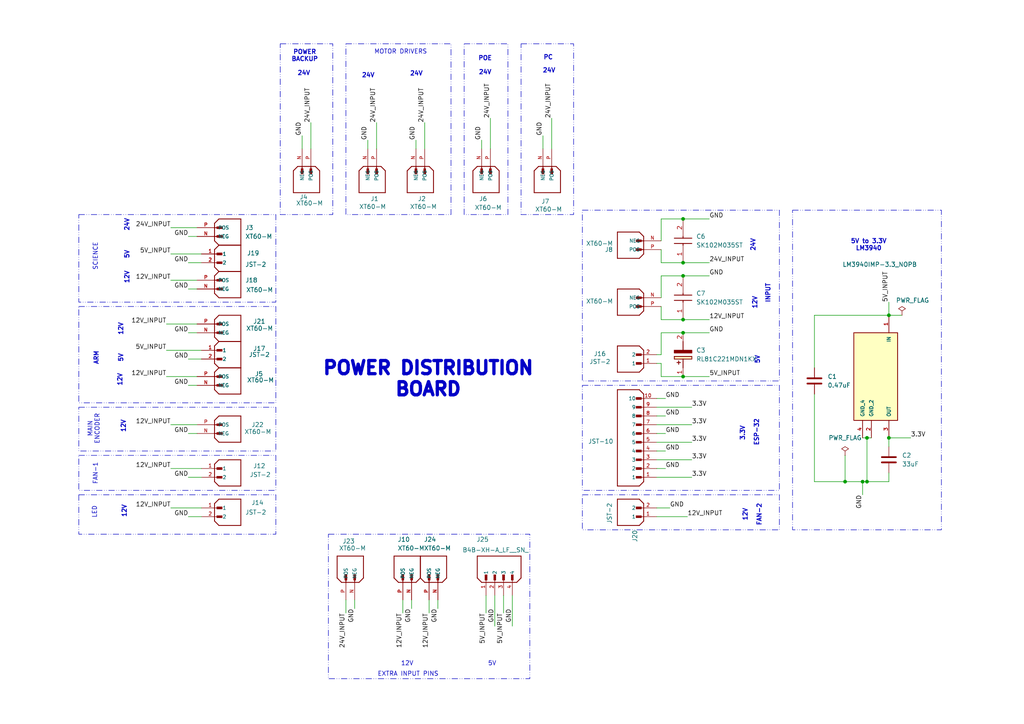
<source format=kicad_sch>
(kicad_sch
	(version 20231120)
	(generator "eeschema")
	(generator_version "8.0")
	(uuid "c8dad585-a434-4541-b9bf-53df4574e931")
	(paper "A4")
	(title_block
		(title "Power Distribution Board")
		(date "2024-03-13")
		(company "TCR")
	)
	(lib_symbols
		(symbol "B10B-XH-A_LF__SN_:B10B-XH-A_LF__SN_"
			(pin_names
				(offset 1.016)
			)
			(exclude_from_sim no)
			(in_bom yes)
			(on_board yes)
			(property "Reference" "J"
				(at -2.54 13.97 0)
				(effects
					(font
						(size 1.27 1.27)
					)
					(justify left bottom)
				)
			)
			(property "Value" "B10B-XH-A_LF__SN_"
				(at -2.54 -17.78 0)
				(effects
					(font
						(size 1.27 1.27)
					)
					(justify left bottom)
				)
			)
			(property "Footprint" "B10B-XH-A_LF__SN_:JST_B10B-XH-A_LF__SN_"
				(at 0 0 0)
				(effects
					(font
						(size 1.27 1.27)
					)
					(justify bottom)
					(hide yes)
				)
			)
			(property "Datasheet" ""
				(at 0 0 0)
				(effects
					(font
						(size 1.27 1.27)
					)
					(hide yes)
				)
			)
			(property "Description" ""
				(at 0 0 0)
				(effects
					(font
						(size 1.27 1.27)
					)
					(hide yes)
				)
			)
			(property "MF" "JST Sales"
				(at 0 0 0)
				(effects
					(font
						(size 1.27 1.27)
					)
					(justify bottom)
					(hide yes)
				)
			)
			(property "MAXIMUM_PACKAGE_HEIGHT" "7.00 mm"
				(at 0 0 0)
				(effects
					(font
						(size 1.27 1.27)
					)
					(justify bottom)
					(hide yes)
				)
			)
			(property "Package" "None"
				(at 0 0 0)
				(effects
					(font
						(size 1.27 1.27)
					)
					(justify bottom)
					(hide yes)
				)
			)
			(property "Price" "None"
				(at 0 0 0)
				(effects
					(font
						(size 1.27 1.27)
					)
					(justify bottom)
					(hide yes)
				)
			)
			(property "Check_prices" "https://www.snapeda.com/parts/B10B-XH-A%20(LF)(SN)/JST+Sales+America+Inc./view-part/?ref=eda"
				(at 0 0 0)
				(effects
					(font
						(size 1.27 1.27)
					)
					(justify bottom)
					(hide yes)
				)
			)
			(property "STANDARD" "Manufacturer Recommendations"
				(at 0 0 0)
				(effects
					(font
						(size 1.27 1.27)
					)
					(justify bottom)
					(hide yes)
				)
			)
			(property "PARTREV" "7/4/21"
				(at 0 0 0)
				(effects
					(font
						(size 1.27 1.27)
					)
					(justify bottom)
					(hide yes)
				)
			)
			(property "SnapEDA_Link" "https://www.snapeda.com/parts/B10B-XH-A%20(LF)(SN)/JST+Sales+America+Inc./view-part/?ref=snap"
				(at 0 0 0)
				(effects
					(font
						(size 1.27 1.27)
					)
					(justify bottom)
					(hide yes)
				)
			)
			(property "MP" "B10B-XH-A (LF)(SN)"
				(at 0 0 0)
				(effects
					(font
						(size 1.27 1.27)
					)
					(justify bottom)
					(hide yes)
				)
			)
			(property "Description_1" "\nConnector Header Through Hole 10 position 0.098 (2.50mm)\n"
				(at 0 0 0)
				(effects
					(font
						(size 1.27 1.27)
					)
					(justify bottom)
					(hide yes)
				)
			)
			(property "Availability" "In Stock"
				(at 0 0 0)
				(effects
					(font
						(size 1.27 1.27)
					)
					(justify bottom)
					(hide yes)
				)
			)
			(property "MANUFACTURER" "JST"
				(at 0 0 0)
				(effects
					(font
						(size 1.27 1.27)
					)
					(justify bottom)
					(hide yes)
				)
			)
			(symbol "B10B-XH-A_LF__SN__0_0"
				(rectangle
					(start -3.175 -13.0175)
					(end -1.5875 -12.3825)
					(stroke
						(width 0.1)
						(type default)
					)
					(fill
						(type outline)
					)
				)
				(rectangle
					(start -3.175 -10.4775)
					(end -1.5875 -9.8425)
					(stroke
						(width 0.1)
						(type default)
					)
					(fill
						(type outline)
					)
				)
				(rectangle
					(start -3.175 -7.9375)
					(end -1.5875 -7.3025)
					(stroke
						(width 0.1)
						(type default)
					)
					(fill
						(type outline)
					)
				)
				(rectangle
					(start -3.175 -5.3975)
					(end -1.5875 -4.7625)
					(stroke
						(width 0.1)
						(type default)
					)
					(fill
						(type outline)
					)
				)
				(rectangle
					(start -3.175 -2.8575)
					(end -1.5875 -2.2225)
					(stroke
						(width 0.1)
						(type default)
					)
					(fill
						(type outline)
					)
				)
				(rectangle
					(start -3.175 -0.3175)
					(end -1.5875 0.3175)
					(stroke
						(width 0.1)
						(type default)
					)
					(fill
						(type outline)
					)
				)
				(rectangle
					(start -3.175 2.2225)
					(end -1.5875 2.8575)
					(stroke
						(width 0.1)
						(type default)
					)
					(fill
						(type outline)
					)
				)
				(rectangle
					(start -3.175 4.7625)
					(end -1.5875 5.3975)
					(stroke
						(width 0.1)
						(type default)
					)
					(fill
						(type outline)
					)
				)
				(rectangle
					(start -3.175 7.3025)
					(end -1.5875 7.9375)
					(stroke
						(width 0.1)
						(type default)
					)
					(fill
						(type outline)
					)
				)
				(rectangle
					(start -3.175 9.8425)
					(end -1.5875 10.4775)
					(stroke
						(width 0.1)
						(type default)
					)
					(fill
						(type outline)
					)
				)
				(polyline
					(pts
						(xy -3.81 -13.97) (xy -2.54 -15.24)
					)
					(stroke
						(width 0.254)
						(type default)
					)
					(fill
						(type none)
					)
				)
				(polyline
					(pts
						(xy -3.81 11.43) (xy -3.81 -13.97)
					)
					(stroke
						(width 0.254)
						(type default)
					)
					(fill
						(type none)
					)
				)
				(polyline
					(pts
						(xy -3.81 11.43) (xy -2.54 12.7)
					)
					(stroke
						(width 0.254)
						(type default)
					)
					(fill
						(type none)
					)
				)
				(polyline
					(pts
						(xy -2.54 -15.24) (xy 3.81 -15.24)
					)
					(stroke
						(width 0.254)
						(type default)
					)
					(fill
						(type none)
					)
				)
				(polyline
					(pts
						(xy 3.81 -15.24) (xy 3.81 12.7)
					)
					(stroke
						(width 0.254)
						(type default)
					)
					(fill
						(type none)
					)
				)
				(polyline
					(pts
						(xy 3.81 12.7) (xy -2.54 12.7)
					)
					(stroke
						(width 0.254)
						(type default)
					)
					(fill
						(type none)
					)
				)
				(pin passive line
					(at -7.62 10.16 0)
					(length 5.08)
					(name "1"
						(effects
							(font
								(size 1.016 1.016)
							)
						)
					)
					(number "1"
						(effects
							(font
								(size 1.016 1.016)
							)
						)
					)
				)
				(pin passive line
					(at -7.62 -12.7 0)
					(length 5.08)
					(name "10"
						(effects
							(font
								(size 1.016 1.016)
							)
						)
					)
					(number "10"
						(effects
							(font
								(size 1.016 1.016)
							)
						)
					)
				)
				(pin passive line
					(at -7.62 7.62 0)
					(length 5.08)
					(name "2"
						(effects
							(font
								(size 1.016 1.016)
							)
						)
					)
					(number "2"
						(effects
							(font
								(size 1.016 1.016)
							)
						)
					)
				)
				(pin passive line
					(at -7.62 5.08 0)
					(length 5.08)
					(name "3"
						(effects
							(font
								(size 1.016 1.016)
							)
						)
					)
					(number "3"
						(effects
							(font
								(size 1.016 1.016)
							)
						)
					)
				)
				(pin passive line
					(at -7.62 2.54 0)
					(length 5.08)
					(name "4"
						(effects
							(font
								(size 1.016 1.016)
							)
						)
					)
					(number "4"
						(effects
							(font
								(size 1.016 1.016)
							)
						)
					)
				)
				(pin passive line
					(at -7.62 0 0)
					(length 5.08)
					(name "5"
						(effects
							(font
								(size 1.016 1.016)
							)
						)
					)
					(number "5"
						(effects
							(font
								(size 1.016 1.016)
							)
						)
					)
				)
				(pin passive line
					(at -7.62 -2.54 0)
					(length 5.08)
					(name "6"
						(effects
							(font
								(size 1.016 1.016)
							)
						)
					)
					(number "6"
						(effects
							(font
								(size 1.016 1.016)
							)
						)
					)
				)
				(pin passive line
					(at -7.62 -5.08 0)
					(length 5.08)
					(name "7"
						(effects
							(font
								(size 1.016 1.016)
							)
						)
					)
					(number "7"
						(effects
							(font
								(size 1.016 1.016)
							)
						)
					)
				)
				(pin passive line
					(at -7.62 -7.62 0)
					(length 5.08)
					(name "8"
						(effects
							(font
								(size 1.016 1.016)
							)
						)
					)
					(number "8"
						(effects
							(font
								(size 1.016 1.016)
							)
						)
					)
				)
				(pin passive line
					(at -7.62 -10.16 0)
					(length 5.08)
					(name "9"
						(effects
							(font
								(size 1.016 1.016)
							)
						)
					)
					(number "9"
						(effects
							(font
								(size 1.016 1.016)
							)
						)
					)
				)
			)
		)
		(symbol "B2B-XH-A_LF__SN_:B2B-XH-A_LF__SN_"
			(pin_names
				(offset 1.016)
			)
			(exclude_from_sim no)
			(in_bom yes)
			(on_board yes)
			(property "Reference" "J"
				(at -2.54 6.35 0)
				(effects
					(font
						(size 1.27 1.27)
					)
					(justify left bottom)
				)
			)
			(property "Value" "B2B-XH-A_LF__SN_"
				(at -2.54 -5.08 0)
				(effects
					(font
						(size 1.27 1.27)
					)
					(justify left bottom)
				)
			)
			(property "Footprint" "B2B-XH-A_LF__SN_:JST_B2B-XH-A_LF__SN_"
				(at 0 0 0)
				(effects
					(font
						(size 1.27 1.27)
					)
					(justify bottom)
					(hide yes)
				)
			)
			(property "Datasheet" ""
				(at 0 0 0)
				(effects
					(font
						(size 1.27 1.27)
					)
					(hide yes)
				)
			)
			(property "Description" ""
				(at 0 0 0)
				(effects
					(font
						(size 1.27 1.27)
					)
					(hide yes)
				)
			)
			(property "MF" "JST Sales America Inc."
				(at 0 0 0)
				(effects
					(font
						(size 1.27 1.27)
					)
					(justify bottom)
					(hide yes)
				)
			)
			(property "MAXIMUM_PACKAGE_HEIGHT" "7 mm"
				(at 0 0 0)
				(effects
					(font
						(size 1.27 1.27)
					)
					(justify bottom)
					(hide yes)
				)
			)
			(property "Package" "None"
				(at 0 0 0)
				(effects
					(font
						(size 1.27 1.27)
					)
					(justify bottom)
					(hide yes)
				)
			)
			(property "Price" "None"
				(at 0 0 0)
				(effects
					(font
						(size 1.27 1.27)
					)
					(justify bottom)
					(hide yes)
				)
			)
			(property "Check_prices" "https://www.snapeda.com/parts/B2B-XH-A(LF)(SN)/JST+Sales+America+Inc./view-part/?ref=eda"
				(at 0 0 0)
				(effects
					(font
						(size 1.27 1.27)
					)
					(justify bottom)
					(hide yes)
				)
			)
			(property "STANDARD" "Manufacturer Recommendations"
				(at 0 0 0)
				(effects
					(font
						(size 1.27 1.27)
					)
					(justify bottom)
					(hide yes)
				)
			)
			(property "PARTREV" "N/A"
				(at 0 0 0)
				(effects
					(font
						(size 1.27 1.27)
					)
					(justify bottom)
					(hide yes)
				)
			)
			(property "SnapEDA_Link" "https://www.snapeda.com/parts/B2B-XH-A(LF)(SN)/JST+Sales+America+Inc./view-part/?ref=snap"
				(at 0 0 0)
				(effects
					(font
						(size 1.27 1.27)
					)
					(justify bottom)
					(hide yes)
				)
			)
			(property "MP" "B2B-XH-A(LF)(SN)"
				(at 0 0 0)
				(effects
					(font
						(size 1.27 1.27)
					)
					(justify bottom)
					(hide yes)
				)
			)
			(property "Description_1" "\nConnector Header Through Hole 2 position 0.098 (2.50mm)\n"
				(at 0 0 0)
				(effects
					(font
						(size 1.27 1.27)
					)
					(justify bottom)
					(hide yes)
				)
			)
			(property "Availability" "In Stock"
				(at 0 0 0)
				(effects
					(font
						(size 1.27 1.27)
					)
					(justify bottom)
					(hide yes)
				)
			)
			(property "MANUFACTURER" "JST Sales America Inc."
				(at 0 0 0)
				(effects
					(font
						(size 1.27 1.27)
					)
					(justify bottom)
					(hide yes)
				)
			)
			(symbol "B2B-XH-A_LF__SN__0_0"
				(rectangle
					(start -3.175 -0.3175)
					(end -1.5875 0.3175)
					(stroke
						(width 0.1)
						(type default)
					)
					(fill
						(type outline)
					)
				)
				(rectangle
					(start -3.175 2.2225)
					(end -1.5875 2.8575)
					(stroke
						(width 0.1)
						(type default)
					)
					(fill
						(type outline)
					)
				)
				(polyline
					(pts
						(xy -3.81 -1.27) (xy -2.54 -2.54)
					)
					(stroke
						(width 0.254)
						(type default)
					)
					(fill
						(type none)
					)
				)
				(polyline
					(pts
						(xy -3.81 3.81) (xy -3.81 -1.27)
					)
					(stroke
						(width 0.254)
						(type default)
					)
					(fill
						(type none)
					)
				)
				(polyline
					(pts
						(xy -3.81 3.81) (xy -2.54 5.08)
					)
					(stroke
						(width 0.254)
						(type default)
					)
					(fill
						(type none)
					)
				)
				(polyline
					(pts
						(xy -2.54 -2.54) (xy 3.81 -2.54)
					)
					(stroke
						(width 0.254)
						(type default)
					)
					(fill
						(type none)
					)
				)
				(polyline
					(pts
						(xy 3.81 -2.54) (xy 3.81 5.08)
					)
					(stroke
						(width 0.254)
						(type default)
					)
					(fill
						(type none)
					)
				)
				(polyline
					(pts
						(xy 3.81 5.08) (xy -2.54 5.08)
					)
					(stroke
						(width 0.254)
						(type default)
					)
					(fill
						(type none)
					)
				)
				(pin passive line
					(at -7.62 2.54 0)
					(length 5.08)
					(name "1"
						(effects
							(font
								(size 1.016 1.016)
							)
						)
					)
					(number "1"
						(effects
							(font
								(size 1.016 1.016)
							)
						)
					)
				)
				(pin passive line
					(at -7.62 0 0)
					(length 5.08)
					(name "2"
						(effects
							(font
								(size 1.016 1.016)
							)
						)
					)
					(number "2"
						(effects
							(font
								(size 1.016 1.016)
							)
						)
					)
				)
			)
		)
		(symbol "B4B-XH-A_LF__SN_:B4B-XH-A_LF__SN_"
			(pin_names
				(offset 1.016)
			)
			(exclude_from_sim no)
			(in_bom yes)
			(on_board yes)
			(property "Reference" "J"
				(at -2.54 6.35 0)
				(effects
					(font
						(size 1.27 1.27)
					)
					(justify left bottom)
				)
			)
			(property "Value" "B4B-XH-A_LF__SN_"
				(at -2.54 -10.16 0)
				(effects
					(font
						(size 1.27 1.27)
					)
					(justify left bottom)
				)
			)
			(property "Footprint" "B4B-XH-A_LF__SN_:JST_B4B-XH-A_LF__SN_"
				(at 0 0 0)
				(effects
					(font
						(size 1.27 1.27)
					)
					(justify bottom)
					(hide yes)
				)
			)
			(property "Datasheet" ""
				(at 0 0 0)
				(effects
					(font
						(size 1.27 1.27)
					)
					(hide yes)
				)
			)
			(property "Description" ""
				(at 0 0 0)
				(effects
					(font
						(size 1.27 1.27)
					)
					(hide yes)
				)
			)
			(property "MF" "JST Sales America Inc."
				(at 0 0 0)
				(effects
					(font
						(size 1.27 1.27)
					)
					(justify bottom)
					(hide yes)
				)
			)
			(property "MAXIMUM_PACKAGE_HEIGHT" "7.00 mm"
				(at 0 0 0)
				(effects
					(font
						(size 1.27 1.27)
					)
					(justify bottom)
					(hide yes)
				)
			)
			(property "Package" "None"
				(at 0 0 0)
				(effects
					(font
						(size 1.27 1.27)
					)
					(justify bottom)
					(hide yes)
				)
			)
			(property "Price" "None"
				(at 0 0 0)
				(effects
					(font
						(size 1.27 1.27)
					)
					(justify bottom)
					(hide yes)
				)
			)
			(property "Check_prices" "https://www.snapeda.com/parts/B4B-XH-A(LF)(SN)/JST+Sales+America+Inc./view-part/?ref=eda"
				(at 0 0 0)
				(effects
					(font
						(size 1.27 1.27)
					)
					(justify bottom)
					(hide yes)
				)
			)
			(property "STANDARD" "Manufacturer Recommendations"
				(at 0 0 0)
				(effects
					(font
						(size 1.27 1.27)
					)
					(justify bottom)
					(hide yes)
				)
			)
			(property "PARTREV" "7/4/21"
				(at 0 0 0)
				(effects
					(font
						(size 1.27 1.27)
					)
					(justify bottom)
					(hide yes)
				)
			)
			(property "SnapEDA_Link" "https://www.snapeda.com/parts/B4B-XH-A(LF)(SN)/JST+Sales+America+Inc./view-part/?ref=snap"
				(at 0 0 0)
				(effects
					(font
						(size 1.27 1.27)
					)
					(justify bottom)
					(hide yes)
				)
			)
			(property "MP" "B4B-XH-A(LF)(SN)"
				(at 0 0 0)
				(effects
					(font
						(size 1.27 1.27)
					)
					(justify bottom)
					(hide yes)
				)
			)
			(property "Description_1" "\nConnector Header Through Hole 4 position 0.098 (2.50mm)\n"
				(at 0 0 0)
				(effects
					(font
						(size 1.27 1.27)
					)
					(justify bottom)
					(hide yes)
				)
			)
			(property "Availability" "In Stock"
				(at 0 0 0)
				(effects
					(font
						(size 1.27 1.27)
					)
					(justify bottom)
					(hide yes)
				)
			)
			(property "MANUFACTURER" "JST"
				(at 0 0 0)
				(effects
					(font
						(size 1.27 1.27)
					)
					(justify bottom)
					(hide yes)
				)
			)
			(symbol "B4B-XH-A_LF__SN__0_0"
				(rectangle
					(start -3.175 -5.3975)
					(end -1.5875 -4.7625)
					(stroke
						(width 0.1)
						(type default)
					)
					(fill
						(type outline)
					)
				)
				(rectangle
					(start -3.175 -2.8575)
					(end -1.5875 -2.2225)
					(stroke
						(width 0.1)
						(type default)
					)
					(fill
						(type outline)
					)
				)
				(rectangle
					(start -3.175 -0.3175)
					(end -1.5875 0.3175)
					(stroke
						(width 0.1)
						(type default)
					)
					(fill
						(type outline)
					)
				)
				(rectangle
					(start -3.175 2.2225)
					(end -1.5875 2.8575)
					(stroke
						(width 0.1)
						(type default)
					)
					(fill
						(type outline)
					)
				)
				(polyline
					(pts
						(xy -3.81 -6.35) (xy -2.54 -7.62)
					)
					(stroke
						(width 0.254)
						(type default)
					)
					(fill
						(type none)
					)
				)
				(polyline
					(pts
						(xy -3.81 3.81) (xy -3.81 -6.35)
					)
					(stroke
						(width 0.254)
						(type default)
					)
					(fill
						(type none)
					)
				)
				(polyline
					(pts
						(xy -3.81 3.81) (xy -2.54 5.08)
					)
					(stroke
						(width 0.254)
						(type default)
					)
					(fill
						(type none)
					)
				)
				(polyline
					(pts
						(xy -2.54 -7.62) (xy 3.81 -7.62)
					)
					(stroke
						(width 0.254)
						(type default)
					)
					(fill
						(type none)
					)
				)
				(polyline
					(pts
						(xy 3.81 -7.62) (xy 3.81 5.08)
					)
					(stroke
						(width 0.254)
						(type default)
					)
					(fill
						(type none)
					)
				)
				(polyline
					(pts
						(xy 3.81 5.08) (xy -2.54 5.08)
					)
					(stroke
						(width 0.254)
						(type default)
					)
					(fill
						(type none)
					)
				)
				(pin passive line
					(at -7.62 2.54 0)
					(length 5.08)
					(name "1"
						(effects
							(font
								(size 1.016 1.016)
							)
						)
					)
					(number "1"
						(effects
							(font
								(size 1.016 1.016)
							)
						)
					)
				)
				(pin passive line
					(at -7.62 0 0)
					(length 5.08)
					(name "2"
						(effects
							(font
								(size 1.016 1.016)
							)
						)
					)
					(number "2"
						(effects
							(font
								(size 1.016 1.016)
							)
						)
					)
				)
				(pin passive line
					(at -7.62 -2.54 0)
					(length 5.08)
					(name "3"
						(effects
							(font
								(size 1.016 1.016)
							)
						)
					)
					(number "3"
						(effects
							(font
								(size 1.016 1.016)
							)
						)
					)
				)
				(pin passive line
					(at -7.62 -5.08 0)
					(length 5.08)
					(name "4"
						(effects
							(font
								(size 1.016 1.016)
							)
						)
					)
					(number "4"
						(effects
							(font
								(size 1.016 1.016)
							)
						)
					)
				)
			)
		)
		(symbol "Capacitor - 16V (220uF):RL81C221MDN1KX"
			(pin_names hide)
			(exclude_from_sim no)
			(in_bom yes)
			(on_board yes)
			(property "Reference" "C"
				(at 8.89 6.35 0)
				(effects
					(font
						(size 1.27 1.27)
					)
					(justify left top)
				)
			)
			(property "Value" "RL81C221MDN1KX"
				(at 8.89 3.81 0)
				(effects
					(font
						(size 1.27 1.27)
					)
					(justify left top)
				)
			)
			(property "Footprint" "CAPPRD350W60D800H900"
				(at 8.89 -96.19 0)
				(effects
					(font
						(size 1.27 1.27)
					)
					(justify left top)
					(hide yes)
				)
			)
			(property "Datasheet" "http://nichicon-us.com/english/products/pdfs/e-rl8.pdf"
				(at 8.89 -196.19 0)
				(effects
					(font
						(size 1.27 1.27)
					)
					(justify left top)
					(hide yes)
				)
			)
			(property "Description" "Nichicon 220uF 16 V Polymer Aluminium Electrolytic Capacitor, L8 Series 2000h 8 x 8mm"
				(at 0 0 0)
				(effects
					(font
						(size 1.27 1.27)
					)
					(hide yes)
				)
			)
			(property "Height" "9"
				(at 8.89 -396.19 0)
				(effects
					(font
						(size 1.27 1.27)
					)
					(justify left top)
					(hide yes)
				)
			)
			(property "Manufacturer_Name" "Nichicon"
				(at 8.89 -496.19 0)
				(effects
					(font
						(size 1.27 1.27)
					)
					(justify left top)
					(hide yes)
				)
			)
			(property "Manufacturer_Part_Number" "RL81C221MDN1KX"
				(at 8.89 -596.19 0)
				(effects
					(font
						(size 1.27 1.27)
					)
					(justify left top)
					(hide yes)
				)
			)
			(property "Mouser Part Number" "647-RL81C221MDN1KX"
				(at 8.89 -696.19 0)
				(effects
					(font
						(size 1.27 1.27)
					)
					(justify left top)
					(hide yes)
				)
			)
			(property "Mouser Price/Stock" "https://www.mouser.co.uk/ProductDetail/Nichicon/RL81C221MDN1KX?qs=5JXiti3P7mylwNuVqRUHbQ%3D%3D"
				(at 8.89 -796.19 0)
				(effects
					(font
						(size 1.27 1.27)
					)
					(justify left top)
					(hide yes)
				)
			)
			(property "Arrow Part Number" "RL81C221MDN1KX"
				(at 8.89 -896.19 0)
				(effects
					(font
						(size 1.27 1.27)
					)
					(justify left top)
					(hide yes)
				)
			)
			(property "Arrow Price/Stock" "https://www.arrow.com/en/products/rl81c221mdn1kx/nichicon"
				(at 8.89 -996.19 0)
				(effects
					(font
						(size 1.27 1.27)
					)
					(justify left top)
					(hide yes)
				)
			)
			(symbol "RL81C221MDN1KX_1_1"
				(polyline
					(pts
						(xy 2.54 0) (xy 5.08 0)
					)
					(stroke
						(width 0.254)
						(type default)
					)
					(fill
						(type none)
					)
				)
				(polyline
					(pts
						(xy 4.064 1.778) (xy 4.064 0.762)
					)
					(stroke
						(width 0.254)
						(type default)
					)
					(fill
						(type none)
					)
				)
				(polyline
					(pts
						(xy 4.572 1.27) (xy 3.556 1.27)
					)
					(stroke
						(width 0.254)
						(type default)
					)
					(fill
						(type none)
					)
				)
				(polyline
					(pts
						(xy 7.62 0) (xy 10.16 0)
					)
					(stroke
						(width 0.254)
						(type default)
					)
					(fill
						(type none)
					)
				)
				(polyline
					(pts
						(xy 7.62 2.54) (xy 7.62 -2.54) (xy 6.858 -2.54) (xy 6.858 2.54) (xy 7.62 2.54)
					)
					(stroke
						(width 0.254)
						(type default)
					)
					(fill
						(type outline)
					)
				)
				(rectangle
					(start 5.08 2.54)
					(end 5.842 -2.54)
					(stroke
						(width 0.254)
						(type default)
					)
					(fill
						(type background)
					)
				)
				(pin passive line
					(at 0 0 0)
					(length 2.54)
					(name "+"
						(effects
							(font
								(size 1.27 1.27)
							)
						)
					)
					(number "1"
						(effects
							(font
								(size 1.27 1.27)
							)
						)
					)
				)
				(pin passive line
					(at 12.7 0 180)
					(length 2.54)
					(name "-"
						(effects
							(font
								(size 1.27 1.27)
							)
						)
					)
					(number "2"
						(effects
							(font
								(size 1.27 1.27)
							)
						)
					)
				)
			)
		)
		(symbol "Capacitor - 35V (1000uf) or 50V (470uf):SK102M035ST"
			(pin_names hide)
			(exclude_from_sim no)
			(in_bom yes)
			(on_board yes)
			(property "Reference" "C"
				(at 8.89 6.35 0)
				(effects
					(font
						(size 1.27 1.27)
					)
					(justify left top)
				)
			)
			(property "Value" "SK102M035ST"
				(at 8.89 3.81 0)
				(effects
					(font
						(size 1.27 1.27)
					)
					(justify left top)
				)
			)
			(property "Footprint" "CAPPRD500W65D1300H2100"
				(at 8.89 -96.19 0)
				(effects
					(font
						(size 1.27 1.27)
					)
					(justify left top)
					(hide yes)
				)
			)
			(property "Datasheet" "https://componentsearchengine.com/Datasheets/2/SK102M035ST.pdf"
				(at 8.89 -196.19 0)
				(effects
					(font
						(size 1.27 1.27)
					)
					(justify left top)
					(hide yes)
				)
			)
			(property "Description" "CORNELL DUBILIER - SK102M035ST - ALUMINUM ELECTROLYTIC CAPACITOR 1000UF, 35V, 20%, RADIAL"
				(at 0 0 0)
				(effects
					(font
						(size 1.27 1.27)
					)
					(hide yes)
				)
			)
			(property "Height" "21"
				(at 8.89 -396.19 0)
				(effects
					(font
						(size 1.27 1.27)
					)
					(justify left top)
					(hide yes)
				)
			)
			(property "Manufacturer_Name" "Cornell Dubilier"
				(at 8.89 -496.19 0)
				(effects
					(font
						(size 1.27 1.27)
					)
					(justify left top)
					(hide yes)
				)
			)
			(property "Manufacturer_Part_Number" "SK102M035ST"
				(at 8.89 -596.19 0)
				(effects
					(font
						(size 1.27 1.27)
					)
					(justify left top)
					(hide yes)
				)
			)
			(property "Mouser Part Number" "598-SK102M035ST"
				(at 8.89 -696.19 0)
				(effects
					(font
						(size 1.27 1.27)
					)
					(justify left top)
					(hide yes)
				)
			)
			(property "Mouser Price/Stock" "http://www.mouser.com/Search/ProductDetail.aspx?qs=AIBr%252bvrMYca1mekjNy3t7Q%3d%3d"
				(at 8.89 -796.19 0)
				(effects
					(font
						(size 1.27 1.27)
					)
					(justify left top)
					(hide yes)
				)
			)
			(property "Arrow Part Number" ""
				(at 8.89 -896.19 0)
				(effects
					(font
						(size 1.27 1.27)
					)
					(justify left top)
					(hide yes)
				)
			)
			(property "Arrow Price/Stock" ""
				(at 8.89 -996.19 0)
				(effects
					(font
						(size 1.27 1.27)
					)
					(justify left top)
					(hide yes)
				)
			)
			(symbol "SK102M035ST_1_1"
				(polyline
					(pts
						(xy 5.08 0) (xy 5.588 0)
					)
					(stroke
						(width 0.254)
						(type default)
					)
					(fill
						(type none)
					)
				)
				(polyline
					(pts
						(xy 5.588 2.54) (xy 5.588 -2.54)
					)
					(stroke
						(width 0.254)
						(type default)
					)
					(fill
						(type none)
					)
				)
				(polyline
					(pts
						(xy 7.112 0) (xy 7.62 0)
					)
					(stroke
						(width 0.254)
						(type default)
					)
					(fill
						(type none)
					)
				)
				(polyline
					(pts
						(xy 7.112 2.54) (xy 7.112 -2.54)
					)
					(stroke
						(width 0.254)
						(type default)
					)
					(fill
						(type none)
					)
				)
				(pin passive line
					(at 0 0 0)
					(length 5.08)
					(name "+"
						(effects
							(font
								(size 1.27 1.27)
							)
						)
					)
					(number "1"
						(effects
							(font
								(size 1.27 1.27)
							)
						)
					)
				)
				(pin passive line
					(at 12.7 0 180)
					(length 5.08)
					(name "-"
						(effects
							(font
								(size 1.27 1.27)
							)
						)
					)
					(number "2"
						(effects
							(font
								(size 1.27 1.27)
							)
						)
					)
				)
			)
		)
		(symbol "Device:C"
			(pin_numbers hide)
			(pin_names
				(offset 0.254)
			)
			(exclude_from_sim no)
			(in_bom yes)
			(on_board yes)
			(property "Reference" "C"
				(at 0.635 2.54 0)
				(effects
					(font
						(size 1.27 1.27)
					)
					(justify left)
				)
			)
			(property "Value" "C"
				(at 0.635 -2.54 0)
				(effects
					(font
						(size 1.27 1.27)
					)
					(justify left)
				)
			)
			(property "Footprint" ""
				(at 0.9652 -3.81 0)
				(effects
					(font
						(size 1.27 1.27)
					)
					(hide yes)
				)
			)
			(property "Datasheet" "~"
				(at 0 0 0)
				(effects
					(font
						(size 1.27 1.27)
					)
					(hide yes)
				)
			)
			(property "Description" "Unpolarized capacitor"
				(at 0 0 0)
				(effects
					(font
						(size 1.27 1.27)
					)
					(hide yes)
				)
			)
			(property "ki_keywords" "cap capacitor"
				(at 0 0 0)
				(effects
					(font
						(size 1.27 1.27)
					)
					(hide yes)
				)
			)
			(property "ki_fp_filters" "C_*"
				(at 0 0 0)
				(effects
					(font
						(size 1.27 1.27)
					)
					(hide yes)
				)
			)
			(symbol "C_0_1"
				(polyline
					(pts
						(xy -2.032 -0.762) (xy 2.032 -0.762)
					)
					(stroke
						(width 0.508)
						(type default)
					)
					(fill
						(type none)
					)
				)
				(polyline
					(pts
						(xy -2.032 0.762) (xy 2.032 0.762)
					)
					(stroke
						(width 0.508)
						(type default)
					)
					(fill
						(type none)
					)
				)
			)
			(symbol "C_1_1"
				(pin passive line
					(at 0 3.81 270)
					(length 2.794)
					(name "~"
						(effects
							(font
								(size 1.27 1.27)
							)
						)
					)
					(number "1"
						(effects
							(font
								(size 1.27 1.27)
							)
						)
					)
				)
				(pin passive line
					(at 0 -3.81 90)
					(length 2.794)
					(name "~"
						(effects
							(font
								(size 1.27 1.27)
							)
						)
					)
					(number "2"
						(effects
							(font
								(size 1.27 1.27)
							)
						)
					)
				)
			)
		)
		(symbol "LM3940IMP-3.3_NOPB:LM3940IMP-3.3_NOPB"
			(pin_names
				(offset 1.016)
			)
			(exclude_from_sim no)
			(in_bom yes)
			(on_board yes)
			(property "Reference" "VR"
				(at -12.7 6.08 0)
				(effects
					(font
						(size 1.27 1.27)
					)
					(justify left bottom)
				)
			)
			(property "Value" "LM3940IMP-3.3_NOPB"
				(at -12.7 -9.08 0)
				(effects
					(font
						(size 1.27 1.27)
					)
					(justify left top)
				)
			)
			(property "Footprint" "LM3940IMP-3.3_NOPB:VREG_LM3940IMP-3.3_NOPB"
				(at 0 0 0)
				(effects
					(font
						(size 1.27 1.27)
					)
					(justify bottom)
					(hide yes)
				)
			)
			(property "Datasheet" ""
				(at 0 0 0)
				(effects
					(font
						(size 1.27 1.27)
					)
					(hide yes)
				)
			)
			(property "Description" ""
				(at 0 0 0)
				(effects
					(font
						(size 1.27 1.27)
					)
					(hide yes)
				)
			)
			(property "MF" "Texas Instruments"
				(at 0 0 0)
				(effects
					(font
						(size 1.27 1.27)
					)
					(justify bottom)
					(hide yes)
				)
			)
			(property "MAXIMUM_PACKAGE_HEIGHT" "1.80 mm"
				(at 0 0 0)
				(effects
					(font
						(size 1.27 1.27)
					)
					(justify bottom)
					(hide yes)
				)
			)
			(property "Package" "SOT-223-4 Texas Instruments"
				(at 0 0 0)
				(effects
					(font
						(size 1.27 1.27)
					)
					(justify bottom)
					(hide yes)
				)
			)
			(property "Price" "None"
				(at 0 0 0)
				(effects
					(font
						(size 1.27 1.27)
					)
					(justify bottom)
					(hide yes)
				)
			)
			(property "Check_prices" "https://www.snapeda.com/parts/LM3940IMP-3.3/NOPB/Texas+Instruments/view-part/?ref=eda"
				(at 0 0 0)
				(effects
					(font
						(size 1.27 1.27)
					)
					(justify bottom)
					(hide yes)
				)
			)
			(property "STANDARD" "Manufacturer Recommendations"
				(at 0 0 0)
				(effects
					(font
						(size 1.27 1.27)
					)
					(justify bottom)
					(hide yes)
				)
			)
			(property "PARTREV" "G"
				(at 0 0 0)
				(effects
					(font
						(size 1.27 1.27)
					)
					(justify bottom)
					(hide yes)
				)
			)
			(property "SnapEDA_Link" "https://www.snapeda.com/parts/LM3940IMP-3.3/NOPB/Texas+Instruments/view-part/?ref=snap"
				(at 0 0 0)
				(effects
					(font
						(size 1.27 1.27)
					)
					(justify bottom)
					(hide yes)
				)
			)
			(property "MP" "LM3940IMP-3.3/NOPB"
				(at 0 0 0)
				(effects
					(font
						(size 1.27 1.27)
					)
					(justify bottom)
					(hide yes)
				)
			)
			(property "Description_1" "\n1-A, low-dropout voltage regulator for 5-V to 3.3-V conversion\n"
				(at 0 0 0)
				(effects
					(font
						(size 1.27 1.27)
					)
					(justify bottom)
					(hide yes)
				)
			)
			(property "Availability" "In Stock"
				(at 0 0 0)
				(effects
					(font
						(size 1.27 1.27)
					)
					(justify bottom)
					(hide yes)
				)
			)
			(property "MANUFACTURER" "Texas Instruments"
				(at 0 0 0)
				(effects
					(font
						(size 1.27 1.27)
					)
					(justify bottom)
					(hide yes)
				)
			)
			(symbol "LM3940IMP-3.3_NOPB_0_0"
				(rectangle
					(start -12.7 -7.62)
					(end 12.7 5.08)
					(stroke
						(width 0.254)
						(type default)
					)
					(fill
						(type background)
					)
				)
				(pin input line
					(at -17.78 2.54 0)
					(length 5.08)
					(name "IN"
						(effects
							(font
								(size 1.016 1.016)
							)
						)
					)
					(number "1"
						(effects
							(font
								(size 1.016 1.016)
							)
						)
					)
				)
				(pin power_in line
					(at 17.78 -2.54 180)
					(length 5.08)
					(name "GND_2"
						(effects
							(font
								(size 1.016 1.016)
							)
						)
					)
					(number "2"
						(effects
							(font
								(size 1.016 1.016)
							)
						)
					)
				)
				(pin output line
					(at 17.78 2.54 180)
					(length 5.08)
					(name "OUT"
						(effects
							(font
								(size 1.016 1.016)
							)
						)
					)
					(number "3"
						(effects
							(font
								(size 1.016 1.016)
							)
						)
					)
				)
				(pin power_in line
					(at 17.78 -5.08 180)
					(length 5.08)
					(name "GND_4"
						(effects
							(font
								(size 1.016 1.016)
							)
						)
					)
					(number "4"
						(effects
							(font
								(size 1.016 1.016)
							)
						)
					)
				)
			)
		)
		(symbol "XT60-M:XT60-M"
			(pin_names
				(offset 1.016)
			)
			(exclude_from_sim no)
			(in_bom yes)
			(on_board yes)
			(property "Reference" "J"
				(at 0 6.35 0)
				(effects
					(font
						(size 1.27 1.27)
					)
					(justify left bottom)
				)
			)
			(property "Value" "XT60-M"
				(at 0 -5.08 0)
				(effects
					(font
						(size 1.27 1.27)
					)
					(justify left bottom)
				)
			)
			(property "Footprint" "XT60-M:AMASS_XT60-M"
				(at 0 0 0)
				(effects
					(font
						(size 1.27 1.27)
					)
					(justify bottom)
					(hide yes)
				)
			)
			(property "Datasheet" ""
				(at 0 0 0)
				(effects
					(font
						(size 1.27 1.27)
					)
					(hide yes)
				)
			)
			(property "Description" ""
				(at 0 0 0)
				(effects
					(font
						(size 1.27 1.27)
					)
					(hide yes)
				)
			)
			(property "MF" "AMASS"
				(at 0 0 0)
				(effects
					(font
						(size 1.27 1.27)
					)
					(justify bottom)
					(hide yes)
				)
			)
			(property "MAXIMUM_PACKAGE_HEIGHT" "16.00 mm"
				(at 0 0 0)
				(effects
					(font
						(size 1.27 1.27)
					)
					(justify bottom)
					(hide yes)
				)
			)
			(property "Package" "Package"
				(at 0 0 0)
				(effects
					(font
						(size 1.27 1.27)
					)
					(justify bottom)
					(hide yes)
				)
			)
			(property "Price" "None"
				(at 0 0 0)
				(effects
					(font
						(size 1.27 1.27)
					)
					(justify bottom)
					(hide yes)
				)
			)
			(property "Check_prices" "https://www.snapeda.com/parts/XT60-M/AMASS/view-part/?ref=eda"
				(at 0 0 0)
				(effects
					(font
						(size 1.27 1.27)
					)
					(justify bottom)
					(hide yes)
				)
			)
			(property "STANDARD" "IPC 7351B"
				(at 0 0 0)
				(effects
					(font
						(size 1.27 1.27)
					)
					(justify bottom)
					(hide yes)
				)
			)
			(property "PARTREV" "V1.2"
				(at 0 0 0)
				(effects
					(font
						(size 1.27 1.27)
					)
					(justify bottom)
					(hide yes)
				)
			)
			(property "SnapEDA_Link" "https://www.snapeda.com/parts/XT60-M/AMASS/view-part/?ref=snap"
				(at 0 0 0)
				(effects
					(font
						(size 1.27 1.27)
					)
					(justify bottom)
					(hide yes)
				)
			)
			(property "MP" "XT60-M"
				(at 0 0 0)
				(effects
					(font
						(size 1.27 1.27)
					)
					(justify bottom)
					(hide yes)
				)
			)
			(property "Description_1" "\nPlug; DC supply; XT60; male; PIN: 2; for cable; soldered; 30A; 500V\n"
				(at 0 0 0)
				(effects
					(font
						(size 1.27 1.27)
					)
					(justify bottom)
					(hide yes)
				)
			)
			(property "Availability" "Not in stock"
				(at 0 0 0)
				(effects
					(font
						(size 1.27 1.27)
					)
					(justify bottom)
					(hide yes)
				)
			)
			(property "MANUFACTURER" "AMASS"
				(at 0 0 0)
				(effects
					(font
						(size 1.27 1.27)
					)
					(justify bottom)
					(hide yes)
				)
			)
			(symbol "XT60-M_0_0"
				(polyline
					(pts
						(xy 0 -1.27) (xy 1.27 -2.54)
					)
					(stroke
						(width 0.254)
						(type default)
					)
					(fill
						(type none)
					)
				)
				(polyline
					(pts
						(xy 0 0) (xy 1.905 0)
					)
					(stroke
						(width 0.254)
						(type default)
					)
					(fill
						(type none)
					)
				)
				(polyline
					(pts
						(xy 0 2.54) (xy 0 -1.27)
					)
					(stroke
						(width 0.254)
						(type default)
					)
					(fill
						(type none)
					)
				)
				(polyline
					(pts
						(xy 0 2.54) (xy 1.905 2.54)
					)
					(stroke
						(width 0.254)
						(type default)
					)
					(fill
						(type none)
					)
				)
				(polyline
					(pts
						(xy 0 3.81) (xy 0 2.54)
					)
					(stroke
						(width 0.254)
						(type default)
					)
					(fill
						(type none)
					)
				)
				(polyline
					(pts
						(xy 0 3.81) (xy 1.27 5.08)
					)
					(stroke
						(width 0.254)
						(type default)
					)
					(fill
						(type none)
					)
				)
				(polyline
					(pts
						(xy 1.27 -2.54) (xy 7.62 -2.54)
					)
					(stroke
						(width 0.254)
						(type default)
					)
					(fill
						(type none)
					)
				)
				(polyline
					(pts
						(xy 7.62 -2.54) (xy 7.62 5.08)
					)
					(stroke
						(width 0.254)
						(type default)
					)
					(fill
						(type none)
					)
				)
				(polyline
					(pts
						(xy 7.62 5.08) (xy 1.27 5.08)
					)
					(stroke
						(width 0.254)
						(type default)
					)
					(fill
						(type none)
					)
				)
				(rectangle
					(start 0.635 -0.3175)
					(end 2.2225 0.3175)
					(stroke
						(width 0.1)
						(type default)
					)
					(fill
						(type outline)
					)
				)
				(rectangle
					(start 0.635 2.2225)
					(end 2.2225 2.8575)
					(stroke
						(width 0.1)
						(type default)
					)
					(fill
						(type outline)
					)
				)
				(pin passive line
					(at -5.08 0 0)
					(length 5.08)
					(name "NEG"
						(effects
							(font
								(size 1.016 1.016)
							)
						)
					)
					(number "N"
						(effects
							(font
								(size 1.016 1.016)
							)
						)
					)
				)
				(pin passive line
					(at -5.08 2.54 0)
					(length 5.08)
					(name "POS"
						(effects
							(font
								(size 1.016 1.016)
							)
						)
					)
					(number "P"
						(effects
							(font
								(size 1.016 1.016)
							)
						)
					)
				)
			)
		)
		(symbol "power:PWR_FLAG"
			(power)
			(pin_numbers hide)
			(pin_names
				(offset 0) hide)
			(exclude_from_sim no)
			(in_bom yes)
			(on_board yes)
			(property "Reference" "#FLG"
				(at 0 1.905 0)
				(effects
					(font
						(size 1.27 1.27)
					)
					(hide yes)
				)
			)
			(property "Value" "PWR_FLAG"
				(at 0 3.81 0)
				(effects
					(font
						(size 1.27 1.27)
					)
				)
			)
			(property "Footprint" ""
				(at 0 0 0)
				(effects
					(font
						(size 1.27 1.27)
					)
					(hide yes)
				)
			)
			(property "Datasheet" "~"
				(at 0 0 0)
				(effects
					(font
						(size 1.27 1.27)
					)
					(hide yes)
				)
			)
			(property "Description" "Special symbol for telling ERC where power comes from"
				(at 0 0 0)
				(effects
					(font
						(size 1.27 1.27)
					)
					(hide yes)
				)
			)
			(property "ki_keywords" "flag power"
				(at 0 0 0)
				(effects
					(font
						(size 1.27 1.27)
					)
					(hide yes)
				)
			)
			(symbol "PWR_FLAG_0_0"
				(pin power_out line
					(at 0 0 90)
					(length 0)
					(name "~"
						(effects
							(font
								(size 1.27 1.27)
							)
						)
					)
					(number "1"
						(effects
							(font
								(size 1.27 1.27)
							)
						)
					)
				)
			)
			(symbol "PWR_FLAG_0_1"
				(polyline
					(pts
						(xy 0 0) (xy 0 1.27) (xy -1.016 1.905) (xy 0 2.54) (xy 1.016 1.905) (xy 0 1.27)
					)
					(stroke
						(width 0)
						(type default)
					)
					(fill
						(type none)
					)
				)
			)
		)
	)
	(junction
		(at 257.81 127)
		(diameter 0)
		(color 0 0 0 0)
		(uuid "05a5a829-9556-48e6-8a1c-4e116b26e1ff")
	)
	(junction
		(at 245.11 139.7)
		(diameter 0)
		(color 0 0 0 0)
		(uuid "26e1b69c-8b51-4917-a49e-5e644a4776c2")
	)
	(junction
		(at 198.12 80.01)
		(diameter 0)
		(color 0 0 0 0)
		(uuid "4368bfb4-172e-4657-afc9-e5f665b75763")
	)
	(junction
		(at 198.12 76.2)
		(diameter 0)
		(color 0 0 0 0)
		(uuid "575df6e4-c930-46d7-9b7e-7bf2d77e28b8")
	)
	(junction
		(at 198.12 92.71)
		(diameter 0)
		(color 0 0 0 0)
		(uuid "5b183455-5846-4575-b55d-1cb4943b6f67")
	)
	(junction
		(at 251.46 127)
		(diameter 0)
		(color 0 0 0 0)
		(uuid "644a400d-6a55-4ee7-ab91-28a571efbb4b")
	)
	(junction
		(at 198.12 96.52)
		(diameter 0)
		(color 0 0 0 0)
		(uuid "6ab58b24-227f-49bf-a2e3-81e3645c48fb")
	)
	(junction
		(at 257.81 91.44)
		(diameter 0)
		(color 0 0 0 0)
		(uuid "b8b3c40b-9178-4b04-9dab-07fb99cb6e50")
	)
	(junction
		(at 251.46 139.7)
		(diameter 0)
		(color 0 0 0 0)
		(uuid "ce06f477-0a28-49a3-b338-cd998bf28b9f")
	)
	(junction
		(at 198.12 63.5)
		(diameter 0)
		(color 0 0 0 0)
		(uuid "daba90ab-0227-465c-9f6c-4f666499e66b")
	)
	(junction
		(at 198.12 109.22)
		(diameter 0)
		(color 0 0 0 0)
		(uuid "e4cc8bcc-9569-4391-a25a-ee2e0510e928")
	)
	(junction
		(at 250.19 139.7)
		(diameter 0)
		(color 0 0 0 0)
		(uuid "f533d2c1-1e9e-49c9-b59d-9efff95bc32d")
	)
	(wire
		(pts
			(xy 190.5 105.41) (xy 191.77 105.41)
		)
		(stroke
			(width 0)
			(type default)
		)
		(uuid "01c7070f-5008-424c-9a00-dfe1a54c4740")
	)
	(wire
		(pts
			(xy 251.46 127) (xy 251.46 139.7)
		)
		(stroke
			(width 0)
			(type default)
		)
		(uuid "051cc6e9-c8a8-46e2-8d65-854553773a11")
	)
	(wire
		(pts
			(xy 257.81 127) (xy 257.81 129.54)
		)
		(stroke
			(width 0)
			(type default)
		)
		(uuid "0a2d5a5f-a085-41ed-8b04-54ac8967d19e")
	)
	(wire
		(pts
			(xy 257.81 137.16) (xy 257.81 139.7)
		)
		(stroke
			(width 0)
			(type default)
		)
		(uuid "0c63d12c-b9ae-4749-9353-c4a5eb85c124")
	)
	(wire
		(pts
			(xy 54.61 125.73) (xy 57.15 125.73)
		)
		(stroke
			(width 0)
			(type default)
		)
		(uuid "0da1097b-ef96-4b69-8f64-ee59318243ef")
	)
	(wire
		(pts
			(xy 245.11 132.08) (xy 245.11 139.7)
		)
		(stroke
			(width 0)
			(type default)
		)
		(uuid "0ece1e2a-6be7-47b1-88be-0e719a25f3a7")
	)
	(wire
		(pts
			(xy 198.12 76.2) (xy 205.74 76.2)
		)
		(stroke
			(width 0)
			(type default)
		)
		(uuid "0fb24aed-ffcd-4c85-bfc0-60eaab451279")
	)
	(wire
		(pts
			(xy 58.42 101.6) (xy 48.26 101.6)
		)
		(stroke
			(width 0)
			(type default)
		)
		(uuid "11ef16bb-17c9-48b2-8dd8-d42ea670e278")
	)
	(wire
		(pts
			(xy 198.12 80.01) (xy 205.74 80.01)
		)
		(stroke
			(width 0)
			(type default)
		)
		(uuid "12051b96-adb6-4a88-bec2-e3f38b796bd5")
	)
	(wire
		(pts
			(xy 190.5 102.87) (xy 191.77 102.87)
		)
		(stroke
			(width 0)
			(type default)
		)
		(uuid "1601b7ce-c015-40d9-afe9-4e87a25ecb8e")
	)
	(wire
		(pts
			(xy 127 173.99) (xy 127 176.53)
		)
		(stroke
			(width 0)
			(type default)
		)
		(uuid "1ba82109-0b44-4d24-b4ad-fbed88cc3e37")
	)
	(wire
		(pts
			(xy 257.81 91.44) (xy 236.22 91.44)
		)
		(stroke
			(width 0)
			(type default)
		)
		(uuid "1de99884-9b5d-49d9-b9bd-fe233d48edc9")
	)
	(wire
		(pts
			(xy 257.81 91.44) (xy 261.62 91.44)
		)
		(stroke
			(width 0)
			(type default)
		)
		(uuid "27f782fe-5f52-4269-89ec-4851501f7605")
	)
	(wire
		(pts
			(xy 191.77 109.22) (xy 191.77 105.41)
		)
		(stroke
			(width 0)
			(type default)
		)
		(uuid "2d457206-5c04-48ac-9636-31dd3a6746b0")
	)
	(wire
		(pts
			(xy 58.42 73.66) (xy 49.53 73.66)
		)
		(stroke
			(width 0)
			(type default)
		)
		(uuid "30ea03a8-c4a8-421a-b653-85b3ce236201")
	)
	(wire
		(pts
			(xy 190.5 130.81) (xy 193.04 130.81)
		)
		(stroke
			(width 0)
			(type default)
		)
		(uuid "334d766c-7b8f-42d3-8357-3c0ab53d1520")
	)
	(wire
		(pts
			(xy 250.19 139.7) (xy 251.46 139.7)
		)
		(stroke
			(width 0)
			(type default)
		)
		(uuid "34152b48-9f4e-41ef-8da6-a7fc1073ea22")
	)
	(wire
		(pts
			(xy 236.22 139.7) (xy 245.11 139.7)
		)
		(stroke
			(width 0)
			(type default)
		)
		(uuid "3646e46c-73ff-4d0b-95f2-2fd924e969d9")
	)
	(wire
		(pts
			(xy 148.59 172.72) (xy 148.59 181.61)
		)
		(stroke
			(width 0)
			(type default)
		)
		(uuid "395e6854-dc35-42fe-b1e8-ec824673a682")
	)
	(wire
		(pts
			(xy 142.24 34.29) (xy 142.24 43.18)
		)
		(stroke
			(width 0)
			(type default)
		)
		(uuid "3f950511-6714-4cab-892c-5cd8fdfb3dc9")
	)
	(wire
		(pts
			(xy 157.48 39.37) (xy 157.48 43.18)
		)
		(stroke
			(width 0)
			(type default)
		)
		(uuid "46b4ff1f-c1aa-4bf5-a7db-b4e33d7d3c22")
	)
	(wire
		(pts
			(xy 191.77 72.39) (xy 191.77 76.2)
		)
		(stroke
			(width 0)
			(type default)
		)
		(uuid "470b150c-d38e-41ae-a60b-0a77758e70ae")
	)
	(wire
		(pts
			(xy 236.22 114.3) (xy 236.22 139.7)
		)
		(stroke
			(width 0)
			(type default)
		)
		(uuid "48093176-c08e-45bd-a0ed-45292eb5433f")
	)
	(wire
		(pts
			(xy 198.12 63.5) (xy 205.74 63.5)
		)
		(stroke
			(width 0)
			(type default)
		)
		(uuid "4ecd68df-5a4b-47ea-b2c1-17d1f6695cb3")
	)
	(wire
		(pts
			(xy 87.63 39.37) (xy 87.63 43.18)
		)
		(stroke
			(width 0)
			(type default)
		)
		(uuid "51d189ba-9262-4bd7-9021-4159d73bf55c")
	)
	(wire
		(pts
			(xy 109.22 35.56) (xy 109.22 43.18)
		)
		(stroke
			(width 0)
			(type default)
		)
		(uuid "5c7b958b-cc30-4e6b-a239-f11794e3f59e")
	)
	(wire
		(pts
			(xy 106.68 40.64) (xy 106.68 43.18)
		)
		(stroke
			(width 0)
			(type default)
		)
		(uuid "5e0e3ef0-a80e-45de-88f7-bb5be4b0eeb2")
	)
	(wire
		(pts
			(xy 190.5 138.43) (xy 200.66 138.43)
		)
		(stroke
			(width 0)
			(type default)
		)
		(uuid "5ea7efd4-3d60-441b-a18c-22a38da65f75")
	)
	(wire
		(pts
			(xy 49.53 135.89) (xy 58.42 135.89)
		)
		(stroke
			(width 0)
			(type default)
		)
		(uuid "623df48d-5675-487b-82bd-4e4ef3a15913")
	)
	(wire
		(pts
			(xy 191.77 96.52) (xy 191.77 102.87)
		)
		(stroke
			(width 0)
			(type default)
		)
		(uuid "66566bd4-972c-42bb-9f50-32c6d5cf1285")
	)
	(wire
		(pts
			(xy 191.77 88.9) (xy 191.77 92.71)
		)
		(stroke
			(width 0)
			(type default)
		)
		(uuid "67aa13eb-2946-4f02-bcc0-6d63d8d226ec")
	)
	(wire
		(pts
			(xy 190.5 133.35) (xy 200.66 133.35)
		)
		(stroke
			(width 0)
			(type default)
		)
		(uuid "704e68ad-ae3d-4033-821f-81813415508d")
	)
	(wire
		(pts
			(xy 190.5 125.73) (xy 193.04 125.73)
		)
		(stroke
			(width 0)
			(type default)
		)
		(uuid "705a0f27-ca02-4b12-a858-b7fdbd1601cb")
	)
	(wire
		(pts
			(xy 54.61 149.86) (xy 58.42 149.86)
		)
		(stroke
			(width 0)
			(type default)
		)
		(uuid "7272e3c7-a152-43b7-9b93-e1de1a1540aa")
	)
	(wire
		(pts
			(xy 236.22 91.44) (xy 236.22 106.68)
		)
		(stroke
			(width 0)
			(type default)
		)
		(uuid "744b5aa8-55b8-4e3e-966a-d5297187d59a")
	)
	(wire
		(pts
			(xy 58.42 76.2) (xy 54.61 76.2)
		)
		(stroke
			(width 0)
			(type default)
		)
		(uuid "7a7e3b0f-1663-4dfe-80d1-5522cbf48881")
	)
	(wire
		(pts
			(xy 251.46 139.7) (xy 257.81 139.7)
		)
		(stroke
			(width 0)
			(type default)
		)
		(uuid "7af018fd-7b54-4370-8faa-89d8cf8b4f04")
	)
	(wire
		(pts
			(xy 116.84 173.99) (xy 116.84 177.8)
		)
		(stroke
			(width 0)
			(type default)
		)
		(uuid "7b2e7989-ebc4-4ffa-a287-b801275abb7e")
	)
	(wire
		(pts
			(xy 54.61 68.58) (xy 57.15 68.58)
		)
		(stroke
			(width 0)
			(type default)
		)
		(uuid "81199d54-926f-4ff2-915c-56b6d28ec4dd")
	)
	(wire
		(pts
			(xy 257.81 127) (xy 264.16 127)
		)
		(stroke
			(width 0)
			(type default)
		)
		(uuid "81a13ad9-212f-44a4-a920-58c5682e602e")
	)
	(wire
		(pts
			(xy 257.81 87.63) (xy 257.81 91.44)
		)
		(stroke
			(width 0)
			(type default)
		)
		(uuid "82287ed0-32a0-4a73-adde-8d408e039a18")
	)
	(wire
		(pts
			(xy 49.53 81.28) (xy 57.15 81.28)
		)
		(stroke
			(width 0)
			(type default)
		)
		(uuid "83ea1918-3ae3-438e-bb09-653716f1dea2")
	)
	(wire
		(pts
			(xy 251.46 127) (xy 252.73 127)
		)
		(stroke
			(width 0)
			(type default)
		)
		(uuid "8590b609-b0b0-49e9-86a4-909eab94adf2")
	)
	(wire
		(pts
			(xy 140.97 172.72) (xy 140.97 177.8)
		)
		(stroke
			(width 0)
			(type default)
		)
		(uuid "85e56738-0121-47ec-8ea0-f87c1f598663")
	)
	(wire
		(pts
			(xy 250.19 139.7) (xy 250.19 143.51)
		)
		(stroke
			(width 0)
			(type default)
		)
		(uuid "879bddc1-9e3a-4347-b76c-b8aee341c310")
	)
	(wire
		(pts
			(xy 58.42 104.14) (xy 54.61 104.14)
		)
		(stroke
			(width 0)
			(type default)
		)
		(uuid "8996d5b8-1ff8-4e4b-8e38-37bdce552eee")
	)
	(wire
		(pts
			(xy 54.61 96.52) (xy 57.15 96.52)
		)
		(stroke
			(width 0)
			(type default)
		)
		(uuid "89fac7b2-aa60-44a3-addd-386d68bd0833")
	)
	(wire
		(pts
			(xy 191.77 96.52) (xy 198.12 96.52)
		)
		(stroke
			(width 0)
			(type default)
		)
		(uuid "8a8e39af-b58f-41d5-8a8f-23ad9fe23e5a")
	)
	(wire
		(pts
			(xy 48.26 109.22) (xy 57.15 109.22)
		)
		(stroke
			(width 0)
			(type default)
		)
		(uuid "8b6cf744-47d3-47bd-8f82-9e0e25cfaab1")
	)
	(wire
		(pts
			(xy 199.39 149.86) (xy 190.5 149.86)
		)
		(stroke
			(width 0)
			(type default)
		)
		(uuid "91c18ca4-fb3d-4a7a-bcc8-06bd6691ee26")
	)
	(wire
		(pts
			(xy 90.17 35.56) (xy 90.17 43.18)
		)
		(stroke
			(width 0)
			(type default)
		)
		(uuid "9435f491-3511-41cf-9810-8446160cd0cf")
	)
	(wire
		(pts
			(xy 120.65 40.64) (xy 120.65 43.18)
		)
		(stroke
			(width 0)
			(type default)
		)
		(uuid "967bd064-5f1f-43fc-acbc-138edeb7bc93")
	)
	(wire
		(pts
			(xy 123.19 35.56) (xy 123.19 43.18)
		)
		(stroke
			(width 0)
			(type default)
		)
		(uuid "96f72297-7460-42d1-8b61-402684ede523")
	)
	(wire
		(pts
			(xy 194.31 147.32) (xy 190.5 147.32)
		)
		(stroke
			(width 0)
			(type default)
		)
		(uuid "9c450d8e-65c7-47b2-8112-966cb5ca7880")
	)
	(wire
		(pts
			(xy 190.5 115.57) (xy 193.04 115.57)
		)
		(stroke
			(width 0)
			(type default)
		)
		(uuid "9f41b659-bec7-439d-81db-f13c2d1aab38")
	)
	(wire
		(pts
			(xy 100.33 173.99) (xy 100.33 177.8)
		)
		(stroke
			(width 0)
			(type default)
		)
		(uuid "a0a26b79-2678-4373-b35e-f896943799be")
	)
	(wire
		(pts
			(xy 49.53 66.04) (xy 57.15 66.04)
		)
		(stroke
			(width 0)
			(type default)
		)
		(uuid "a1295171-ecee-4b65-9bdf-6bc41173f357")
	)
	(wire
		(pts
			(xy 190.5 135.89) (xy 193.04 135.89)
		)
		(stroke
			(width 0)
			(type default)
		)
		(uuid "a42ac7c7-8b83-4222-a7fd-3b8ee7a1c26f")
	)
	(wire
		(pts
			(xy 190.5 120.65) (xy 193.04 120.65)
		)
		(stroke
			(width 0)
			(type default)
		)
		(uuid "a4f1b259-68ee-43f1-83cd-57ff30560c9b")
	)
	(wire
		(pts
			(xy 48.26 93.98) (xy 57.15 93.98)
		)
		(stroke
			(width 0)
			(type default)
		)
		(uuid "af08768b-8d14-4164-ad46-49fa83452054")
	)
	(wire
		(pts
			(xy 119.38 173.99) (xy 119.38 176.53)
		)
		(stroke
			(width 0)
			(type default)
		)
		(uuid "b1963cde-5dcb-40ef-af9b-986db87fd1e7")
	)
	(wire
		(pts
			(xy 54.61 111.76) (xy 57.15 111.76)
		)
		(stroke
			(width 0)
			(type default)
		)
		(uuid "b5e0ca08-1ba5-416f-828d-cb4a5d1beff4")
	)
	(wire
		(pts
			(xy 54.61 83.82) (xy 57.15 83.82)
		)
		(stroke
			(width 0)
			(type default)
		)
		(uuid "bb0c1c6c-13d3-48fd-8fcb-a81d837b5d80")
	)
	(wire
		(pts
			(xy 191.77 92.71) (xy 198.12 92.71)
		)
		(stroke
			(width 0)
			(type default)
		)
		(uuid "bbe43f1a-12b2-4d43-ba61-9eec231bf5e4")
	)
	(wire
		(pts
			(xy 124.46 173.99) (xy 124.46 177.8)
		)
		(stroke
			(width 0)
			(type default)
		)
		(uuid "c4d333fa-8c55-4594-88c3-bb9c534ea077")
	)
	(wire
		(pts
			(xy 191.77 63.5) (xy 198.12 63.5)
		)
		(stroke
			(width 0)
			(type default)
		)
		(uuid "c77fc32e-0414-416c-9d69-6ba92122cf39")
	)
	(wire
		(pts
			(xy 190.5 118.11) (xy 200.66 118.11)
		)
		(stroke
			(width 0)
			(type default)
		)
		(uuid "c912834d-87e6-49bb-8af5-68497a8b3722")
	)
	(wire
		(pts
			(xy 191.77 86.36) (xy 191.77 80.01)
		)
		(stroke
			(width 0)
			(type default)
		)
		(uuid "ca9cf4e0-596b-405b-948e-d5f9c3b04f4d")
	)
	(wire
		(pts
			(xy 190.5 128.27) (xy 200.66 128.27)
		)
		(stroke
			(width 0)
			(type default)
		)
		(uuid "ce7b44f8-7fad-467f-8a0c-493c31bf1d73")
	)
	(wire
		(pts
			(xy 49.53 123.19) (xy 57.15 123.19)
		)
		(stroke
			(width 0)
			(type default)
		)
		(uuid "d1555a8a-ceb9-4233-b09f-e0d7bf4f3c5a")
	)
	(wire
		(pts
			(xy 191.77 69.85) (xy 191.77 63.5)
		)
		(stroke
			(width 0)
			(type default)
		)
		(uuid "d23bf288-28d5-4f0b-a2f7-ee0003c2b567")
	)
	(wire
		(pts
			(xy 139.7 40.64) (xy 139.7 43.18)
		)
		(stroke
			(width 0)
			(type default)
		)
		(uuid "d4eef023-0e4f-4108-877d-cd5f87556ab9")
	)
	(wire
		(pts
			(xy 198.12 92.71) (xy 205.74 92.71)
		)
		(stroke
			(width 0)
			(type default)
		)
		(uuid "d4fdd254-7d46-474c-9217-60ef5f0a1b28")
	)
	(wire
		(pts
			(xy 245.11 139.7) (xy 250.19 139.7)
		)
		(stroke
			(width 0)
			(type default)
		)
		(uuid "d8079175-e508-4e35-b2f3-d633db4ab82d")
	)
	(wire
		(pts
			(xy 198.12 96.52) (xy 205.74 96.52)
		)
		(stroke
			(width 0)
			(type default)
		)
		(uuid "da178296-1496-4559-a4f4-b31eb5c00f8b")
	)
	(wire
		(pts
			(xy 146.05 172.72) (xy 146.05 177.8)
		)
		(stroke
			(width 0)
			(type default)
		)
		(uuid "dc9309aa-177d-4627-8867-89ae45e43510")
	)
	(wire
		(pts
			(xy 191.77 109.22) (xy 198.12 109.22)
		)
		(stroke
			(width 0)
			(type default)
		)
		(uuid "dd13e372-fbc7-4dcc-a770-166aae8c585d")
	)
	(wire
		(pts
			(xy 250.19 127) (xy 251.46 127)
		)
		(stroke
			(width 0)
			(type default)
		)
		(uuid "defbf276-21ec-4367-b48c-c3cb3d371c02")
	)
	(wire
		(pts
			(xy 143.51 172.72) (xy 143.51 181.61)
		)
		(stroke
			(width 0)
			(type default)
		)
		(uuid "e77fee25-5a8c-4805-ace6-1249cedd99d6")
	)
	(wire
		(pts
			(xy 198.12 109.22) (xy 205.74 109.22)
		)
		(stroke
			(width 0)
			(type default)
		)
		(uuid "e8817438-5ced-4748-91a5-f0d14d9fb6af")
	)
	(wire
		(pts
			(xy 49.53 147.32) (xy 58.42 147.32)
		)
		(stroke
			(width 0)
			(type default)
		)
		(uuid "ebe60215-cd91-4cb1-8f07-ed0d0554f186")
	)
	(wire
		(pts
			(xy 160.02 34.29) (xy 160.02 43.18)
		)
		(stroke
			(width 0)
			(type default)
		)
		(uuid "ee6d838d-14ce-4c6f-94df-52906050a826")
	)
	(wire
		(pts
			(xy 102.87 173.99) (xy 102.87 176.53)
		)
		(stroke
			(width 0)
			(type default)
		)
		(uuid "f004c30d-fd97-487e-9ad7-dcd79d92794a")
	)
	(wire
		(pts
			(xy 191.77 76.2) (xy 198.12 76.2)
		)
		(stroke
			(width 0)
			(type default)
		)
		(uuid "f285ee42-429d-42b8-ac92-f7985f114a60")
	)
	(wire
		(pts
			(xy 190.5 123.19) (xy 200.66 123.19)
		)
		(stroke
			(width 0)
			(type default)
		)
		(uuid "f388cb3b-a549-4588-9800-cddb2aa245e0")
	)
	(wire
		(pts
			(xy 191.77 80.01) (xy 198.12 80.01)
		)
		(stroke
			(width 0)
			(type default)
		)
		(uuid "f491499d-4bfb-4ae8-b497-4fb9f5bacccc")
	)
	(wire
		(pts
			(xy 54.61 138.43) (xy 58.42 138.43)
		)
		(stroke
			(width 0)
			(type default)
		)
		(uuid "f88041f8-d764-49df-a008-b7077d59d082")
	)
	(text_box ""
		(exclude_from_sim no)
		(at 229.87 60.96 0)
		(size 43.18 92.71)
		(stroke
			(width 0)
			(type dash_dot_dot)
		)
		(fill
			(type none)
		)
		(effects
			(font
				(size 1.27 1.27)
				(bold yes)
			)
			(justify left top)
		)
		(uuid "48a94929-1ec0-4d6d-a154-3a77a227d742")
	)
	(text_box ""
		(exclude_from_sim no)
		(at 100.33 12.7 90)
		(size 30.48 49.53)
		(stroke
			(width 0)
			(type dash_dot_dot)
		)
		(fill
			(type none)
		)
		(effects
			(font
				(size 1.27 1.27)
				(bold yes)
			)
			(justify left top)
		)
		(uuid "4c053c68-e341-4fef-a42b-5eedd2151cce")
	)
	(text_box ""
		(exclude_from_sim no)
		(at 22.86 88.9 90)
		(size 57.15 27.94)
		(stroke
			(width 0)
			(type dash_dot_dot)
		)
		(fill
			(type none)
		)
		(effects
			(font
				(size 1.27 1.27)
				(bold yes)
			)
			(justify left top)
		)
		(uuid "5a45b045-9f2f-4b4f-9472-24667811b0ac")
	)
	(text_box ""
		(exclude_from_sim no)
		(at 22.86 62.23 0)
		(size 57.15 25.4)
		(stroke
			(width 0)
			(type dash_dot_dot)
		)
		(fill
			(type none)
		)
		(effects
			(font
				(size 1.27 1.27)
				(bold yes)
			)
			(justify left top)
		)
		(uuid "62c88c62-cd14-468e-ab8d-4a023f2f9d75")
	)
	(text_box ""
		(exclude_from_sim no)
		(at 81.28 12.7 0)
		(size 15.24 49.53)
		(stroke
			(width 0)
			(type dash_dot_dot)
		)
		(fill
			(type none)
		)
		(effects
			(font
				(size 1.27 1.27)
				(bold yes)
			)
			(justify left top)
		)
		(uuid "6be707a6-def5-48eb-84dd-ab92dff99c93")
	)
	(text_box ""
		(exclude_from_sim no)
		(at 22.86 118.11 0)
		(size 57.15 12.7)
		(stroke
			(width 0)
			(type dash_dot_dot)
		)
		(fill
			(type none)
		)
		(effects
			(font
				(size 1.27 1.27)
			)
			(justify left top)
		)
		(uuid "6e5a6d3e-af86-4efa-b8f6-ad6f3157a620")
	)
	(text_box ""
		(exclude_from_sim no)
		(at 151.13 12.7 0)
		(size 15.24 49.53)
		(stroke
			(width 0)
			(type dash_dot_dot)
		)
		(fill
			(type none)
		)
		(effects
			(font
				(size 1.27 1.27)
				(bold yes)
			)
			(justify left top)
		)
		(uuid "6f4c9b65-dc49-4b32-8c8c-373d4bfce33e")
	)
	(text_box ""
		(exclude_from_sim no)
		(at 22.86 143.51 0)
		(size 57.15 11.43)
		(stroke
			(width 0)
			(type dash_dot_dot)
		)
		(fill
			(type none)
		)
		(effects
			(font
				(size 1.27 1.27)
				(bold yes)
			)
			(justify left top)
		)
		(uuid "864f7519-fa28-41d8-9cbd-73c4f3342291")
	)
	(text_box ""
		(exclude_from_sim no)
		(at 95.25 154.94 0)
		(size 58.42 41.91)
		(stroke
			(width 0)
			(type dash_dot_dot)
		)
		(fill
			(type none)
		)
		(effects
			(font
				(size 1.27 1.27)
				(bold yes)
			)
			(justify left top)
		)
		(uuid "8a98b060-8b5a-40a8-b47a-a3ed444e9a93")
	)
	(text_box ""
		(exclude_from_sim no)
		(at 134.62 12.7 0)
		(size 12.7 49.53)
		(stroke
			(width 0)
			(type dash_dot_dot)
		)
		(fill
			(type none)
		)
		(effects
			(font
				(size 1.27 1.27)
				(bold yes)
			)
			(justify left top)
		)
		(uuid "a5a541d8-0e5e-46e9-b0b3-e9441becf8ba")
	)
	(text_box ""
		(exclude_from_sim no)
		(at 22.86 132.08 0)
		(size 57.15 10.16)
		(stroke
			(width 0)
			(type dash_dot_dot)
		)
		(fill
			(type none)
		)
		(effects
			(font
				(size 1.27 1.27)
				(bold yes)
			)
			(justify left top)
		)
		(uuid "b5b5d404-ce74-406f-90dc-bcf75ff3408a")
	)
	(text_box ""
		(exclude_from_sim no)
		(at 168.91 60.96 0)
		(size 57.15 49.53)
		(stroke
			(width 0)
			(type dash_dot_dot)
		)
		(fill
			(type none)
		)
		(effects
			(font
				(size 1.27 1.27)
				(bold yes)
			)
			(justify left top)
		)
		(uuid "d848f36d-6980-4424-9ab6-6a2d1eea8600")
	)
	(text_box ""
		(exclude_from_sim no)
		(at 168.91 143.51 0)
		(size 57.15 10.16)
		(stroke
			(width 0)
			(type dash_dot_dot)
		)
		(fill
			(type none)
		)
		(effects
			(font
				(size 1.27 1.27)
				(bold yes)
			)
			(justify left top)
		)
		(uuid "de13867f-edc2-4366-b222-07ef8fccff77")
	)
	(text_box ""
		(exclude_from_sim no)
		(at 168.91 111.76 0)
		(size 57.15 30.48)
		(stroke
			(width 0)
			(type dash_dot_dot)
		)
		(fill
			(type none)
		)
		(effects
			(font
				(size 1.27 1.27)
				(bold yes)
			)
			(justify left top)
		)
		(uuid "e7c15195-21d5-45cc-8833-bc6f6cbb87c6")
	)
	(text "5V\n"
		(exclude_from_sim no)
		(at 142.748 192.532 0)
		(effects
			(font
				(size 1.27 1.27)
			)
		)
		(uuid "06d0a053-8358-43f6-89ba-d220654f1f8c")
	)
	(text "12V"
		(exclude_from_sim no)
		(at 35.814 123.698 90)
		(effects
			(font
				(size 1.27 1.27)
				(bold yes)
			)
		)
		(uuid "0898fac6-ae79-4935-abe6-08e87b8552b2")
	)
	(text "5V\n"
		(exclude_from_sim no)
		(at 36.83 73.914 90)
		(effects
			(font
				(size 1.27 1.27)
				(bold yes)
			)
		)
		(uuid "10ce1414-8905-4b8d-915d-93fc153d61d5")
	)
	(text "24V\n"
		(exclude_from_sim no)
		(at 218.44 71.12 90)
		(effects
			(font
				(size 1.27 1.27)
				(bold yes)
			)
		)
		(uuid "19c32649-f083-4931-97b9-284023378d54")
	)
	(text "ARM\n"
		(exclude_from_sim no)
		(at 27.94 103.886 90)
		(effects
			(font
				(size 1.27 1.27)
				(bold yes)
			)
		)
		(uuid "2f0ed723-dbb8-4530-8193-284b9955225e")
	)
	(text "5V to 3.3V\nLM3940"
		(exclude_from_sim no)
		(at 251.968 71.12 0)
		(effects
			(font
				(size 1.27 1.27)
				(bold yes)
			)
		)
		(uuid "2fad4cd3-ca18-4769-b452-e2d3a440058e")
	)
	(text "FAN-1\n"
		(exclude_from_sim no)
		(at 27.686 137.414 90)
		(effects
			(font
				(size 1.27 1.27)
			)
		)
		(uuid "30fb99db-1145-4a70-a5b6-75531e0f56fa")
	)
	(text "5V"
		(exclude_from_sim no)
		(at 219.71 104.394 90)
		(effects
			(font
				(size 1.27 1.27)
				(bold yes)
			)
		)
		(uuid "32074d89-bbed-4452-b206-e1daca4c530c")
	)
	(text "12V\n"
		(exclude_from_sim no)
		(at 36.068 148.336 90)
		(effects
			(font
				(size 1.27 1.27)
				(bold yes)
			)
		)
		(uuid "3fbf4ffc-2a92-4134-9eb4-d1c02422e647")
	)
	(text "MAIN\nENCODER\n"
		(exclude_from_sim no)
		(at 27.178 124.46 90)
		(effects
			(font
				(size 1.27 1.27)
			)
		)
		(uuid "4006f963-dc79-4f49-8ba0-9a307ae34a8e")
	)
	(text "12V\n"
		(exclude_from_sim no)
		(at 36.83 80.518 90)
		(effects
			(font
				(size 1.27 1.27)
				(bold yes)
			)
		)
		(uuid "41f46bd7-3469-47d3-9690-c9814ff73d89")
	)
	(text "FAN-2\n"
		(exclude_from_sim no)
		(at 220.218 149.352 90)
		(effects
			(font
				(size 1.27 1.27)
				(bold yes)
			)
		)
		(uuid "4583ed09-c365-4fff-962b-3685b6158ee6")
	)
	(text "PC"
		(exclude_from_sim no)
		(at 159.004 16.764 0)
		(effects
			(font
				(size 1.27 1.27)
				(bold yes)
			)
		)
		(uuid "47590c19-e9e3-4174-a18d-e66ec9ef2a67")
	)
	(text "POE"
		(exclude_from_sim no)
		(at 140.716 17.018 0)
		(effects
			(font
				(size 1.27 1.27)
				(bold yes)
			)
		)
		(uuid "4d4008d9-5722-4771-854d-01ce04e98f22")
	)
	(text "3.3V\n"
		(exclude_from_sim no)
		(at 215.392 125.73 90)
		(effects
			(font
				(size 1.27 1.27)
				(bold yes)
			)
		)
		(uuid "54233a47-19d8-41b8-adc2-beb5dea103b3")
	)
	(text "24V"
		(exclude_from_sim no)
		(at 106.807 21.971 0)
		(effects
			(font
				(size 1.27 1.27)
				(bold yes)
			)
		)
		(uuid "561ae11b-9bb2-494f-ba87-e8cbff1c7a7b")
	)
	(text "MOTOR DRIVERS\n\n"
		(exclude_from_sim no)
		(at 116.205 16.129 0)
		(effects
			(font
				(size 1.27 1.27)
			)
		)
		(uuid "7036a7da-290c-4a57-a843-da258a6fe29a")
	)
	(text "EXTRA INPUT PINS\n"
		(exclude_from_sim no)
		(at 118.364 195.58 0)
		(effects
			(font
				(size 1.27 1.27)
			)
		)
		(uuid "78c8ea5b-f6b1-4a1b-a949-9cdaa9abe794")
	)
	(text "12V\n"
		(exclude_from_sim no)
		(at 218.948 87.884 90)
		(effects
			(font
				(size 1.27 1.27)
				(bold yes)
			)
		)
		(uuid "7c67a505-cc86-4827-b587-f846963dbedf")
	)
	(text "INPUT\n"
		(exclude_from_sim no)
		(at 222.758 85.09 90)
		(effects
			(font
				(size 1.27 1.27)
				(bold yes)
			)
		)
		(uuid "80d12ccc-defe-4e71-88a9-92d4435e8778")
	)
	(text "24V\n"
		(exclude_from_sim no)
		(at 159.258 20.574 0)
		(effects
			(font
				(size 1.27 1.27)
				(bold yes)
			)
		)
		(uuid "813154a8-32a7-46ee-9a9e-f0970b667116")
	)
	(text "12V\n"
		(exclude_from_sim no)
		(at 118.11 192.532 0)
		(effects
			(font
				(size 1.27 1.27)
			)
		)
		(uuid "88a263ae-f24d-4394-8f04-7bf70fe5bacb")
	)
	(text "5V"
		(exclude_from_sim no)
		(at 35.052 103.886 90)
		(effects
			(font
				(size 1.27 1.27)
				(bold yes)
			)
		)
		(uuid "90949fcb-ce75-40e1-9d92-2040a2c1c5ae")
	)
	(text "12V\n"
		(exclude_from_sim no)
		(at 35.052 95.504 90)
		(effects
			(font
				(size 1.27 1.27)
				(bold yes)
			)
		)
		(uuid "9523405b-cf9d-4432-b301-5878810a6906")
	)
	(text "24V\n"
		(exclude_from_sim no)
		(at 36.83 65.278 90)
		(effects
			(font
				(size 1.27 1.27)
				(bold yes)
			)
		)
		(uuid "99eefa85-4ef2-4273-8078-ad221bf194c4")
	)
	(text "24V\n"
		(exclude_from_sim no)
		(at 88.138 21.336 0)
		(effects
			(font
				(size 1.27 1.27)
				(bold yes)
			)
		)
		(uuid "abad9c04-8cea-485f-97a3-ef7e8314397d")
	)
	(text "12V"
		(exclude_from_sim no)
		(at 216.154 149.352 90)
		(effects
			(font
				(size 1.27 1.27)
				(bold yes)
			)
		)
		(uuid "b4e116c3-0d61-4bb3-ba42-0eb5e1df7244")
	)
	(text "POWER DISTRIBUTION\nBOARD"
		(exclude_from_sim no)
		(at 124.206 109.982 0)
		(effects
			(font
				(size 3.81 3.81)
				(thickness 1.016)
				(bold yes)
			)
		)
		(uuid "c79c31aa-5426-4c73-803c-1513d49ee479")
	)
	(text "ESP-32\n"
		(exclude_from_sim no)
		(at 219.456 125.476 90)
		(effects
			(font
				(size 1.27 1.27)
				(bold yes)
			)
		)
		(uuid "cc1ecf00-3217-41b9-9002-f88512bdd622")
	)
	(text "24V"
		(exclude_from_sim no)
		(at 120.777 21.463 0)
		(effects
			(font
				(size 1.27 1.27)
				(bold yes)
			)
		)
		(uuid "da3ffe2e-412a-4e25-b530-e3ca18475475")
	)
	(text "LED\n"
		(exclude_from_sim no)
		(at 27.432 148.59 90)
		(effects
			(font
				(size 1.27 1.27)
			)
		)
		(uuid "e1b4458b-aa15-486a-ba40-36080ce2a08d")
	)
	(text "POWER\nBACKUP\n"
		(exclude_from_sim no)
		(at 88.392 16.256 0)
		(effects
			(font
				(size 1.27 1.27)
				(bold yes)
			)
		)
		(uuid "e91fb2f9-776a-4a59-a040-296a29c9b644")
	)
	(text "24V\n"
		(exclude_from_sim no)
		(at 140.716 21.082 0)
		(effects
			(font
				(size 1.27 1.27)
				(bold yes)
			)
		)
		(uuid "ee83ce3e-48f9-4116-897e-b4349a7c6f0c")
	)
	(text "SCIENCE\n"
		(exclude_from_sim no)
		(at 27.686 74.422 90)
		(effects
			(font
				(size 1.27 1.27)
			)
		)
		(uuid "eebb43ef-3dc1-45bc-8e78-0d7a58468756")
	)
	(text "12V\n"
		(exclude_from_sim no)
		(at 34.798 110.236 90)
		(effects
			(font
				(size 1.27 1.27)
				(bold yes)
			)
		)
		(uuid "fa3cabf5-6f10-4ff9-a610-ff127b2c40ec")
	)
	(label "12V_INPUT"
		(at 49.53 147.32 180)
		(fields_autoplaced yes)
		(effects
			(font
				(size 1.27 1.27)
			)
			(justify right bottom)
		)
		(uuid "00b85a9f-e801-4199-8fa2-c7bab3567cbe")
	)
	(label "GND"
		(at 54.61 111.76 180)
		(fields_autoplaced yes)
		(effects
			(font
				(size 1.27 1.27)
			)
			(justify right bottom)
		)
		(uuid "00e71763-777d-40af-bb12-3b57c6fc71cc")
	)
	(label "GND"
		(at 54.61 68.58 180)
		(fields_autoplaced yes)
		(effects
			(font
				(size 1.27 1.27)
			)
			(justify right bottom)
		)
		(uuid "0559eb76-4723-4202-998f-b88a0a9ad2ab")
	)
	(label "3.3V"
		(at 200.66 128.27 0)
		(fields_autoplaced yes)
		(effects
			(font
				(size 1.27 1.27)
			)
			(justify left bottom)
		)
		(uuid "0afe3e95-1a59-4ab0-90dc-accd046d85fe")
	)
	(label "GND"
		(at 106.68 40.64 90)
		(fields_autoplaced yes)
		(effects
			(font
				(size 1.27 1.27)
			)
			(justify left bottom)
		)
		(uuid "0ca6a1f4-5060-4760-afad-e9f56302762f")
	)
	(label "5V_INPUT"
		(at 49.53 73.66 180)
		(fields_autoplaced yes)
		(effects
			(font
				(size 1.27 1.27)
			)
			(justify right bottom)
		)
		(uuid "11f32662-bbe0-4cba-972a-0596fa80af71")
	)
	(label "GND"
		(at 194.31 147.32 0)
		(fields_autoplaced yes)
		(effects
			(font
				(size 1.27 1.27)
			)
			(justify left bottom)
		)
		(uuid "20a5df95-f2ad-4f37-8626-4cefed412bdf")
	)
	(label "24V_INPUT"
		(at 160.02 34.29 90)
		(fields_autoplaced yes)
		(effects
			(font
				(size 1.27 1.27)
			)
			(justify left bottom)
		)
		(uuid "21415895-8157-4fae-9aac-ea9139224907")
	)
	(label "5V_INPUT"
		(at 205.74 109.22 0)
		(fields_autoplaced yes)
		(effects
			(font
				(size 1.27 1.27)
			)
			(justify left bottom)
		)
		(uuid "28058b24-503b-4d6f-9b44-62b9d940f556")
	)
	(label "GND"
		(at 54.61 76.2 180)
		(fields_autoplaced yes)
		(effects
			(font
				(size 1.27 1.27)
			)
			(justify right bottom)
		)
		(uuid "2aa91c99-00f7-4e3c-b971-0b531a05b418")
	)
	(label "GND"
		(at 54.61 83.82 180)
		(fields_autoplaced yes)
		(effects
			(font
				(size 1.27 1.27)
			)
			(justify right bottom)
		)
		(uuid "2f4abf45-a8e1-496f-aaf8-484a3dd546ed")
	)
	(label "GND"
		(at 54.61 125.73 180)
		(fields_autoplaced yes)
		(effects
			(font
				(size 1.27 1.27)
			)
			(justify right bottom)
		)
		(uuid "33ac9bcd-c461-4998-a1b7-c1a2d07ffabf")
	)
	(label "GND"
		(at 193.04 130.81 0)
		(fields_autoplaced yes)
		(effects
			(font
				(size 1.27 1.27)
			)
			(justify left bottom)
		)
		(uuid "33c02c04-aa85-4792-9808-e1d2b3da6aeb")
	)
	(label "GND"
		(at 127 176.53 270)
		(fields_autoplaced yes)
		(effects
			(font
				(size 1.27 1.27)
			)
			(justify right bottom)
		)
		(uuid "36d50bc4-2409-4917-beb1-251f15ff00a5")
	)
	(label "12V_INPUT"
		(at 205.74 92.71 0)
		(fields_autoplaced yes)
		(effects
			(font
				(size 1.27 1.27)
			)
			(justify left bottom)
		)
		(uuid "3996cc1e-7013-4585-9215-79f63685e468")
	)
	(label "3.3V"
		(at 200.66 133.35 0)
		(fields_autoplaced yes)
		(effects
			(font
				(size 1.27 1.27)
			)
			(justify left bottom)
		)
		(uuid "39ecbf6c-5502-450d-a6c0-2c40ee1dd467")
	)
	(label "12V_INPUT"
		(at 49.53 81.28 180)
		(fields_autoplaced yes)
		(effects
			(font
				(size 1.27 1.27)
			)
			(justify right bottom)
		)
		(uuid "3e92f1d2-8cc4-4fac-a61e-de78222845ac")
	)
	(label "GND"
		(at 205.74 80.01 0)
		(fields_autoplaced yes)
		(effects
			(font
				(size 1.27 1.27)
			)
			(justify left bottom)
		)
		(uuid "45a151c3-a635-4285-8392-7e29b84638d2")
	)
	(label "5V_INPUT"
		(at 146.05 177.8 270)
		(fields_autoplaced yes)
		(effects
			(font
				(size 1.27 1.27)
			)
			(justify right bottom)
		)
		(uuid "47335375-8f4a-49bf-9404-9722f556858f")
	)
	(label "24V_INPUT"
		(at 100.33 177.8 270)
		(fields_autoplaced yes)
		(effects
			(font
				(size 1.27 1.27)
			)
			(justify right bottom)
		)
		(uuid "4d57165a-d9fa-4ae4-af25-e06590ba999e")
	)
	(label "GND"
		(at 205.74 63.5 0)
		(fields_autoplaced yes)
		(effects
			(font
				(size 1.27 1.27)
			)
			(justify left bottom)
		)
		(uuid "4f5c6fc0-2073-4050-8368-2c594091e6ac")
	)
	(label "GND"
		(at 148.59 176.53 270)
		(fields_autoplaced yes)
		(effects
			(font
				(size 1.27 1.27)
			)
			(justify right bottom)
		)
		(uuid "510b2da1-da9e-4e47-b70c-f79dcd86b739")
	)
	(label "24V_INPUT"
		(at 123.19 35.56 90)
		(fields_autoplaced yes)
		(effects
			(font
				(size 1.27 1.27)
			)
			(justify left bottom)
		)
		(uuid "523f7616-8ada-4543-8719-0a4715aca3e0")
	)
	(label "GND"
		(at 120.65 40.64 90)
		(fields_autoplaced yes)
		(effects
			(font
				(size 1.27 1.27)
			)
			(justify left bottom)
		)
		(uuid "5f7d5df5-e848-4b6d-8bd4-89121ae54228")
	)
	(label "5V_INPUT"
		(at 257.81 87.63 90)
		(fields_autoplaced yes)
		(effects
			(font
				(size 1.27 1.27)
			)
			(justify left bottom)
		)
		(uuid "6151d152-c628-4162-9729-a0c7c46a4ee2")
	)
	(label "12V_INPUT"
		(at 49.53 123.19 180)
		(fields_autoplaced yes)
		(effects
			(font
				(size 1.27 1.27)
			)
			(justify right bottom)
		)
		(uuid "65ebd82d-06eb-4296-aa63-00ce7cd4fda5")
	)
	(label "3.3V"
		(at 200.66 123.19 0)
		(fields_autoplaced yes)
		(effects
			(font
				(size 1.27 1.27)
			)
			(justify left bottom)
		)
		(uuid "6f90a2fe-c5fd-4321-8527-42036bb63fbd")
	)
	(label "24V_INPUT"
		(at 109.22 35.56 90)
		(fields_autoplaced yes)
		(effects
			(font
				(size 1.27 1.27)
			)
			(justify left bottom)
		)
		(uuid "7186160c-f4df-41d5-969c-2b6813a91936")
	)
	(label "GND"
		(at 157.48 39.37 90)
		(fields_autoplaced yes)
		(effects
			(font
				(size 1.27 1.27)
			)
			(justify left bottom)
		)
		(uuid "71a62796-2d30-4fb7-91f6-2ab0469459be")
	)
	(label "3.3V"
		(at 264.16 127 0)
		(fields_autoplaced yes)
		(effects
			(font
				(size 1.27 1.27)
			)
			(justify left bottom)
		)
		(uuid "71b4f1a9-f137-4fa2-8015-297f4f7c85a4")
	)
	(label "12V_INPUT"
		(at 199.39 149.86 0)
		(fields_autoplaced yes)
		(effects
			(font
				(size 1.27 1.27)
			)
			(justify left bottom)
		)
		(uuid "7dfaa156-814d-4686-9acb-1e3b5901d157")
	)
	(label "GND"
		(at 139.7 40.64 90)
		(fields_autoplaced yes)
		(effects
			(font
				(size 1.27 1.27)
			)
			(justify left bottom)
		)
		(uuid "7e8266ec-0905-4a45-ad29-04d8bc96756a")
	)
	(label "GND"
		(at 193.04 120.65 0)
		(fields_autoplaced yes)
		(effects
			(font
				(size 1.27 1.27)
			)
			(justify left bottom)
		)
		(uuid "7ee13167-85f5-44fe-96b0-2edf30a88a20")
	)
	(label "GND"
		(at 143.51 176.53 270)
		(fields_autoplaced yes)
		(effects
			(font
				(size 1.27 1.27)
			)
			(justify right bottom)
		)
		(uuid "8753dbf1-5a9a-44d8-b292-acd3f4d5316f")
	)
	(label "3.3V"
		(at 200.66 118.11 0)
		(fields_autoplaced yes)
		(effects
			(font
				(size 1.27 1.27)
			)
			(justify left bottom)
		)
		(uuid "8d16cbe5-5d0d-4004-9791-c700c1200d3d")
	)
	(label "GND"
		(at 54.61 149.86 180)
		(fields_autoplaced yes)
		(effects
			(font
				(size 1.27 1.27)
			)
			(justify right bottom)
		)
		(uuid "90655798-f834-4256-bd21-a5d80ac42c8c")
	)
	(label "GND"
		(at 102.87 176.53 270)
		(fields_autoplaced yes)
		(effects
			(font
				(size 1.27 1.27)
			)
			(justify right bottom)
		)
		(uuid "90f027d1-df97-4d2f-a795-39a0f632949d")
	)
	(label "5V_INPUT"
		(at 140.97 177.8 270)
		(fields_autoplaced yes)
		(effects
			(font
				(size 1.27 1.27)
			)
			(justify right bottom)
		)
		(uuid "986238be-39fe-42d7-bb05-d6717fdc8032")
	)
	(label "GND"
		(at 87.63 39.37 90)
		(fields_autoplaced yes)
		(effects
			(font
				(size 1.27 1.27)
			)
			(justify left bottom)
		)
		(uuid "9d224ca9-604a-4b97-889b-cd15d0e57ec9")
	)
	(label "12V_INPUT"
		(at 116.84 177.8 270)
		(fields_autoplaced yes)
		(effects
			(font
				(size 1.27 1.27)
			)
			(justify right bottom)
		)
		(uuid "a2ab3383-d5a0-4811-8983-e3cabf9cc675")
	)
	(label "GND"
		(at 193.04 135.89 0)
		(fields_autoplaced yes)
		(effects
			(font
				(size 1.27 1.27)
			)
			(justify left bottom)
		)
		(uuid "a52ad646-7462-4999-9cfd-0098647ea615")
	)
	(label "24V_INPUT"
		(at 49.53 66.04 180)
		(fields_autoplaced yes)
		(effects
			(font
				(size 1.27 1.27)
			)
			(justify right bottom)
		)
		(uuid "a8d2067c-d956-42b4-9e76-f87762bb170a")
	)
	(label "GND"
		(at 193.04 115.57 0)
		(fields_autoplaced yes)
		(effects
			(font
				(size 1.27 1.27)
			)
			(justify left bottom)
		)
		(uuid "aff3741f-285e-4765-8df3-ea5213c402a4")
	)
	(label "GND"
		(at 54.61 138.43 180)
		(fields_autoplaced yes)
		(effects
			(font
				(size 1.27 1.27)
			)
			(justify right bottom)
		)
		(uuid "b154fabb-bb42-4676-9210-b6a8cbe00c44")
	)
	(label "GND"
		(at 54.61 104.14 180)
		(fields_autoplaced yes)
		(effects
			(font
				(size 1.27 1.27)
			)
			(justify right bottom)
		)
		(uuid "b216656a-134d-41dc-a151-b227ed1d9241")
	)
	(label "GND"
		(at 119.38 176.53 270)
		(fields_autoplaced yes)
		(effects
			(font
				(size 1.27 1.27)
			)
			(justify right bottom)
		)
		(uuid "b555c97a-cd6f-4ee1-964b-7d3c9862bea5")
	)
	(label "24V_INPUT"
		(at 142.24 34.29 90)
		(fields_autoplaced yes)
		(effects
			(font
				(size 1.27 1.27)
			)
			(justify left bottom)
		)
		(uuid "ba45d9ed-c04c-4a35-803b-ed4157bff7e8")
	)
	(label "GND"
		(at 54.61 96.52 180)
		(fields_autoplaced yes)
		(effects
			(font
				(size 1.27 1.27)
			)
			(justify right bottom)
		)
		(uuid "c4ce9484-6403-4bf6-92b9-059824fdc434")
	)
	(label "GND"
		(at 205.74 96.52 0)
		(fields_autoplaced yes)
		(effects
			(font
				(size 1.27 1.27)
			)
			(justify left bottom)
		)
		(uuid "cacd6c1d-b7f5-4e5b-944d-f9975988072d")
	)
	(label "12V_INPUT"
		(at 124.46 177.8 270)
		(fields_autoplaced yes)
		(effects
			(font
				(size 1.27 1.27)
			)
			(justify right bottom)
		)
		(uuid "cd096032-2460-412c-bebc-381c195edd75")
	)
	(label "12V_INPUT"
		(at 48.26 93.98 180)
		(fields_autoplaced yes)
		(effects
			(font
				(size 1.27 1.27)
			)
			(justify right bottom)
		)
		(uuid "df9428d2-bb12-49f7-b20f-570bb5edf3ce")
	)
	(label "12V_INPUT"
		(at 49.53 135.89 180)
		(fields_autoplaced yes)
		(effects
			(font
				(size 1.27 1.27)
			)
			(justify right bottom)
		)
		(uuid "e0ebbc58-d31c-4ce8-8375-cc89e7977192")
	)
	(label "GND"
		(at 250.19 143.51 270)
		(fields_autoplaced yes)
		(effects
			(font
				(size 1.27 1.27)
			)
			(justify right bottom)
		)
		(uuid "e5f7764e-cada-4961-9cfd-00dc8d0b541c")
	)
	(label "GND"
		(at 193.04 125.73 0)
		(fields_autoplaced yes)
		(effects
			(font
				(size 1.27 1.27)
			)
			(justify left bottom)
		)
		(uuid "eb432857-6a58-4e19-9deb-4f211bf92b31")
	)
	(label "12V_INPUT"
		(at 48.26 109.22 180)
		(fields_autoplaced yes)
		(effects
			(font
				(size 1.27 1.27)
			)
			(justify right bottom)
		)
		(uuid "f2467882-c064-4670-b0cc-898b189916d9")
	)
	(label "3.3V"
		(at 200.66 138.43 0)
		(fields_autoplaced yes)
		(effects
			(font
				(size 1.27 1.27)
			)
			(justify left bottom)
		)
		(uuid "f3ff09a5-05bc-49f7-8062-73251a639386")
	)
	(label "5V_INPUT"
		(at 48.26 101.6 180)
		(fields_autoplaced yes)
		(effects
			(font
				(size 1.27 1.27)
			)
			(justify right bottom)
		)
		(uuid "fb032227-f1d6-4f95-887c-aefc6a3fc71a")
	)
	(label "24V_INPUT"
		(at 90.17 35.56 90)
		(fields_autoplaced yes)
		(effects
			(font
				(size 1.27 1.27)
			)
			(justify left bottom)
		)
		(uuid "fcbdf56e-ef4c-48a4-b2b3-a4f0b8705317")
	)
	(label "24V_INPUT"
		(at 205.74 76.2 0)
		(fields_autoplaced yes)
		(effects
			(font
				(size 1.27 1.27)
			)
			(justify left bottom)
		)
		(uuid "ff9eb1b0-b01e-491a-85c2-eec7d74167e7")
	)
	(symbol
		(lib_id "XT60-M:XT60-M")
		(at 139.7 48.26 270)
		(unit 1)
		(exclude_from_sim no)
		(in_bom yes)
		(on_board yes)
		(dnp no)
		(uuid "1bb5507e-0b09-4558-9636-bebcaf1a4098")
		(property "Reference" "J6"
			(at 138.938 57.658 90)
			(effects
				(font
					(size 1.27 1.27)
				)
				(justify left)
			)
		)
		(property "Value" "XT60-M"
			(at 137.668 60.198 90)
			(effects
				(font
					(size 1.27 1.27)
				)
				(justify left)
			)
		)
		(property "Footprint" "XT60-Male:AMASS_XT60-M"
			(at 139.7 48.26 0)
			(effects
				(font
					(size 1.27 1.27)
				)
				(justify bottom)
				(hide yes)
			)
		)
		(property "Datasheet" ""
			(at 139.7 48.26 0)
			(effects
				(font
					(size 1.27 1.27)
				)
				(hide yes)
			)
		)
		(property "Description" ""
			(at 139.7 48.26 0)
			(effects
				(font
					(size 1.27 1.27)
				)
				(hide yes)
			)
		)
		(property "MF" "AMASS"
			(at 139.7 48.26 0)
			(effects
				(font
					(size 1.27 1.27)
				)
				(justify bottom)
				(hide yes)
			)
		)
		(property "MAXIMUM_PACKAGE_HEIGHT" "16.00 mm"
			(at 139.7 48.26 0)
			(effects
				(font
					(size 1.27 1.27)
				)
				(justify bottom)
				(hide yes)
			)
		)
		(property "Package" "Package"
			(at 139.7 48.26 0)
			(effects
				(font
					(size 1.27 1.27)
				)
				(justify bottom)
				(hide yes)
			)
		)
		(property "Price" "None"
			(at 139.7 48.26 0)
			(effects
				(font
					(size 1.27 1.27)
				)
				(justify bottom)
				(hide yes)
			)
		)
		(property "Check_prices" "https://www.snapeda.com/parts/XT60-M/AMASS/view-part/?ref=eda"
			(at 139.7 48.26 0)
			(effects
				(font
					(size 1.27 1.27)
				)
				(justify bottom)
				(hide yes)
			)
		)
		(property "STANDARD" "IPC 7351B"
			(at 139.7 48.26 0)
			(effects
				(font
					(size 1.27 1.27)
				)
				(justify bottom)
				(hide yes)
			)
		)
		(property "PARTREV" "V1.2"
			(at 139.7 48.26 0)
			(effects
				(font
					(size 1.27 1.27)
				)
				(justify bottom)
				(hide yes)
			)
		)
		(property "SnapEDA_Link" "https://www.snapeda.com/parts/XT60-M/AMASS/view-part/?ref=snap"
			(at 139.7 48.26 0)
			(effects
				(font
					(size 1.27 1.27)
				)
				(justify bottom)
				(hide yes)
			)
		)
		(property "MP" "XT60-M"
			(at 139.7 48.26 0)
			(effects
				(font
					(size 1.27 1.27)
				)
				(justify bottom)
				(hide yes)
			)
		)
		(property "Description_1" "\nPlug; DC supply; XT60; male; PIN: 2; for cable; soldered; 30A; 500V\n"
			(at 139.7 48.26 0)
			(effects
				(font
					(size 1.27 1.27)
				)
				(justify bottom)
				(hide yes)
			)
		)
		(property "Availability" "Not in stock"
			(at 139.7 48.26 0)
			(effects
				(font
					(size 1.27 1.27)
				)
				(justify bottom)
				(hide yes)
			)
		)
		(property "MANUFACTURER" "AMASS"
			(at 139.7 48.26 0)
			(effects
				(font
					(size 1.27 1.27)
				)
				(justify bottom)
				(hide yes)
			)
		)
		(pin "N"
			(uuid "2c75efe6-2847-42d3-876a-617371032ecd")
		)
		(pin "P"
			(uuid "dcf00d1a-4029-4ed7-9bd5-66b9bf718dcf")
		)
		(instances
			(project "PDB_Final"
				(path "/c8dad585-a434-4541-b9bf-53df4574e931"
					(reference "J6")
					(unit 1)
				)
			)
		)
	)
	(symbol
		(lib_id "XT60-M:XT60-M")
		(at 106.68 48.26 270)
		(unit 1)
		(exclude_from_sim no)
		(in_bom yes)
		(on_board yes)
		(dnp no)
		(uuid "1f69bf72-8386-4a91-8f6d-b78f68e4c444")
		(property "Reference" "J1"
			(at 107.442 57.658 90)
			(effects
				(font
					(size 1.27 1.27)
				)
				(justify left)
			)
		)
		(property "Value" "XT60-M"
			(at 104.14 59.944 90)
			(effects
				(font
					(size 1.27 1.27)
				)
				(justify left)
			)
		)
		(property "Footprint" "XT60-Male:AMASS_XT60-M"
			(at 106.68 48.26 0)
			(effects
				(font
					(size 1.27 1.27)
				)
				(justify bottom)
				(hide yes)
			)
		)
		(property "Datasheet" ""
			(at 106.68 48.26 0)
			(effects
				(font
					(size 1.27 1.27)
				)
				(hide yes)
			)
		)
		(property "Description" ""
			(at 106.68 48.26 0)
			(effects
				(font
					(size 1.27 1.27)
				)
				(hide yes)
			)
		)
		(property "MF" "AMASS"
			(at 106.68 48.26 0)
			(effects
				(font
					(size 1.27 1.27)
				)
				(justify bottom)
				(hide yes)
			)
		)
		(property "MAXIMUM_PACKAGE_HEIGHT" "16.00 mm"
			(at 106.68 48.26 0)
			(effects
				(font
					(size 1.27 1.27)
				)
				(justify bottom)
				(hide yes)
			)
		)
		(property "Package" "Package"
			(at 106.68 48.26 0)
			(effects
				(font
					(size 1.27 1.27)
				)
				(justify bottom)
				(hide yes)
			)
		)
		(property "Price" "None"
			(at 106.68 48.26 0)
			(effects
				(font
					(size 1.27 1.27)
				)
				(justify bottom)
				(hide yes)
			)
		)
		(property "Check_prices" "https://www.snapeda.com/parts/XT60-M/AMASS/view-part/?ref=eda"
			(at 106.68 48.26 0)
			(effects
				(font
					(size 1.27 1.27)
				)
				(justify bottom)
				(hide yes)
			)
		)
		(property "STANDARD" "IPC 7351B"
			(at 106.68 48.26 0)
			(effects
				(font
					(size 1.27 1.27)
				)
				(justify bottom)
				(hide yes)
			)
		)
		(property "PARTREV" "V1.2"
			(at 106.68 48.26 0)
			(effects
				(font
					(size 1.27 1.27)
				)
				(justify bottom)
				(hide yes)
			)
		)
		(property "SnapEDA_Link" "https://www.snapeda.com/parts/XT60-M/AMASS/view-part/?ref=snap"
			(at 106.68 48.26 0)
			(effects
				(font
					(size 1.27 1.27)
				)
				(justify bottom)
				(hide yes)
			)
		)
		(property "MP" "XT60-M"
			(at 106.68 48.26 0)
			(effects
				(font
					(size 1.27 1.27)
				)
				(justify bottom)
				(hide yes)
			)
		)
		(property "Description_1" "\nPlug; DC supply; XT60; male; PIN: 2; for cable; soldered; 30A; 500V\n"
			(at 106.68 48.26 0)
			(effects
				(font
					(size 1.27 1.27)
				)
				(justify bottom)
				(hide yes)
			)
		)
		(property "Availability" "Not in stock"
			(at 106.68 48.26 0)
			(effects
				(font
					(size 1.27 1.27)
				)
				(justify bottom)
				(hide yes)
			)
		)
		(property "MANUFACTURER" "AMASS"
			(at 106.68 48.26 0)
			(effects
				(font
					(size 1.27 1.27)
				)
				(justify bottom)
				(hide yes)
			)
		)
		(pin "P"
			(uuid "ba87411f-25f8-4475-8dc2-44e2a7bff9e1")
		)
		(pin "N"
			(uuid "4dbbadf1-531a-4fcb-891f-093944687346")
		)
		(instances
			(project "PDB_Final"
				(path "/c8dad585-a434-4541-b9bf-53df4574e931"
					(reference "J1")
					(unit 1)
				)
			)
		)
	)
	(symbol
		(lib_id "power:PWR_FLAG")
		(at 261.62 91.44 0)
		(unit 1)
		(exclude_from_sim no)
		(in_bom yes)
		(on_board yes)
		(dnp no)
		(uuid "29cd3907-6fb3-4e76-aa57-e71e7ac7f4cd")
		(property "Reference" "#FLG01"
			(at 261.62 89.535 0)
			(effects
				(font
					(size 1.27 1.27)
				)
				(hide yes)
			)
		)
		(property "Value" "PWR_FLAG"
			(at 264.668 87.122 0)
			(effects
				(font
					(size 1.27 1.27)
				)
			)
		)
		(property "Footprint" ""
			(at 261.62 91.44 0)
			(effects
				(font
					(size 1.27 1.27)
				)
				(hide yes)
			)
		)
		(property "Datasheet" "~"
			(at 261.62 91.44 0)
			(effects
				(font
					(size 1.27 1.27)
				)
				(hide yes)
			)
		)
		(property "Description" "Special symbol for telling ERC where power comes from"
			(at 261.62 91.44 0)
			(effects
				(font
					(size 1.27 1.27)
				)
				(hide yes)
			)
		)
		(pin "1"
			(uuid "3c5d834f-a12c-43c3-9ea6-6234521af7d9")
		)
		(instances
			(project "PDB_Final"
				(path "/c8dad585-a434-4541-b9bf-53df4574e931"
					(reference "#FLG01")
					(unit 1)
				)
			)
		)
	)
	(symbol
		(lib_id "LM3940IMP-3.3_NOPB:LM3940IMP-3.3_NOPB")
		(at 255.27 109.22 270)
		(unit 1)
		(exclude_from_sim no)
		(in_bom yes)
		(on_board yes)
		(dnp no)
		(uuid "2fa04f75-2ec7-4b16-bf6b-1ef66d0a515a")
		(property "Reference" "VR1"
			(at 261.62 107.9499 90)
			(effects
				(font
					(size 1.27 1.27)
				)
				(justify left)
				(hide yes)
			)
		)
		(property "Value" "LM3940IMP-3.3_NOPB"
			(at 244.348 76.708 90)
			(effects
				(font
					(size 1.27 1.27)
				)
				(justify left)
			)
		)
		(property "Footprint" "LM3940IMP-3.3_NOPB (1):VREG_LM3940IMP-3.3_NOPB"
			(at 255.27 109.22 0)
			(effects
				(font
					(size 1.27 1.27)
				)
				(justify bottom)
				(hide yes)
			)
		)
		(property "Datasheet" ""
			(at 255.27 109.22 0)
			(effects
				(font
					(size 1.27 1.27)
				)
				(hide yes)
			)
		)
		(property "Description" ""
			(at 255.27 109.22 0)
			(effects
				(font
					(size 1.27 1.27)
				)
				(hide yes)
			)
		)
		(property "MF" "Texas Instruments"
			(at 255.27 109.22 0)
			(effects
				(font
					(size 1.27 1.27)
				)
				(justify bottom)
				(hide yes)
			)
		)
		(property "MAXIMUM_PACKAGE_HEIGHT" "1.80 mm"
			(at 255.27 109.22 0)
			(effects
				(font
					(size 1.27 1.27)
				)
				(justify bottom)
				(hide yes)
			)
		)
		(property "Package" "SOT-223-4 Texas Instruments"
			(at 255.27 109.22 0)
			(effects
				(font
					(size 1.27 1.27)
				)
				(justify bottom)
				(hide yes)
			)
		)
		(property "Price" "None"
			(at 255.27 109.22 0)
			(effects
				(font
					(size 1.27 1.27)
				)
				(justify bottom)
				(hide yes)
			)
		)
		(property "Check_prices" "https://www.snapeda.com/parts/LM3940IMP-3.3/NOPB/Texas+Instruments/view-part/?ref=eda"
			(at 255.27 109.22 0)
			(effects
				(font
					(size 1.27 1.27)
				)
				(justify bottom)
				(hide yes)
			)
		)
		(property "STANDARD" "Manufacturer Recommendations"
			(at 255.27 109.22 0)
			(effects
				(font
					(size 1.27 1.27)
				)
				(justify bottom)
				(hide yes)
			)
		)
		(property "PARTREV" "G"
			(at 255.27 109.22 0)
			(effects
				(font
					(size 1.27 1.27)
				)
				(justify bottom)
				(hide yes)
			)
		)
		(property "SnapEDA_Link" "https://www.snapeda.com/parts/LM3940IMP-3.3/NOPB/Texas+Instruments/view-part/?ref=snap"
			(at 255.27 109.22 0)
			(effects
				(font
					(size 1.27 1.27)
				)
				(justify bottom)
				(hide yes)
			)
		)
		(property "MP" "LM3940IMP-3.3/NOPB"
			(at 255.27 109.22 0)
			(effects
				(font
					(size 1.27 1.27)
				)
				(justify bottom)
				(hide yes)
			)
		)
		(property "Description_1" "\n1-A, low-dropout voltage regulator for 5-V to 3.3-V conversion\n"
			(at 255.27 109.22 0)
			(effects
				(font
					(size 1.27 1.27)
				)
				(justify bottom)
				(hide yes)
			)
		)
		(property "Availability" "In Stock"
			(at 255.27 109.22 0)
			(effects
				(font
					(size 1.27 1.27)
				)
				(justify bottom)
				(hide yes)
			)
		)
		(property "MANUFACTURER" "Texas Instruments"
			(at 255.27 109.22 0)
			(effects
				(font
					(size 1.27 1.27)
				)
				(justify bottom)
				(hide yes)
			)
		)
		(pin "3"
			(uuid "8a4e670d-5629-49fb-bb42-0354bc8244f3")
		)
		(pin "2"
			(uuid "34a2cab6-be6d-4b35-903a-257ca72026dc")
		)
		(pin "4"
			(uuid "cae9fc20-c132-4f04-97d9-2343153b9e27")
		)
		(pin "1"
			(uuid "d6dd4654-9df4-4cca-a61c-9443e1e980f7")
		)
		(instances
			(project "PDB_Final"
				(path "/c8dad585-a434-4541-b9bf-53df4574e931"
					(reference "VR1")
					(unit 1)
				)
			)
		)
	)
	(symbol
		(lib_id "B2B-XH-A_LF__SN_:B2B-XH-A_LF__SN_")
		(at 66.04 76.2 0)
		(unit 1)
		(exclude_from_sim no)
		(in_bom yes)
		(on_board yes)
		(dnp no)
		(uuid "36653a8d-bc94-495e-8f85-de9ad6d3ffd9")
		(property "Reference" "J19"
			(at 71.628 73.406 0)
			(effects
				(font
					(size 1.27 1.27)
				)
				(justify left)
			)
		)
		(property "Value" "JST-2"
			(at 71.12 76.708 0)
			(effects
				(font
					(size 1.27 1.27)
				)
				(justify left)
			)
		)
		(property "Footprint" "Connector_JST:JST_XH_B2B-XH-A_1x02_P2.50mm_Vertical"
			(at 66.04 76.2 0)
			(effects
				(font
					(size 1.27 1.27)
				)
				(justify bottom)
				(hide yes)
			)
		)
		(property "Datasheet" ""
			(at 66.04 76.2 0)
			(effects
				(font
					(size 1.27 1.27)
				)
				(hide yes)
			)
		)
		(property "Description" ""
			(at 66.04 76.2 0)
			(effects
				(font
					(size 1.27 1.27)
				)
				(hide yes)
			)
		)
		(property "MF" "JST Sales America Inc."
			(at 66.04 76.2 0)
			(effects
				(font
					(size 1.27 1.27)
				)
				(justify bottom)
				(hide yes)
			)
		)
		(property "MAXIMUM_PACKAGE_HEIGHT" "7 mm"
			(at 66.04 76.2 0)
			(effects
				(font
					(size 1.27 1.27)
				)
				(justify bottom)
				(hide yes)
			)
		)
		(property "Package" "None"
			(at 66.04 76.2 0)
			(effects
				(font
					(size 1.27 1.27)
				)
				(justify bottom)
				(hide yes)
			)
		)
		(property "Price" "None"
			(at 66.04 76.2 0)
			(effects
				(font
					(size 1.27 1.27)
				)
				(justify bottom)
				(hide yes)
			)
		)
		(property "Check_prices" "https://www.snapeda.com/parts/B2B-XH-A(LF)(SN)/JST+Sales+America+Inc./view-part/?ref=eda"
			(at 66.04 76.2 0)
			(effects
				(font
					(size 1.27 1.27)
				)
				(justify bottom)
				(hide yes)
			)
		)
		(property "STANDARD" "Manufacturer Recommendations"
			(at 66.04 76.2 0)
			(effects
				(font
					(size 1.27 1.27)
				)
				(justify bottom)
				(hide yes)
			)
		)
		(property "PARTREV" "N/A"
			(at 66.04 76.2 0)
			(effects
				(font
					(size 1.27 1.27)
				)
				(justify bottom)
				(hide yes)
			)
		)
		(property "SnapEDA_Link" "https://www.snapeda.com/parts/B2B-XH-A(LF)(SN)/JST+Sales+America+Inc./view-part/?ref=snap"
			(at 66.04 76.2 0)
			(effects
				(font
					(size 1.27 1.27)
				)
				(justify bottom)
				(hide yes)
			)
		)
		(property "MP" "B2B-XH-A(LF)(SN)"
			(at 66.04 76.2 0)
			(effects
				(font
					(size 1.27 1.27)
				)
				(justify bottom)
				(hide yes)
			)
		)
		(property "Description_1" "\nConnector Header Through Hole 2 position 0.098 (2.50mm)\n"
			(at 66.04 76.2 0)
			(effects
				(font
					(size 1.27 1.27)
				)
				(justify bottom)
				(hide yes)
			)
		)
		(property "Availability" "In Stock"
			(at 66.04 76.2 0)
			(effects
				(font
					(size 1.27 1.27)
				)
				(justify bottom)
				(hide yes)
			)
		)
		(property "MANUFACTURER" "JST Sales America Inc."
			(at 66.04 76.2 0)
			(effects
				(font
					(size 1.27 1.27)
				)
				(justify bottom)
				(hide yes)
			)
		)
		(pin "1"
			(uuid "a7b60ac4-a314-44b3-b79d-332175e9e329")
		)
		(pin "2"
			(uuid "babea5fe-03d8-4f96-a76e-ecc8ad5b4718")
		)
		(instances
			(project "PDB_Final"
				(path "/c8dad585-a434-4541-b9bf-53df4574e931"
					(reference "J19")
					(unit 1)
				)
			)
		)
	)
	(symbol
		(lib_id "XT60-M:XT60-M")
		(at 62.23 125.73 0)
		(unit 1)
		(exclude_from_sim no)
		(in_bom yes)
		(on_board yes)
		(dnp no)
		(uuid "410017f6-19a3-4387-a5ac-2b5ea5e8420e")
		(property "Reference" "J22"
			(at 72.898 123.19 0)
			(effects
				(font
					(size 1.27 1.27)
				)
				(justify left)
			)
		)
		(property "Value" "XT60-M"
			(at 70.866 125.222 0)
			(effects
				(font
					(size 1.27 1.27)
				)
				(justify left)
			)
		)
		(property "Footprint" "XT60-Male:AMASS_XT60-M"
			(at 62.23 125.73 0)
			(effects
				(font
					(size 1.27 1.27)
				)
				(justify bottom)
				(hide yes)
			)
		)
		(property "Datasheet" ""
			(at 62.23 125.73 0)
			(effects
				(font
					(size 1.27 1.27)
				)
				(hide yes)
			)
		)
		(property "Description" ""
			(at 62.23 125.73 0)
			(effects
				(font
					(size 1.27 1.27)
				)
				(hide yes)
			)
		)
		(property "MF" "AMASS"
			(at 62.23 125.73 0)
			(effects
				(font
					(size 1.27 1.27)
				)
				(justify bottom)
				(hide yes)
			)
		)
		(property "MAXIMUM_PACKAGE_HEIGHT" "16.00 mm"
			(at 62.23 125.73 0)
			(effects
				(font
					(size 1.27 1.27)
				)
				(justify bottom)
				(hide yes)
			)
		)
		(property "Package" "Package"
			(at 62.23 125.73 0)
			(effects
				(font
					(size 1.27 1.27)
				)
				(justify bottom)
				(hide yes)
			)
		)
		(property "Price" "None"
			(at 62.23 125.73 0)
			(effects
				(font
					(size 1.27 1.27)
				)
				(justify bottom)
				(hide yes)
			)
		)
		(property "Check_prices" "https://www.snapeda.com/parts/XT60-M/AMASS/view-part/?ref=eda"
			(at 62.23 125.73 0)
			(effects
				(font
					(size 1.27 1.27)
				)
				(justify bottom)
				(hide yes)
			)
		)
		(property "STANDARD" "IPC 7351B"
			(at 62.23 125.73 0)
			(effects
				(font
					(size 1.27 1.27)
				)
				(justify bottom)
				(hide yes)
			)
		)
		(property "PARTREV" "V1.2"
			(at 62.23 125.73 0)
			(effects
				(font
					(size 1.27 1.27)
				)
				(justify bottom)
				(hide yes)
			)
		)
		(property "SnapEDA_Link" "https://www.snapeda.com/parts/XT60-M/AMASS/view-part/?ref=snap"
			(at 62.23 125.73 0)
			(effects
				(font
					(size 1.27 1.27)
				)
				(justify bottom)
				(hide yes)
			)
		)
		(property "MP" "XT60-M"
			(at 62.23 125.73 0)
			(effects
				(font
					(size 1.27 1.27)
				)
				(justify bottom)
				(hide yes)
			)
		)
		(property "Description_1" "\nPlug; DC supply; XT60; male; PIN: 2; for cable; soldered; 30A; 500V\n"
			(at 62.23 125.73 0)
			(effects
				(font
					(size 1.27 1.27)
				)
				(justify bottom)
				(hide yes)
			)
		)
		(property "Availability" "Not in stock"
			(at 62.23 125.73 0)
			(effects
				(font
					(size 1.27 1.27)
				)
				(justify bottom)
				(hide yes)
			)
		)
		(property "MANUFACTURER" "AMASS"
			(at 62.23 125.73 0)
			(effects
				(font
					(size 1.27 1.27)
				)
				(justify bottom)
				(hide yes)
			)
		)
		(pin "N"
			(uuid "4ca0ca38-2828-427a-9fcf-be2a55dcb436")
		)
		(pin "P"
			(uuid "a86ee4b7-716f-4b07-8424-6b8a84000d0e")
		)
		(instances
			(project "PDB_Final"
				(path "/c8dad585-a434-4541-b9bf-53df4574e931"
					(reference "J22")
					(unit 1)
				)
			)
		)
	)
	(symbol
		(lib_id "XT60-M:XT60-M")
		(at 62.23 68.58 0)
		(unit 1)
		(exclude_from_sim no)
		(in_bom yes)
		(on_board yes)
		(dnp no)
		(fields_autoplaced yes)
		(uuid "420475ad-e683-4876-a2d8-c0a47d4c929d")
		(property "Reference" "J3"
			(at 71.12 66.0399 0)
			(effects
				(font
					(size 1.27 1.27)
				)
				(justify left)
			)
		)
		(property "Value" "XT60-M"
			(at 71.12 68.5799 0)
			(effects
				(font
					(size 1.27 1.27)
				)
				(justify left)
			)
		)
		(property "Footprint" "XT60-Male:AMASS_XT60-M"
			(at 62.23 68.58 0)
			(effects
				(font
					(size 1.27 1.27)
				)
				(justify bottom)
				(hide yes)
			)
		)
		(property "Datasheet" ""
			(at 62.23 68.58 0)
			(effects
				(font
					(size 1.27 1.27)
				)
				(hide yes)
			)
		)
		(property "Description" ""
			(at 62.23 68.58 0)
			(effects
				(font
					(size 1.27 1.27)
				)
				(hide yes)
			)
		)
		(property "MF" "AMASS"
			(at 62.23 68.58 0)
			(effects
				(font
					(size 1.27 1.27)
				)
				(justify bottom)
				(hide yes)
			)
		)
		(property "MAXIMUM_PACKAGE_HEIGHT" "16.00 mm"
			(at 62.23 68.58 0)
			(effects
				(font
					(size 1.27 1.27)
				)
				(justify bottom)
				(hide yes)
			)
		)
		(property "Package" "Package"
			(at 62.23 68.58 0)
			(effects
				(font
					(size 1.27 1.27)
				)
				(justify bottom)
				(hide yes)
			)
		)
		(property "Price" "None"
			(at 62.23 68.58 0)
			(effects
				(font
					(size 1.27 1.27)
				)
				(justify bottom)
				(hide yes)
			)
		)
		(property "Check_prices" "https://www.snapeda.com/parts/XT60-M/AMASS/view-part/?ref=eda"
			(at 62.23 68.58 0)
			(effects
				(font
					(size 1.27 1.27)
				)
				(justify bottom)
				(hide yes)
			)
		)
		(property "STANDARD" "IPC 7351B"
			(at 62.23 68.58 0)
			(effects
				(font
					(size 1.27 1.27)
				)
				(justify bottom)
				(hide yes)
			)
		)
		(property "PARTREV" "V1.2"
			(at 62.23 68.58 0)
			(effects
				(font
					(size 1.27 1.27)
				)
				(justify bottom)
				(hide yes)
			)
		)
		(property "SnapEDA_Link" "https://www.snapeda.com/parts/XT60-M/AMASS/view-part/?ref=snap"
			(at 62.23 68.58 0)
			(effects
				(font
					(size 1.27 1.27)
				)
				(justify bottom)
				(hide yes)
			)
		)
		(property "MP" "XT60-M"
			(at 62.23 68.58 0)
			(effects
				(font
					(size 1.27 1.27)
				)
				(justify bottom)
				(hide yes)
			)
		)
		(property "Description_1" "\nPlug; DC supply; XT60; male; PIN: 2; for cable; soldered; 30A; 500V\n"
			(at 62.23 68.58 0)
			(effects
				(font
					(size 1.27 1.27)
				)
				(justify bottom)
				(hide yes)
			)
		)
		(property "Availability" "Not in stock"
			(at 62.23 68.58 0)
			(effects
				(font
					(size 1.27 1.27)
				)
				(justify bottom)
				(hide yes)
			)
		)
		(property "MANUFACTURER" "AMASS"
			(at 62.23 68.58 0)
			(effects
				(font
					(size 1.27 1.27)
				)
				(justify bottom)
				(hide yes)
			)
		)
		(pin "N"
			(uuid "2c75efe6-2847-42d3-876a-617371032ece")
		)
		(pin "P"
			(uuid "dcf00d1a-4029-4ed7-9bd5-66b9bf718dd0")
		)
		(instances
			(project "PDB_Final"
				(path "/c8dad585-a434-4541-b9bf-53df4574e931"
					(reference "J3")
					(unit 1)
				)
			)
		)
	)
	(symbol
		(lib_id "B2B-XH-A_LF__SN_:B2B-XH-A_LF__SN_")
		(at 182.88 102.87 180)
		(unit 1)
		(exclude_from_sim no)
		(in_bom yes)
		(on_board yes)
		(dnp no)
		(uuid "4a29951c-e61c-4324-978b-74c99b3eff28")
		(property "Reference" "J16"
			(at 173.99 102.616 0)
			(effects
				(font
					(size 1.27 1.27)
				)
			)
		)
		(property "Value" "JST-2"
			(at 173.99 104.902 0)
			(effects
				(font
					(size 1.27 1.27)
				)
			)
		)
		(property "Footprint" "Connector_JST:JST_XH_B2B-XH-A_1x02_P2.50mm_Vertical"
			(at 182.88 102.87 0)
			(effects
				(font
					(size 1.27 1.27)
				)
				(justify bottom)
				(hide yes)
			)
		)
		(property "Datasheet" ""
			(at 182.88 102.87 0)
			(effects
				(font
					(size 1.27 1.27)
				)
				(hide yes)
			)
		)
		(property "Description" ""
			(at 182.88 102.87 0)
			(effects
				(font
					(size 1.27 1.27)
				)
				(hide yes)
			)
		)
		(property "MF" "JST Sales America Inc."
			(at 182.88 102.87 0)
			(effects
				(font
					(size 1.27 1.27)
				)
				(justify bottom)
				(hide yes)
			)
		)
		(property "MAXIMUM_PACKAGE_HEIGHT" "7 mm"
			(at 182.88 102.87 0)
			(effects
				(font
					(size 1.27 1.27)
				)
				(justify bottom)
				(hide yes)
			)
		)
		(property "Package" "None"
			(at 182.88 102.87 0)
			(effects
				(font
					(size 1.27 1.27)
				)
				(justify bottom)
				(hide yes)
			)
		)
		(property "Price" "None"
			(at 182.88 102.87 0)
			(effects
				(font
					(size 1.27 1.27)
				)
				(justify bottom)
				(hide yes)
			)
		)
		(property "Check_prices" "https://www.snapeda.com/parts/B2B-XH-A(LF)(SN)/JST+Sales+America+Inc./view-part/?ref=eda"
			(at 182.88 102.87 0)
			(effects
				(font
					(size 1.27 1.27)
				)
				(justify bottom)
				(hide yes)
			)
		)
		(property "STANDARD" "Manufacturer Recommendations"
			(at 182.88 102.87 0)
			(effects
				(font
					(size 1.27 1.27)
				)
				(justify bottom)
				(hide yes)
			)
		)
		(property "PARTREV" "N/A"
			(at 182.88 102.87 0)
			(effects
				(font
					(size 1.27 1.27)
				)
				(justify bottom)
				(hide yes)
			)
		)
		(property "SnapEDA_Link" "https://www.snapeda.com/parts/B2B-XH-A(LF)(SN)/JST+Sales+America+Inc./view-part/?ref=snap"
			(at 182.88 102.87 0)
			(effects
				(font
					(size 1.27 1.27)
				)
				(justify bottom)
				(hide yes)
			)
		)
		(property "MP" "B2B-XH-A(LF)(SN)"
			(at 182.88 102.87 0)
			(effects
				(font
					(size 1.27 1.27)
				)
				(justify bottom)
				(hide yes)
			)
		)
		(property "Description_1" "\nConnector Header Through Hole 2 position 0.098 (2.50mm)\n"
			(at 182.88 102.87 0)
			(effects
				(font
					(size 1.27 1.27)
				)
				(justify bottom)
				(hide yes)
			)
		)
		(property "Availability" "In Stock"
			(at 182.88 102.87 0)
			(effects
				(font
					(size 1.27 1.27)
				)
				(justify bottom)
				(hide yes)
			)
		)
		(property "MANUFACTURER" "JST Sales America Inc."
			(at 182.88 102.87 0)
			(effects
				(font
					(size 1.27 1.27)
				)
				(justify bottom)
				(hide yes)
			)
		)
		(pin "2"
			(uuid "6bd5c79c-02ae-404f-b2cd-2862a257e33c")
		)
		(pin "1"
			(uuid "f1f8f983-5c13-48e6-860d-2333459fcefc")
		)
		(instances
			(project "PDB_Final"
				(path "/c8dad585-a434-4541-b9bf-53df4574e931"
					(reference "J16")
					(unit 1)
				)
			)
		)
	)
	(symbol
		(lib_id "B10B-XH-A_LF__SN_:B10B-XH-A_LF__SN_")
		(at 182.88 128.27 180)
		(unit 1)
		(exclude_from_sim no)
		(in_bom yes)
		(on_board yes)
		(dnp no)
		(uuid "61d1386f-9852-44e0-9473-73afa12bd864")
		(property "Reference" "J15"
			(at 171.196 137.922 0)
			(effects
				(font
					(size 1.27 1.27)
				)
				(hide yes)
			)
		)
		(property "Value" "JST-10"
			(at 174.244 128.016 0)
			(effects
				(font
					(size 1.27 1.27)
				)
			)
		)
		(property "Footprint" "Connector_JST:JST_XH_B10B-XH-A_1x10_P2.50mm_Vertical"
			(at 182.88 128.27 0)
			(effects
				(font
					(size 1.27 1.27)
				)
				(justify bottom)
				(hide yes)
			)
		)
		(property "Datasheet" ""
			(at 182.88 128.27 0)
			(effects
				(font
					(size 1.27 1.27)
				)
				(hide yes)
			)
		)
		(property "Description" ""
			(at 182.88 128.27 0)
			(effects
				(font
					(size 1.27 1.27)
				)
				(hide yes)
			)
		)
		(property "MF" "JST Sales"
			(at 182.88 128.27 0)
			(effects
				(font
					(size 1.27 1.27)
				)
				(justify bottom)
				(hide yes)
			)
		)
		(property "MAXIMUM_PACKAGE_HEIGHT" "7.00 mm"
			(at 182.88 128.27 0)
			(effects
				(font
					(size 1.27 1.27)
				)
				(justify bottom)
				(hide yes)
			)
		)
		(property "Package" "None"
			(at 182.88 128.27 0)
			(effects
				(font
					(size 1.27 1.27)
				)
				(justify bottom)
				(hide yes)
			)
		)
		(property "Price" "None"
			(at 182.88 128.27 0)
			(effects
				(font
					(size 1.27 1.27)
				)
				(justify bottom)
				(hide yes)
			)
		)
		(property "Check_prices" "https://www.snapeda.com/parts/B10B-XH-A%20(LF)(SN)/JST+Sales+America+Inc./view-part/?ref=eda"
			(at 182.88 128.27 0)
			(effects
				(font
					(size 1.27 1.27)
				)
				(justify bottom)
				(hide yes)
			)
		)
		(property "STANDARD" "Manufacturer Recommendations"
			(at 182.88 128.27 0)
			(effects
				(font
					(size 1.27 1.27)
				)
				(justify bottom)
				(hide yes)
			)
		)
		(property "PARTREV" "7/4/21"
			(at 182.88 128.27 0)
			(effects
				(font
					(size 1.27 1.27)
				)
				(justify bottom)
				(hide yes)
			)
		)
		(property "SnapEDA_Link" "https://www.snapeda.com/parts/B10B-XH-A%20(LF)(SN)/JST+Sales+America+Inc./view-part/?ref=snap"
			(at 182.88 128.27 0)
			(effects
				(font
					(size 1.27 1.27)
				)
				(justify bottom)
				(hide yes)
			)
		)
		(property "MP" "B10B-XH-A (LF)(SN)"
			(at 182.88 128.27 0)
			(effects
				(font
					(size 1.27 1.27)
				)
				(justify bottom)
				(hide yes)
			)
		)
		(property "Description_1" "\nConnector Header Through Hole 10 position 0.098 (2.50mm)\n"
			(at 182.88 128.27 0)
			(effects
				(font
					(size 1.27 1.27)
				)
				(justify bottom)
				(hide yes)
			)
		)
		(property "Availability" "In Stock"
			(at 182.88 128.27 0)
			(effects
				(font
					(size 1.27 1.27)
				)
				(justify bottom)
				(hide yes)
			)
		)
		(property "MANUFACTURER" "JST"
			(at 182.88 128.27 0)
			(effects
				(font
					(size 1.27 1.27)
				)
				(justify bottom)
				(hide yes)
			)
		)
		(pin "4"
			(uuid "df888f73-8c44-43b0-b4d9-1f0ce59cc9aa")
		)
		(pin "5"
			(uuid "859e8245-9e70-4d72-ac1d-7bfe3b792ca1")
		)
		(pin "2"
			(uuid "81385f22-4f13-49ad-87e7-afab052a44d0")
		)
		(pin "1"
			(uuid "e2365522-faa6-410c-a964-d095fe4760d1")
		)
		(pin "9"
			(uuid "1e9433d2-55fd-4ab9-a085-603365847ab0")
		)
		(pin "8"
			(uuid "1969e99a-e302-47b6-bf61-ee06217b36c3")
		)
		(pin "6"
			(uuid "de39ad47-5427-4126-b359-5f7a7e331938")
		)
		(pin "10"
			(uuid "d478ba1b-5b24-4198-b06e-b0cb5a612aa7")
		)
		(pin "7"
			(uuid "73b5a9b1-c516-4dd6-bb52-05996771d016")
		)
		(pin "3"
			(uuid "000eef63-b84b-4778-844c-7f426404f02c")
		)
		(instances
			(project "PDB_Final"
				(path "/c8dad585-a434-4541-b9bf-53df4574e931"
					(reference "J15")
					(unit 1)
				)
			)
		)
	)
	(symbol
		(lib_id "XT60-M:XT60-M")
		(at 62.23 96.52 0)
		(unit 1)
		(exclude_from_sim no)
		(in_bom yes)
		(on_board yes)
		(dnp no)
		(uuid "6553ae01-b5b9-4674-84ae-455377c8b296")
		(property "Reference" "J21"
			(at 73.406 93.218 0)
			(effects
				(font
					(size 1.27 1.27)
				)
				(justify left)
			)
		)
		(property "Value" "XT60-M"
			(at 71.374 95.25 0)
			(effects
				(font
					(size 1.27 1.27)
				)
				(justify left)
			)
		)
		(property "Footprint" "XT60-Male:AMASS_XT60-M"
			(at 62.23 96.52 0)
			(effects
				(font
					(size 1.27 1.27)
				)
				(justify bottom)
				(hide yes)
			)
		)
		(property "Datasheet" ""
			(at 62.23 96.52 0)
			(effects
				(font
					(size 1.27 1.27)
				)
				(hide yes)
			)
		)
		(property "Description" ""
			(at 62.23 96.52 0)
			(effects
				(font
					(size 1.27 1.27)
				)
				(hide yes)
			)
		)
		(property "MF" "AMASS"
			(at 62.23 96.52 0)
			(effects
				(font
					(size 1.27 1.27)
				)
				(justify bottom)
				(hide yes)
			)
		)
		(property "MAXIMUM_PACKAGE_HEIGHT" "16.00 mm"
			(at 62.23 96.52 0)
			(effects
				(font
					(size 1.27 1.27)
				)
				(justify bottom)
				(hide yes)
			)
		)
		(property "Package" "Package"
			(at 62.23 96.52 0)
			(effects
				(font
					(size 1.27 1.27)
				)
				(justify bottom)
				(hide yes)
			)
		)
		(property "Price" "None"
			(at 62.23 96.52 0)
			(effects
				(font
					(size 1.27 1.27)
				)
				(justify bottom)
				(hide yes)
			)
		)
		(property "Check_prices" "https://www.snapeda.com/parts/XT60-M/AMASS/view-part/?ref=eda"
			(at 62.23 96.52 0)
			(effects
				(font
					(size 1.27 1.27)
				)
				(justify bottom)
				(hide yes)
			)
		)
		(property "STANDARD" "IPC 7351B"
			(at 62.23 96.52 0)
			(effects
				(font
					(size 1.27 1.27)
				)
				(justify bottom)
				(hide yes)
			)
		)
		(property "PARTREV" "V1.2"
			(at 62.23 96.52 0)
			(effects
				(font
					(size 1.27 1.27)
				)
				(justify bottom)
				(hide yes)
			)
		)
		(property "SnapEDA_Link" "https://www.snapeda.com/parts/XT60-M/AMASS/view-part/?ref=snap"
			(at 62.23 96.52 0)
			(effects
				(font
					(size 1.27 1.27)
				)
				(justify bottom)
				(hide yes)
			)
		)
		(property "MP" "XT60-M"
			(at 62.23 96.52 0)
			(effects
				(font
					(size 1.27 1.27)
				)
				(justify bottom)
				(hide yes)
			)
		)
		(property "Description_1" "\nPlug; DC supply; XT60; male; PIN: 2; for cable; soldered; 30A; 500V\n"
			(at 62.23 96.52 0)
			(effects
				(font
					(size 1.27 1.27)
				)
				(justify bottom)
				(hide yes)
			)
		)
		(property "Availability" "Not in stock"
			(at 62.23 96.52 0)
			(effects
				(font
					(size 1.27 1.27)
				)
				(justify bottom)
				(hide yes)
			)
		)
		(property "MANUFACTURER" "AMASS"
			(at 62.23 96.52 0)
			(effects
				(font
					(size 1.27 1.27)
				)
				(justify bottom)
				(hide yes)
			)
		)
		(pin "N"
			(uuid "3979254a-a296-40b0-bb3f-4f90aab5aca5")
		)
		(pin "P"
			(uuid "a635ef16-1b49-4276-b344-27d076af7bbe")
		)
		(instances
			(project "PDB_Final"
				(path "/c8dad585-a434-4541-b9bf-53df4574e931"
					(reference "J21")
					(unit 1)
				)
			)
		)
	)
	(symbol
		(lib_id "Device:C")
		(at 236.22 110.49 0)
		(unit 1)
		(exclude_from_sim no)
		(in_bom yes)
		(on_board yes)
		(dnp no)
		(fields_autoplaced yes)
		(uuid "6fb3edec-255e-4c80-b7e4-8f4e5705b765")
		(property "Reference" "C1"
			(at 240.03 109.2199 0)
			(effects
				(font
					(size 1.27 1.27)
				)
				(justify left)
			)
		)
		(property "Value" "0.47uF"
			(at 240.03 111.7599 0)
			(effects
				(font
					(size 1.27 1.27)
				)
				(justify left)
			)
		)
		(property "Footprint" "470nf_KiCad:C0805"
			(at 237.1852 114.3 0)
			(effects
				(font
					(size 1.27 1.27)
				)
				(hide yes)
			)
		)
		(property "Datasheet" "~"
			(at 236.22 110.49 0)
			(effects
				(font
					(size 1.27 1.27)
				)
				(hide yes)
			)
		)
		(property "Description" "Unpolarized capacitor"
			(at 236.22 110.49 0)
			(effects
				(font
					(size 1.27 1.27)
				)
				(hide yes)
			)
		)
		(pin "1"
			(uuid "e1d5ef92-83db-4687-97d6-371102507394")
		)
		(pin "2"
			(uuid "9b7e7416-ac3b-4e65-afcc-d1782f778937")
		)
		(instances
			(project "PDB_Final"
				(path "/c8dad585-a434-4541-b9bf-53df4574e931"
					(reference "C1")
					(unit 1)
				)
			)
		)
	)
	(symbol
		(lib_id "power:PWR_FLAG")
		(at 245.11 132.08 0)
		(unit 1)
		(exclude_from_sim no)
		(in_bom yes)
		(on_board yes)
		(dnp no)
		(fields_autoplaced yes)
		(uuid "70d1abbe-96a9-418f-989d-5fb84a61cfdf")
		(property "Reference" "#FLG02"
			(at 245.11 130.175 0)
			(effects
				(font
					(size 1.27 1.27)
				)
				(hide yes)
			)
		)
		(property "Value" "PWR_FLAG"
			(at 245.11 127 0)
			(effects
				(font
					(size 1.27 1.27)
				)
			)
		)
		(property "Footprint" ""
			(at 245.11 132.08 0)
			(effects
				(font
					(size 1.27 1.27)
				)
				(hide yes)
			)
		)
		(property "Datasheet" "~"
			(at 245.11 132.08 0)
			(effects
				(font
					(size 1.27 1.27)
				)
				(hide yes)
			)
		)
		(property "Description" "Special symbol for telling ERC where power comes from"
			(at 245.11 132.08 0)
			(effects
				(font
					(size 1.27 1.27)
				)
				(hide yes)
			)
		)
		(pin "1"
			(uuid "3c5d834f-a12c-43c3-9ea6-6234521af7da")
		)
		(instances
			(project "PDB_Final"
				(path "/c8dad585-a434-4541-b9bf-53df4574e931"
					(reference "#FLG02")
					(unit 1)
				)
			)
		)
	)
	(symbol
		(lib_id "B2B-XH-A_LF__SN_:B2B-XH-A_LF__SN_")
		(at 66.04 149.86 0)
		(unit 1)
		(exclude_from_sim no)
		(in_bom yes)
		(on_board yes)
		(dnp no)
		(uuid "7372c105-67af-4c73-a054-2c780d5dec14")
		(property "Reference" "J14"
			(at 72.898 145.796 0)
			(effects
				(font
					(size 1.27 1.27)
				)
				(justify left)
			)
		)
		(property "Value" "JST-2"
			(at 71.12 148.59 0)
			(effects
				(font
					(size 1.27 1.27)
				)
				(justify left)
			)
		)
		(property "Footprint" "Connector_JST:JST_XH_B2B-XH-A_1x02_P2.50mm_Vertical"
			(at 66.04 149.86 0)
			(effects
				(font
					(size 1.27 1.27)
				)
				(justify bottom)
				(hide yes)
			)
		)
		(property "Datasheet" ""
			(at 66.04 149.86 0)
			(effects
				(font
					(size 1.27 1.27)
				)
				(hide yes)
			)
		)
		(property "Description" ""
			(at 66.04 149.86 0)
			(effects
				(font
					(size 1.27 1.27)
				)
				(hide yes)
			)
		)
		(property "MF" "JST Sales America Inc."
			(at 66.04 149.86 0)
			(effects
				(font
					(size 1.27 1.27)
				)
				(justify bottom)
				(hide yes)
			)
		)
		(property "MAXIMUM_PACKAGE_HEIGHT" "7 mm"
			(at 66.04 149.86 0)
			(effects
				(font
					(size 1.27 1.27)
				)
				(justify bottom)
				(hide yes)
			)
		)
		(property "Package" "None"
			(at 66.04 149.86 0)
			(effects
				(font
					(size 1.27 1.27)
				)
				(justify bottom)
				(hide yes)
			)
		)
		(property "Price" "None"
			(at 66.04 149.86 0)
			(effects
				(font
					(size 1.27 1.27)
				)
				(justify bottom)
				(hide yes)
			)
		)
		(property "Check_prices" "https://www.snapeda.com/parts/B2B-XH-A(LF)(SN)/JST+Sales+America+Inc./view-part/?ref=eda"
			(at 66.04 149.86 0)
			(effects
				(font
					(size 1.27 1.27)
				)
				(justify bottom)
				(hide yes)
			)
		)
		(property "STANDARD" "Manufacturer Recommendations"
			(at 66.04 149.86 0)
			(effects
				(font
					(size 1.27 1.27)
				)
				(justify bottom)
				(hide yes)
			)
		)
		(property "PARTREV" "N/A"
			(at 66.04 149.86 0)
			(effects
				(font
					(size 1.27 1.27)
				)
				(justify bottom)
				(hide yes)
			)
		)
		(property "SnapEDA_Link" "https://www.snapeda.com/parts/B2B-XH-A(LF)(SN)/JST+Sales+America+Inc./view-part/?ref=snap"
			(at 66.04 149.86 0)
			(effects
				(font
					(size 1.27 1.27)
				)
				(justify bottom)
				(hide yes)
			)
		)
		(property "MP" "B2B-XH-A(LF)(SN)"
			(at 66.04 149.86 0)
			(effects
				(font
					(size 1.27 1.27)
				)
				(justify bottom)
				(hide yes)
			)
		)
		(property "Description_1" "\nConnector Header Through Hole 2 position 0.098 (2.50mm)\n"
			(at 66.04 149.86 0)
			(effects
				(font
					(size 1.27 1.27)
				)
				(justify bottom)
				(hide yes)
			)
		)
		(property "Availability" "In Stock"
			(at 66.04 149.86 0)
			(effects
				(font
					(size 1.27 1.27)
				)
				(justify bottom)
				(hide yes)
			)
		)
		(property "MANUFACTURER" "JST Sales America Inc."
			(at 66.04 149.86 0)
			(effects
				(font
					(size 1.27 1.27)
				)
				(justify bottom)
				(hide yes)
			)
		)
		(pin "1"
			(uuid "871d44d1-b80f-4d5d-8b1d-a34f14caa72b")
		)
		(pin "2"
			(uuid "777c7ead-48ac-45cb-8571-e99dee3abfd6")
		)
		(instances
			(project "PDB_Final"
				(path "/c8dad585-a434-4541-b9bf-53df4574e931"
					(reference "J14")
					(unit 1)
				)
			)
		)
	)
	(symbol
		(lib_id "Capacitor - 35V (1000uf) or 50V (470uf):SK102M035ST")
		(at 198.12 92.71 90)
		(unit 1)
		(exclude_from_sim no)
		(in_bom yes)
		(on_board yes)
		(dnp no)
		(fields_autoplaced yes)
		(uuid "782941f4-0387-4501-b79b-fb343b8f9d20")
		(property "Reference" "C7"
			(at 201.93 85.0899 90)
			(effects
				(font
					(size 1.27 1.27)
				)
				(justify right)
			)
		)
		(property "Value" "SK102M035ST"
			(at 201.93 87.6299 90)
			(effects
				(font
					(size 1.27 1.27)
				)
				(justify right)
			)
		)
		(property "Footprint" "35V (1000uf) or 50V (470uf) KiCad:CAPPRD500W65D1300H2100"
			(at 294.31 83.82 0)
			(effects
				(font
					(size 1.27 1.27)
				)
				(justify left top)
				(hide yes)
			)
		)
		(property "Datasheet" "https://componentsearchengine.com/Datasheets/2/SK102M035ST.pdf"
			(at 394.31 83.82 0)
			(effects
				(font
					(size 1.27 1.27)
				)
				(justify left top)
				(hide yes)
			)
		)
		(property "Description" "CORNELL DUBILIER - SK102M035ST - ALUMINUM ELECTROLYTIC CAPACITOR 1000UF, 35V, 20%, RADIAL"
			(at 198.12 92.71 0)
			(effects
				(font
					(size 1.27 1.27)
				)
				(hide yes)
			)
		)
		(property "Height" "21"
			(at 594.31 83.82 0)
			(effects
				(font
					(size 1.27 1.27)
				)
				(justify left top)
				(hide yes)
			)
		)
		(property "Manufacturer_Name" "Cornell Dubilier"
			(at 694.31 83.82 0)
			(effects
				(font
					(size 1.27 1.27)
				)
				(justify left top)
				(hide yes)
			)
		)
		(property "Manufacturer_Part_Number" "SK102M035ST"
			(at 794.31 83.82 0)
			(effects
				(font
					(size 1.27 1.27)
				)
				(justify left top)
				(hide yes)
			)
		)
		(property "Mouser Part Number" "598-SK102M035ST"
			(at 894.31 83.82 0)
			(effects
				(font
					(size 1.27 1.27)
				)
				(justify left top)
				(hide yes)
			)
		)
		(property "Mouser Price/Stock" "http://www.mouser.com/Search/ProductDetail.aspx?qs=AIBr%252bvrMYca1mekjNy3t7Q%3d%3d"
			(at 994.31 83.82 0)
			(effects
				(font
					(size 1.27 1.27)
				)
				(justify left top)
				(hide yes)
			)
		)
		(property "Arrow Part Number" ""
			(at 1094.31 83.82 0)
			(effects
				(font
					(size 1.27 1.27)
				)
				(justify left top)
				(hide yes)
			)
		)
		(property "Arrow Price/Stock" ""
			(at 1194.31 83.82 0)
			(effects
				(font
					(size 1.27 1.27)
				)
				(justify left top)
				(hide yes)
			)
		)
		(pin "2"
			(uuid "a02686e7-f020-42f1-8cd3-4e669785cc80")
		)
		(pin "1"
			(uuid "272914dd-0371-43b1-a709-5c67f4b83c3a")
		)
		(instances
			(project "PDB_Final"
				(path "/c8dad585-a434-4541-b9bf-53df4574e931"
					(reference "C7")
					(unit 1)
				)
			)
		)
	)
	(symbol
		(lib_id "XT60-M:XT60-M")
		(at 119.38 168.91 90)
		(unit 1)
		(exclude_from_sim no)
		(in_bom yes)
		(on_board yes)
		(dnp no)
		(uuid "7bd0c206-0709-477a-a6f0-e31745a39840")
		(property "Reference" "J10"
			(at 115.316 156.464 90)
			(effects
				(font
					(size 1.27 1.27)
				)
				(justify right)
			)
		)
		(property "Value" "XT60-M"
			(at 115.316 159.004 90)
			(effects
				(font
					(size 1.27 1.27)
				)
				(justify right)
			)
		)
		(property "Footprint" "XT60-Male:AMASS_XT60-M"
			(at 119.38 168.91 0)
			(effects
				(font
					(size 1.27 1.27)
				)
				(justify bottom)
				(hide yes)
			)
		)
		(property "Datasheet" ""
			(at 119.38 168.91 0)
			(effects
				(font
					(size 1.27 1.27)
				)
				(hide yes)
			)
		)
		(property "Description" ""
			(at 119.38 168.91 0)
			(effects
				(font
					(size 1.27 1.27)
				)
				(hide yes)
			)
		)
		(property "MF" "AMASS"
			(at 119.38 168.91 0)
			(effects
				(font
					(size 1.27 1.27)
				)
				(justify bottom)
				(hide yes)
			)
		)
		(property "MAXIMUM_PACKAGE_HEIGHT" "16.00 mm"
			(at 119.38 168.91 0)
			(effects
				(font
					(size 1.27 1.27)
				)
				(justify bottom)
				(hide yes)
			)
		)
		(property "Package" "Package"
			(at 119.38 168.91 0)
			(effects
				(font
					(size 1.27 1.27)
				)
				(justify bottom)
				(hide yes)
			)
		)
		(property "Price" "None"
			(at 119.38 168.91 0)
			(effects
				(font
					(size 1.27 1.27)
				)
				(justify bottom)
				(hide yes)
			)
		)
		(property "Check_prices" "https://www.snapeda.com/parts/XT60-M/AMASS/view-part/?ref=eda"
			(at 119.38 168.91 0)
			(effects
				(font
					(size 1.27 1.27)
				)
				(justify bottom)
				(hide yes)
			)
		)
		(property "STANDARD" "IPC 7351B"
			(at 119.38 168.91 0)
			(effects
				(font
					(size 1.27 1.27)
				)
				(justify bottom)
				(hide yes)
			)
		)
		(property "PARTREV" "V1.2"
			(at 119.38 168.91 0)
			(effects
				(font
					(size 1.27 1.27)
				)
				(justify bottom)
				(hide yes)
			)
		)
		(property "SnapEDA_Link" "https://www.snapeda.com/parts/XT60-M/AMASS/view-part/?ref=snap"
			(at 119.38 168.91 0)
			(effects
				(font
					(size 1.27 1.27)
				)
				(justify bottom)
				(hide yes)
			)
		)
		(property "MP" "XT60-M"
			(at 119.38 168.91 0)
			(effects
				(font
					(size 1.27 1.27)
				)
				(justify bottom)
				(hide yes)
			)
		)
		(property "Description_1" "\nPlug; DC supply; XT60; male; PIN: 2; for cable; soldered; 30A; 500V\n"
			(at 119.38 168.91 0)
			(effects
				(font
					(size 1.27 1.27)
				)
				(justify bottom)
				(hide yes)
			)
		)
		(property "Availability" "Not in stock"
			(at 119.38 168.91 0)
			(effects
				(font
					(size 1.27 1.27)
				)
				(justify bottom)
				(hide yes)
			)
		)
		(property "MANUFACTURER" "AMASS"
			(at 119.38 168.91 0)
			(effects
				(font
					(size 1.27 1.27)
				)
				(justify bottom)
				(hide yes)
			)
		)
		(pin "N"
			(uuid "2c75efe6-2847-42d3-876a-617371032ed0")
		)
		(pin "P"
			(uuid "dcf00d1a-4029-4ed7-9bd5-66b9bf718dd2")
		)
		(instances
			(project "PDB_Final"
				(path "/c8dad585-a434-4541-b9bf-53df4574e931"
					(reference "J10")
					(unit 1)
				)
			)
		)
	)
	(symbol
		(lib_id "Capacitor - 16V (220uF):RL81C221MDN1KX")
		(at 198.12 109.22 90)
		(unit 1)
		(exclude_from_sim no)
		(in_bom yes)
		(on_board yes)
		(dnp no)
		(fields_autoplaced yes)
		(uuid "896b2400-428c-4480-9941-712982fdcc09")
		(property "Reference" "C3"
			(at 201.93 101.5999 90)
			(effects
				(font
					(size 1.27 1.27)
				)
				(justify right)
			)
		)
		(property "Value" "RL81C221MDN1KX"
			(at 201.93 104.1399 90)
			(effects
				(font
					(size 1.27 1.27)
				)
				(justify right)
			)
		)
		(property "Footprint" "16V - 220 µF KiCad:CAPPRD350W60D800H900"
			(at 294.31 100.33 0)
			(effects
				(font
					(size 1.27 1.27)
				)
				(justify left top)
				(hide yes)
			)
		)
		(property "Datasheet" "http://nichicon-us.com/english/products/pdfs/e-rl8.pdf"
			(at 394.31 100.33 0)
			(effects
				(font
					(size 1.27 1.27)
				)
				(justify left top)
				(hide yes)
			)
		)
		(property "Description" "Nichicon 220uF 16 V Polymer Aluminium Electrolytic Capacitor, L8 Series 2000h 8 x 8mm"
			(at 198.12 109.22 0)
			(effects
				(font
					(size 1.27 1.27)
				)
				(hide yes)
			)
		)
		(property "Height" "9"
			(at 594.31 100.33 0)
			(effects
				(font
					(size 1.27 1.27)
				)
				(justify left top)
				(hide yes)
			)
		)
		(property "Manufacturer_Name" "Nichicon"
			(at 694.31 100.33 0)
			(effects
				(font
					(size 1.27 1.27)
				)
				(justify left top)
				(hide yes)
			)
		)
		(property "Manufacturer_Part_Number" "RL81C221MDN1KX"
			(at 794.31 100.33 0)
			(effects
				(font
					(size 1.27 1.27)
				)
				(justify left top)
				(hide yes)
			)
		)
		(property "Mouser Part Number" "647-RL81C221MDN1KX"
			(at 894.31 100.33 0)
			(effects
				(font
					(size 1.27 1.27)
				)
				(justify left top)
				(hide yes)
			)
		)
		(property "Mouser Price/Stock" "https://www.mouser.co.uk/ProductDetail/Nichicon/RL81C221MDN1KX?qs=5JXiti3P7mylwNuVqRUHbQ%3D%3D"
			(at 994.31 100.33 0)
			(effects
				(font
					(size 1.27 1.27)
				)
				(justify left top)
				(hide yes)
			)
		)
		(property "Arrow Part Number" "RL81C221MDN1KX"
			(at 1094.31 100.33 0)
			(effects
				(font
					(size 1.27 1.27)
				)
				(justify left top)
				(hide yes)
			)
		)
		(property "Arrow Price/Stock" "https://www.arrow.com/en/products/rl81c221mdn1kx/nichicon"
			(at 1194.31 100.33 0)
			(effects
				(font
					(size 1.27 1.27)
				)
				(justify left top)
				(hide yes)
			)
		)
		(pin "2"
			(uuid "cb5aae87-fa3a-4bdb-a1ae-e8fb3adc1e06")
		)
		(pin "1"
			(uuid "509e3394-b85d-494a-b0ad-9947bbb3d591")
		)
		(instances
			(project "PDB_Final"
				(path "/c8dad585-a434-4541-b9bf-53df4574e931"
					(reference "C3")
					(unit 1)
				)
			)
		)
	)
	(symbol
		(lib_id "XT60-M:XT60-M")
		(at 62.23 83.82 0)
		(unit 1)
		(exclude_from_sim no)
		(in_bom yes)
		(on_board yes)
		(dnp no)
		(uuid "8be80eb5-eb23-46f2-a7a8-70ef368167bf")
		(property "Reference" "J18"
			(at 71.12 81.2799 0)
			(effects
				(font
					(size 1.27 1.27)
				)
				(justify left)
			)
		)
		(property "Value" "XT60-M"
			(at 71.374 84.074 0)
			(effects
				(font
					(size 1.27 1.27)
				)
				(justify left)
			)
		)
		(property "Footprint" "XT60-Male:AMASS_XT60-M"
			(at 62.23 83.82 0)
			(effects
				(font
					(size 1.27 1.27)
				)
				(justify bottom)
				(hide yes)
			)
		)
		(property "Datasheet" ""
			(at 62.23 83.82 0)
			(effects
				(font
					(size 1.27 1.27)
				)
				(hide yes)
			)
		)
		(property "Description" ""
			(at 62.23 83.82 0)
			(effects
				(font
					(size 1.27 1.27)
				)
				(hide yes)
			)
		)
		(property "MF" "AMASS"
			(at 62.23 83.82 0)
			(effects
				(font
					(size 1.27 1.27)
				)
				(justify bottom)
				(hide yes)
			)
		)
		(property "MAXIMUM_PACKAGE_HEIGHT" "16.00 mm"
			(at 62.23 83.82 0)
			(effects
				(font
					(size 1.27 1.27)
				)
				(justify bottom)
				(hide yes)
			)
		)
		(property "Package" "Package"
			(at 62.23 83.82 0)
			(effects
				(font
					(size 1.27 1.27)
				)
				(justify bottom)
				(hide yes)
			)
		)
		(property "Price" "None"
			(at 62.23 83.82 0)
			(effects
				(font
					(size 1.27 1.27)
				)
				(justify bottom)
				(hide yes)
			)
		)
		(property "Check_prices" "https://www.snapeda.com/parts/XT60-M/AMASS/view-part/?ref=eda"
			(at 62.23 83.82 0)
			(effects
				(font
					(size 1.27 1.27)
				)
				(justify bottom)
				(hide yes)
			)
		)
		(property "STANDARD" "IPC 7351B"
			(at 62.23 83.82 0)
			(effects
				(font
					(size 1.27 1.27)
				)
				(justify bottom)
				(hide yes)
			)
		)
		(property "PARTREV" "V1.2"
			(at 62.23 83.82 0)
			(effects
				(font
					(size 1.27 1.27)
				)
				(justify bottom)
				(hide yes)
			)
		)
		(property "SnapEDA_Link" "https://www.snapeda.com/parts/XT60-M/AMASS/view-part/?ref=snap"
			(at 62.23 83.82 0)
			(effects
				(font
					(size 1.27 1.27)
				)
				(justify bottom)
				(hide yes)
			)
		)
		(property "MP" "XT60-M"
			(at 62.23 83.82 0)
			(effects
				(font
					(size 1.27 1.27)
				)
				(justify bottom)
				(hide yes)
			)
		)
		(property "Description_1" "\nPlug; DC supply; XT60; male; PIN: 2; for cable; soldered; 30A; 500V\n"
			(at 62.23 83.82 0)
			(effects
				(font
					(size 1.27 1.27)
				)
				(justify bottom)
				(hide yes)
			)
		)
		(property "Availability" "Not in stock"
			(at 62.23 83.82 0)
			(effects
				(font
					(size 1.27 1.27)
				)
				(justify bottom)
				(hide yes)
			)
		)
		(property "MANUFACTURER" "AMASS"
			(at 62.23 83.82 0)
			(effects
				(font
					(size 1.27 1.27)
				)
				(justify bottom)
				(hide yes)
			)
		)
		(pin "N"
			(uuid "98bc1db2-277f-4dc8-882c-cb42e804ed3f")
		)
		(pin "P"
			(uuid "2b8d6dec-8fe8-4f44-a2a3-2a633105e986")
		)
		(instances
			(project "PDB_Final"
				(path "/c8dad585-a434-4541-b9bf-53df4574e931"
					(reference "J18")
					(unit 1)
				)
			)
		)
	)
	(symbol
		(lib_id "XT60-M:XT60-M")
		(at 186.69 69.85 180)
		(unit 1)
		(exclude_from_sim no)
		(in_bom yes)
		(on_board yes)
		(dnp no)
		(uuid "9834b00a-557a-4eb0-b08e-93d367301ce3")
		(property "Reference" "J8"
			(at 177.8 72.3901 0)
			(effects
				(font
					(size 1.27 1.27)
				)
				(justify left)
			)
		)
		(property "Value" "XT60-M"
			(at 177.8 70.612 0)
			(effects
				(font
					(size 1.27 1.27)
				)
				(justify left)
			)
		)
		(property "Footprint" "XT60-Male:AMASS_XT60-M"
			(at 186.69 69.85 0)
			(effects
				(font
					(size 1.27 1.27)
				)
				(justify bottom)
				(hide yes)
			)
		)
		(property "Datasheet" ""
			(at 186.69 69.85 0)
			(effects
				(font
					(size 1.27 1.27)
				)
				(hide yes)
			)
		)
		(property "Description" ""
			(at 186.69 69.85 0)
			(effects
				(font
					(size 1.27 1.27)
				)
				(hide yes)
			)
		)
		(property "MF" "AMASS"
			(at 186.69 69.85 0)
			(effects
				(font
					(size 1.27 1.27)
				)
				(justify bottom)
				(hide yes)
			)
		)
		(property "MAXIMUM_PACKAGE_HEIGHT" "16.00 mm"
			(at 186.69 69.85 0)
			(effects
				(font
					(size 1.27 1.27)
				)
				(justify bottom)
				(hide yes)
			)
		)
		(property "Package" "Package"
			(at 186.69 69.85 0)
			(effects
				(font
					(size 1.27 1.27)
				)
				(justify bottom)
				(hide yes)
			)
		)
		(property "Price" "None"
			(at 186.69 69.85 0)
			(effects
				(font
					(size 1.27 1.27)
				)
				(justify bottom)
				(hide yes)
			)
		)
		(property "Check_prices" "https://www.snapeda.com/parts/XT60-M/AMASS/view-part/?ref=eda"
			(at 186.69 69.85 0)
			(effects
				(font
					(size 1.27 1.27)
				)
				(justify bottom)
				(hide yes)
			)
		)
		(property "STANDARD" "IPC 7351B"
			(at 186.69 69.85 0)
			(effects
				(font
					(size 1.27 1.27)
				)
				(justify bottom)
				(hide yes)
			)
		)
		(property "PARTREV" "V1.2"
			(at 186.69 69.85 0)
			(effects
				(font
					(size 1.27 1.27)
				)
				(justify bottom)
				(hide yes)
			)
		)
		(property "SnapEDA_Link" "https://www.snapeda.com/parts/XT60-M/AMASS/view-part/?ref=snap"
			(at 186.69 69.85 0)
			(effects
				(font
					(size 1.27 1.27)
				)
				(justify bottom)
				(hide yes)
			)
		)
		(property "MP" "XT60-M"
			(at 186.69 69.85 0)
			(effects
				(font
					(size 1.27 1.27)
				)
				(justify bottom)
				(hide yes)
			)
		)
		(property "Description_1" "\nPlug; DC supply; XT60; male; PIN: 2; for cable; soldered; 30A; 500V\n"
			(at 186.69 69.85 0)
			(effects
				(font
					(size 1.27 1.27)
				)
				(justify bottom)
				(hide yes)
			)
		)
		(property "Availability" "Not in stock"
			(at 186.69 69.85 0)
			(effects
				(font
					(size 1.27 1.27)
				)
				(justify bottom)
				(hide yes)
			)
		)
		(property "MANUFACTURER" "AMASS"
			(at 186.69 69.85 0)
			(effects
				(font
					(size 1.27 1.27)
				)
				(justify bottom)
				(hide yes)
			)
		)
		(pin "N"
			(uuid "2c75efe6-2847-42d3-876a-617371032ed1")
		)
		(pin "P"
			(uuid "dcf00d1a-4029-4ed7-9bd5-66b9bf718dd3")
		)
		(instances
			(project "PDB_Final"
				(path "/c8dad585-a434-4541-b9bf-53df4574e931"
					(reference "J8")
					(unit 1)
				)
			)
		)
	)
	(symbol
		(lib_id "B2B-XH-A_LF__SN_:B2B-XH-A_LF__SN_")
		(at 66.04 138.43 0)
		(unit 1)
		(exclude_from_sim no)
		(in_bom yes)
		(on_board yes)
		(dnp no)
		(uuid "9b4ff206-dc26-477d-ba94-d809d1635c8c")
		(property "Reference" "J12"
			(at 73.406 135.128 0)
			(effects
				(font
					(size 1.27 1.27)
				)
				(justify left)
			)
		)
		(property "Value" "JST-2"
			(at 72.39 137.668 0)
			(effects
				(font
					(size 1.27 1.27)
				)
				(justify left)
			)
		)
		(property "Footprint" "Connector_JST:JST_XH_B2B-XH-A_1x02_P2.50mm_Vertical"
			(at 66.04 138.43 0)
			(effects
				(font
					(size 1.27 1.27)
				)
				(justify bottom)
				(hide yes)
			)
		)
		(property "Datasheet" ""
			(at 66.04 138.43 0)
			(effects
				(font
					(size 1.27 1.27)
				)
				(hide yes)
			)
		)
		(property "Description" ""
			(at 66.04 138.43 0)
			(effects
				(font
					(size 1.27 1.27)
				)
				(hide yes)
			)
		)
		(property "MF" "JST Sales America Inc."
			(at 66.04 138.43 0)
			(effects
				(font
					(size 1.27 1.27)
				)
				(justify bottom)
				(hide yes)
			)
		)
		(property "MAXIMUM_PACKAGE_HEIGHT" "7 mm"
			(at 66.04 138.43 0)
			(effects
				(font
					(size 1.27 1.27)
				)
				(justify bottom)
				(hide yes)
			)
		)
		(property "Package" "None"
			(at 66.04 138.43 0)
			(effects
				(font
					(size 1.27 1.27)
				)
				(justify bottom)
				(hide yes)
			)
		)
		(property "Price" "None"
			(at 66.04 138.43 0)
			(effects
				(font
					(size 1.27 1.27)
				)
				(justify bottom)
				(hide yes)
			)
		)
		(property "Check_prices" "https://www.snapeda.com/parts/B2B-XH-A(LF)(SN)/JST+Sales+America+Inc./view-part/?ref=eda"
			(at 66.04 138.43 0)
			(effects
				(font
					(size 1.27 1.27)
				)
				(justify bottom)
				(hide yes)
			)
		)
		(property "STANDARD" "Manufacturer Recommendations"
			(at 66.04 138.43 0)
			(effects
				(font
					(size 1.27 1.27)
				)
				(justify bottom)
				(hide yes)
			)
		)
		(property "PARTREV" "N/A"
			(at 66.04 138.43 0)
			(effects
				(font
					(size 1.27 1.27)
				)
				(justify bottom)
				(hide yes)
			)
		)
		(property "SnapEDA_Link" "https://www.snapeda.com/parts/B2B-XH-A(LF)(SN)/JST+Sales+America+Inc./view-part/?ref=snap"
			(at 66.04 138.43 0)
			(effects
				(font
					(size 1.27 1.27)
				)
				(justify bottom)
				(hide yes)
			)
		)
		(property "MP" "B2B-XH-A(LF)(SN)"
			(at 66.04 138.43 0)
			(effects
				(font
					(size 1.27 1.27)
				)
				(justify bottom)
				(hide yes)
			)
		)
		(property "Description_1" "\nConnector Header Through Hole 2 position 0.098 (2.50mm)\n"
			(at 66.04 138.43 0)
			(effects
				(font
					(size 1.27 1.27)
				)
				(justify bottom)
				(hide yes)
			)
		)
		(property "Availability" "In Stock"
			(at 66.04 138.43 0)
			(effects
				(font
					(size 1.27 1.27)
				)
				(justify bottom)
				(hide yes)
			)
		)
		(property "MANUFACTURER" "JST Sales America Inc."
			(at 66.04 138.43 0)
			(effects
				(font
					(size 1.27 1.27)
				)
				(justify bottom)
				(hide yes)
			)
		)
		(pin "1"
			(uuid "e5d404c5-45a8-4799-ba46-aae7409982b2")
		)
		(pin "2"
			(uuid "e697fe0b-28ec-4a2e-b62b-6c2ecb1c7c8f")
		)
		(instances
			(project "PDB_Final"
				(path "/c8dad585-a434-4541-b9bf-53df4574e931"
					(reference "J12")
					(unit 1)
				)
			)
		)
	)
	(symbol
		(lib_id "XT60-M:XT60-M")
		(at 127 168.91 90)
		(unit 1)
		(exclude_from_sim no)
		(in_bom yes)
		(on_board yes)
		(dnp no)
		(uuid "a0e90f8c-af9e-4144-adfb-fb262e1da9e4")
		(property "Reference" "J24"
			(at 122.936 156.464 90)
			(effects
				(font
					(size 1.27 1.27)
				)
				(justify right)
			)
		)
		(property "Value" "XT60-M"
			(at 122.936 159.004 90)
			(effects
				(font
					(size 1.27 1.27)
				)
				(justify right)
			)
		)
		(property "Footprint" "XT60-Male:AMASS_XT60-M"
			(at 127 168.91 0)
			(effects
				(font
					(size 1.27 1.27)
				)
				(justify bottom)
				(hide yes)
			)
		)
		(property "Datasheet" ""
			(at 127 168.91 0)
			(effects
				(font
					(size 1.27 1.27)
				)
				(hide yes)
			)
		)
		(property "Description" ""
			(at 127 168.91 0)
			(effects
				(font
					(size 1.27 1.27)
				)
				(hide yes)
			)
		)
		(property "MF" "AMASS"
			(at 127 168.91 0)
			(effects
				(font
					(size 1.27 1.27)
				)
				(justify bottom)
				(hide yes)
			)
		)
		(property "MAXIMUM_PACKAGE_HEIGHT" "16.00 mm"
			(at 127 168.91 0)
			(effects
				(font
					(size 1.27 1.27)
				)
				(justify bottom)
				(hide yes)
			)
		)
		(property "Package" "Package"
			(at 127 168.91 0)
			(effects
				(font
					(size 1.27 1.27)
				)
				(justify bottom)
				(hide yes)
			)
		)
		(property "Price" "None"
			(at 127 168.91 0)
			(effects
				(font
					(size 1.27 1.27)
				)
				(justify bottom)
				(hide yes)
			)
		)
		(property "Check_prices" "https://www.snapeda.com/parts/XT60-M/AMASS/view-part/?ref=eda"
			(at 127 168.91 0)
			(effects
				(font
					(size 1.27 1.27)
				)
				(justify bottom)
				(hide yes)
			)
		)
		(property "STANDARD" "IPC 7351B"
			(at 127 168.91 0)
			(effects
				(font
					(size 1.27 1.27)
				)
				(justify bottom)
				(hide yes)
			)
		)
		(property "PARTREV" "V1.2"
			(at 127 168.91 0)
			(effects
				(font
					(size 1.27 1.27)
				)
				(justify bottom)
				(hide yes)
			)
		)
		(property "SnapEDA_Link" "https://www.snapeda.com/parts/XT60-M/AMASS/view-part/?ref=snap"
			(at 127 168.91 0)
			(effects
				(font
					(size 1.27 1.27)
				)
				(justify bottom)
				(hide yes)
			)
		)
		(property "MP" "XT60-M"
			(at 127 168.91 0)
			(effects
				(font
					(size 1.27 1.27)
				)
				(justify bottom)
				(hide yes)
			)
		)
		(property "Description_1" "\nPlug; DC supply; XT60; male; PIN: 2; for cable; soldered; 30A; 500V\n"
			(at 127 168.91 0)
			(effects
				(font
					(size 1.27 1.27)
				)
				(justify bottom)
				(hide yes)
			)
		)
		(property "Availability" "Not in stock"
			(at 127 168.91 0)
			(effects
				(font
					(size 1.27 1.27)
				)
				(justify bottom)
				(hide yes)
			)
		)
		(property "MANUFACTURER" "AMASS"
			(at 127 168.91 0)
			(effects
				(font
					(size 1.27 1.27)
				)
				(justify bottom)
				(hide yes)
			)
		)
		(pin "N"
			(uuid "a5c778ed-f68c-4774-a463-bed0d1740c31")
		)
		(pin "P"
			(uuid "95701cf1-879d-49ce-aa2b-d530acf27f8b")
		)
		(instances
			(project "PDB_Final"
				(path "/c8dad585-a434-4541-b9bf-53df4574e931"
					(reference "J24")
					(unit 1)
				)
			)
		)
	)
	(symbol
		(lib_id "XT60-M:XT60-M")
		(at 62.23 111.76 0)
		(unit 1)
		(exclude_from_sim no)
		(in_bom yes)
		(on_board yes)
		(dnp no)
		(uuid "ab250360-ad32-40f6-b0d4-970239e3a634")
		(property "Reference" "J5"
			(at 73.914 108.458 0)
			(effects
				(font
					(size 1.27 1.27)
				)
				(justify left)
			)
		)
		(property "Value" "XT60-M"
			(at 71.628 110.236 0)
			(effects
				(font
					(size 1.27 1.27)
				)
				(justify left)
			)
		)
		(property "Footprint" "XT60-Male:AMASS_XT60-M"
			(at 62.23 111.76 0)
			(effects
				(font
					(size 1.27 1.27)
				)
				(justify bottom)
				(hide yes)
			)
		)
		(property "Datasheet" ""
			(at 62.23 111.76 0)
			(effects
				(font
					(size 1.27 1.27)
				)
				(hide yes)
			)
		)
		(property "Description" ""
			(at 62.23 111.76 0)
			(effects
				(font
					(size 1.27 1.27)
				)
				(hide yes)
			)
		)
		(property "MF" "AMASS"
			(at 62.23 111.76 0)
			(effects
				(font
					(size 1.27 1.27)
				)
				(justify bottom)
				(hide yes)
			)
		)
		(property "MAXIMUM_PACKAGE_HEIGHT" "16.00 mm"
			(at 62.23 111.76 0)
			(effects
				(font
					(size 1.27 1.27)
				)
				(justify bottom)
				(hide yes)
			)
		)
		(property "Package" "Package"
			(at 62.23 111.76 0)
			(effects
				(font
					(size 1.27 1.27)
				)
				(justify bottom)
				(hide yes)
			)
		)
		(property "Price" "None"
			(at 62.23 111.76 0)
			(effects
				(font
					(size 1.27 1.27)
				)
				(justify bottom)
				(hide yes)
			)
		)
		(property "Check_prices" "https://www.snapeda.com/parts/XT60-M/AMASS/view-part/?ref=eda"
			(at 62.23 111.76 0)
			(effects
				(font
					(size 1.27 1.27)
				)
				(justify bottom)
				(hide yes)
			)
		)
		(property "STANDARD" "IPC 7351B"
			(at 62.23 111.76 0)
			(effects
				(font
					(size 1.27 1.27)
				)
				(justify bottom)
				(hide yes)
			)
		)
		(property "PARTREV" "V1.2"
			(at 62.23 111.76 0)
			(effects
				(font
					(size 1.27 1.27)
				)
				(justify bottom)
				(hide yes)
			)
		)
		(property "SnapEDA_Link" "https://www.snapeda.com/parts/XT60-M/AMASS/view-part/?ref=snap"
			(at 62.23 111.76 0)
			(effects
				(font
					(size 1.27 1.27)
				)
				(justify bottom)
				(hide yes)
			)
		)
		(property "MP" "XT60-M"
			(at 62.23 111.76 0)
			(effects
				(font
					(size 1.27 1.27)
				)
				(justify bottom)
				(hide yes)
			)
		)
		(property "Description_1" "\nPlug; DC supply; XT60; male; PIN: 2; for cable; soldered; 30A; 500V\n"
			(at 62.23 111.76 0)
			(effects
				(font
					(size 1.27 1.27)
				)
				(justify bottom)
				(hide yes)
			)
		)
		(property "Availability" "Not in stock"
			(at 62.23 111.76 0)
			(effects
				(font
					(size 1.27 1.27)
				)
				(justify bottom)
				(hide yes)
			)
		)
		(property "MANUFACTURER" "AMASS"
			(at 62.23 111.76 0)
			(effects
				(font
					(size 1.27 1.27)
				)
				(justify bottom)
				(hide yes)
			)
		)
		(pin "N"
			(uuid "2c75efe6-2847-42d3-876a-617371032ed2")
		)
		(pin "P"
			(uuid "dcf00d1a-4029-4ed7-9bd5-66b9bf718dd4")
		)
		(instances
			(project "PDB_Final"
				(path "/c8dad585-a434-4541-b9bf-53df4574e931"
					(reference "J5")
					(unit 1)
				)
			)
		)
	)
	(symbol
		(lib_id "B4B-XH-A_LF__SN_:B4B-XH-A_LF__SN_")
		(at 143.51 165.1 90)
		(unit 1)
		(exclude_from_sim no)
		(in_bom yes)
		(on_board yes)
		(dnp no)
		(uuid "ab660ba5-1ee6-4fdc-b19a-fd2029981f5d")
		(property "Reference" "J25"
			(at 138.176 156.464 90)
			(effects
				(font
					(size 1.27 1.27)
				)
				(justify right)
			)
		)
		(property "Value" "B4B-XH-A_LF__SN_"
			(at 134.112 159.512 90)
			(effects
				(font
					(size 1.27 1.27)
				)
				(justify right)
			)
		)
		(property "Footprint" "Connector_JST:JST_XH_B4B-XH-A_1x04_P2.50mm_Vertical"
			(at 143.51 165.1 0)
			(effects
				(font
					(size 1.27 1.27)
				)
				(justify bottom)
				(hide yes)
			)
		)
		(property "Datasheet" ""
			(at 143.51 165.1 0)
			(effects
				(font
					(size 1.27 1.27)
				)
				(hide yes)
			)
		)
		(property "Description" ""
			(at 143.51 165.1 0)
			(effects
				(font
					(size 1.27 1.27)
				)
				(hide yes)
			)
		)
		(property "MF" "JST Sales America Inc."
			(at 143.51 165.1 0)
			(effects
				(font
					(size 1.27 1.27)
				)
				(justify bottom)
				(hide yes)
			)
		)
		(property "MAXIMUM_PACKAGE_HEIGHT" "7.00 mm"
			(at 143.51 165.1 0)
			(effects
				(font
					(size 1.27 1.27)
				)
				(justify bottom)
				(hide yes)
			)
		)
		(property "Package" "None"
			(at 143.51 165.1 0)
			(effects
				(font
					(size 1.27 1.27)
				)
				(justify bottom)
				(hide yes)
			)
		)
		(property "Price" "None"
			(at 143.51 165.1 0)
			(effects
				(font
					(size 1.27 1.27)
				)
				(justify bottom)
				(hide yes)
			)
		)
		(property "Check_prices" "https://www.snapeda.com/parts/B4B-XH-A(LF)(SN)/JST+Sales+America+Inc./view-part/?ref=eda"
			(at 143.51 165.1 0)
			(effects
				(font
					(size 1.27 1.27)
				)
				(justify bottom)
				(hide yes)
			)
		)
		(property "STANDARD" "Manufacturer Recommendations"
			(at 143.51 165.1 0)
			(effects
				(font
					(size 1.27 1.27)
				)
				(justify bottom)
				(hide yes)
			)
		)
		(property "PARTREV" "7/4/21"
			(at 143.51 165.1 0)
			(effects
				(font
					(size 1.27 1.27)
				)
				(justify bottom)
				(hide yes)
			)
		)
		(property "SnapEDA_Link" "https://www.snapeda.com/parts/B4B-XH-A(LF)(SN)/JST+Sales+America+Inc./view-part/?ref=snap"
			(at 143.51 165.1 0)
			(effects
				(font
					(size 1.27 1.27)
				)
				(justify bottom)
				(hide yes)
			)
		)
		(property "MP" "B4B-XH-A(LF)(SN)"
			(at 143.51 165.1 0)
			(effects
				(font
					(size 1.27 1.27)
				)
				(justify bottom)
				(hide yes)
			)
		)
		(property "Description_1" "\nConnector Header Through Hole 4 position 0.098 (2.50mm)\n"
			(at 143.51 165.1 0)
			(effects
				(font
					(size 1.27 1.27)
				)
				(justify bottom)
				(hide yes)
			)
		)
		(property "Availability" "In Stock"
			(at 143.51 165.1 0)
			(effects
				(font
					(size 1.27 1.27)
				)
				(justify bottom)
				(hide yes)
			)
		)
		(property "MANUFACTURER" "JST"
			(at 143.51 165.1 0)
			(effects
				(font
					(size 1.27 1.27)
				)
				(justify bottom)
				(hide yes)
			)
		)
		(pin "2"
			(uuid "21711685-c997-4bb7-b208-0b1a146cb961")
		)
		(pin "3"
			(uuid "a5da90a7-e7b8-4a4a-96e8-e83e1643a3a6")
		)
		(pin "1"
			(uuid "1a9efe48-4548-494b-89e2-8b03456ab483")
		)
		(pin "4"
			(uuid "9fc52cc8-dd5c-47ef-b444-e40c5dbbf3ea")
		)
		(instances
			(project "PDB_Final"
				(path "/c8dad585-a434-4541-b9bf-53df4574e931"
					(reference "J25")
					(unit 1)
				)
			)
		)
	)
	(symbol
		(lib_id "XT60-M:XT60-M")
		(at 157.48 48.26 270)
		(unit 1)
		(exclude_from_sim no)
		(in_bom yes)
		(on_board yes)
		(dnp no)
		(uuid "b50eb8fc-a88b-46fe-b0dd-c57a3ec0e4de")
		(property "Reference" "J7"
			(at 156.972 58.42 90)
			(effects
				(font
					(size 1.27 1.27)
				)
				(justify left)
			)
		)
		(property "Value" "XT60-M"
			(at 155.194 60.706 90)
			(effects
				(font
					(size 1.27 1.27)
				)
				(justify left)
			)
		)
		(property "Footprint" "XT60-Male:AMASS_XT60-M"
			(at 157.48 48.26 0)
			(effects
				(font
					(size 1.27 1.27)
				)
				(justify bottom)
				(hide yes)
			)
		)
		(property "Datasheet" ""
			(at 157.48 48.26 0)
			(effects
				(font
					(size 1.27 1.27)
				)
				(hide yes)
			)
		)
		(property "Description" ""
			(at 157.48 48.26 0)
			(effects
				(font
					(size 1.27 1.27)
				)
				(hide yes)
			)
		)
		(property "MF" "AMASS"
			(at 157.48 48.26 0)
			(effects
				(font
					(size 1.27 1.27)
				)
				(justify bottom)
				(hide yes)
			)
		)
		(property "MAXIMUM_PACKAGE_HEIGHT" "16.00 mm"
			(at 157.48 48.26 0)
			(effects
				(font
					(size 1.27 1.27)
				)
				(justify bottom)
				(hide yes)
			)
		)
		(property "Package" "Package"
			(at 157.48 48.26 0)
			(effects
				(font
					(size 1.27 1.27)
				)
				(justify bottom)
				(hide yes)
			)
		)
		(property "Price" "None"
			(at 157.48 48.26 0)
			(effects
				(font
					(size 1.27 1.27)
				)
				(justify bottom)
				(hide yes)
			)
		)
		(property "Check_prices" "https://www.snapeda.com/parts/XT60-M/AMASS/view-part/?ref=eda"
			(at 157.48 48.26 0)
			(effects
				(font
					(size 1.27 1.27)
				)
				(justify bottom)
				(hide yes)
			)
		)
		(property "STANDARD" "IPC 7351B"
			(at 157.48 48.26 0)
			(effects
				(font
					(size 1.27 1.27)
				)
				(justify bottom)
				(hide yes)
			)
		)
		(property "PARTREV" "V1.2"
			(at 157.48 48.26 0)
			(effects
				(font
					(size 1.27 1.27)
				)
				(justify bottom)
				(hide yes)
			)
		)
		(property "SnapEDA_Link" "https://www.snapeda.com/parts/XT60-M/AMASS/view-part/?ref=snap"
			(at 157.48 48.26 0)
			(effects
				(font
					(size 1.27 1.27)
				)
				(justify bottom)
				(hide yes)
			)
		)
		(property "MP" "XT60-M"
			(at 157.48 48.26 0)
			(effects
				(font
					(size 1.27 1.27)
				)
				(justify bottom)
				(hide yes)
			)
		)
		(property "Description_1" "\nPlug; DC supply; XT60; male; PIN: 2; for cable; soldered; 30A; 500V\n"
			(at 157.48 48.26 0)
			(effects
				(font
					(size 1.27 1.27)
				)
				(justify bottom)
				(hide yes)
			)
		)
		(property "Availability" "Not in stock"
			(at 157.48 48.26 0)
			(effects
				(font
					(size 1.27 1.27)
				)
				(justify bottom)
				(hide yes)
			)
		)
		(property "MANUFACTURER" "AMASS"
			(at 157.48 48.26 0)
			(effects
				(font
					(size 1.27 1.27)
				)
				(justify bottom)
				(hide yes)
			)
		)
		(pin "N"
			(uuid "2c75efe6-2847-42d3-876a-617371032ed3")
		)
		(pin "P"
			(uuid "dcf00d1a-4029-4ed7-9bd5-66b9bf718dd5")
		)
		(instances
			(project "PDB_Final"
				(path "/c8dad585-a434-4541-b9bf-53df4574e931"
					(reference "J7")
					(unit 1)
				)
			)
		)
	)
	(symbol
		(lib_id "B2B-XH-A_LF__SN_:B2B-XH-A_LF__SN_")
		(at 182.88 147.32 180)
		(unit 1)
		(exclude_from_sim no)
		(in_bom yes)
		(on_board yes)
		(dnp no)
		(uuid "c1471f47-b362-4c7f-9a9a-2be9844b7c47")
		(property "Reference" "J20"
			(at 184.1501 153.67 90)
			(effects
				(font
					(size 1.27 1.27)
				)
				(justify left)
			)
		)
		(property "Value" "JST-2"
			(at 176.784 145.796 90)
			(effects
				(font
					(size 1.27 1.27)
				)
				(justify left)
			)
		)
		(property "Footprint" "Connector_JST:JST_XH_B2B-XH-A_1x02_P2.50mm_Vertical"
			(at 182.88 147.32 0)
			(effects
				(font
					(size 1.27 1.27)
				)
				(justify bottom)
				(hide yes)
			)
		)
		(property "Datasheet" ""
			(at 182.88 147.32 0)
			(effects
				(font
					(size 1.27 1.27)
				)
				(hide yes)
			)
		)
		(property "Description" ""
			(at 182.88 147.32 0)
			(effects
				(font
					(size 1.27 1.27)
				)
				(hide yes)
			)
		)
		(property "MF" "JST Sales America Inc."
			(at 182.88 147.32 0)
			(effects
				(font
					(size 1.27 1.27)
				)
				(justify bottom)
				(hide yes)
			)
		)
		(property "MAXIMUM_PACKAGE_HEIGHT" "7 mm"
			(at 182.88 147.32 0)
			(effects
				(font
					(size 1.27 1.27)
				)
				(justify bottom)
				(hide yes)
			)
		)
		(property "Package" "None"
			(at 182.88 147.32 0)
			(effects
				(font
					(size 1.27 1.27)
				)
				(justify bottom)
				(hide yes)
			)
		)
		(property "Price" "None"
			(at 182.88 147.32 0)
			(effects
				(font
					(size 1.27 1.27)
				)
				(justify bottom)
				(hide yes)
			)
		)
		(property "Check_prices" "https://www.snapeda.com/parts/B2B-XH-A(LF)(SN)/JST+Sales+America+Inc./view-part/?ref=eda"
			(at 182.88 147.32 0)
			(effects
				(font
					(size 1.27 1.27)
				)
				(justify bottom)
				(hide yes)
			)
		)
		(property "STANDARD" "Manufacturer Recommendations"
			(at 182.88 147.32 0)
			(effects
				(font
					(size 1.27 1.27)
				)
				(justify bottom)
				(hide yes)
			)
		)
		(property "PARTREV" "N/A"
			(at 182.88 147.32 0)
			(effects
				(font
					(size 1.27 1.27)
				)
				(justify bottom)
				(hide yes)
			)
		)
		(property "SnapEDA_Link" "https://www.snapeda.com/parts/B2B-XH-A(LF)(SN)/JST+Sales+America+Inc./view-part/?ref=snap"
			(at 182.88 147.32 0)
			(effects
				(font
					(size 1.27 1.27)
				)
				(justify bottom)
				(hide yes)
			)
		)
		(property "MP" "B2B-XH-A(LF)(SN)"
			(at 182.88 147.32 0)
			(effects
				(font
					(size 1.27 1.27)
				)
				(justify bottom)
				(hide yes)
			)
		)
		(property "Description_1" "\nConnector Header Through Hole 2 position 0.098 (2.50mm)\n"
			(at 182.88 147.32 0)
			(effects
				(font
					(size 1.27 1.27)
				)
				(justify bottom)
				(hide yes)
			)
		)
		(property "Availability" "In Stock"
			(at 182.88 147.32 0)
			(effects
				(font
					(size 1.27 1.27)
				)
				(justify bottom)
				(hide yes)
			)
		)
		(property "MANUFACTURER" "JST Sales America Inc."
			(at 182.88 147.32 0)
			(effects
				(font
					(size 1.27 1.27)
				)
				(justify bottom)
				(hide yes)
			)
		)
		(pin "1"
			(uuid "648b4e6c-c4b2-40e8-b982-2e2c575c24f7")
		)
		(pin "2"
			(uuid "38fc9a5c-f5f2-4630-a248-b5db7dad683a")
		)
		(instances
			(project "PDB_Final"
				(path "/c8dad585-a434-4541-b9bf-53df4574e931"
					(reference "J20")
					(unit 1)
				)
			)
		)
	)
	(symbol
		(lib_id "XT60-M:XT60-M")
		(at 87.63 48.26 270)
		(unit 1)
		(exclude_from_sim no)
		(in_bom yes)
		(on_board yes)
		(dnp no)
		(uuid "c3ad692e-7152-49b8-84a0-22cc6420cb1e")
		(property "Reference" "J4"
			(at 86.868 57.15 90)
			(effects
				(font
					(size 1.27 1.27)
				)
				(justify left)
			)
		)
		(property "Value" "XT60-M"
			(at 85.852 58.928 90)
			(effects
				(font
					(size 1.27 1.27)
				)
				(justify left)
			)
		)
		(property "Footprint" "XT60-Male:AMASS_XT60-M"
			(at 87.63 48.26 0)
			(effects
				(font
					(size 1.27 1.27)
				)
				(justify bottom)
				(hide yes)
			)
		)
		(property "Datasheet" ""
			(at 87.63 48.26 0)
			(effects
				(font
					(size 1.27 1.27)
				)
				(hide yes)
			)
		)
		(property "Description" ""
			(at 87.63 48.26 0)
			(effects
				(font
					(size 1.27 1.27)
				)
				(hide yes)
			)
		)
		(property "MF" "AMASS"
			(at 87.63 48.26 0)
			(effects
				(font
					(size 1.27 1.27)
				)
				(justify bottom)
				(hide yes)
			)
		)
		(property "MAXIMUM_PACKAGE_HEIGHT" "16.00 mm"
			(at 87.63 48.26 0)
			(effects
				(font
					(size 1.27 1.27)
				)
				(justify bottom)
				(hide yes)
			)
		)
		(property "Package" "Package"
			(at 87.63 48.26 0)
			(effects
				(font
					(size 1.27 1.27)
				)
				(justify bottom)
				(hide yes)
			)
		)
		(property "Price" "None"
			(at 87.63 48.26 0)
			(effects
				(font
					(size 1.27 1.27)
				)
				(justify bottom)
				(hide yes)
			)
		)
		(property "Check_prices" "https://www.snapeda.com/parts/XT60-M/AMASS/view-part/?ref=eda"
			(at 87.63 48.26 0)
			(effects
				(font
					(size 1.27 1.27)
				)
				(justify bottom)
				(hide yes)
			)
		)
		(property "STANDARD" "IPC 7351B"
			(at 87.63 48.26 0)
			(effects
				(font
					(size 1.27 1.27)
				)
				(justify bottom)
				(hide yes)
			)
		)
		(property "PARTREV" "V1.2"
			(at 87.63 48.26 0)
			(effects
				(font
					(size 1.27 1.27)
				)
				(justify bottom)
				(hide yes)
			)
		)
		(property "SnapEDA_Link" "https://www.snapeda.com/parts/XT60-M/AMASS/view-part/?ref=snap"
			(at 87.63 48.26 0)
			(effects
				(font
					(size 1.27 1.27)
				)
				(justify bottom)
				(hide yes)
			)
		)
		(property "MP" "XT60-M"
			(at 87.63 48.26 0)
			(effects
				(font
					(size 1.27 1.27)
				)
				(justify bottom)
				(hide yes)
			)
		)
		(property "Description_1" "\nPlug; DC supply; XT60; male; PIN: 2; for cable; soldered; 30A; 500V\n"
			(at 87.63 48.26 0)
			(effects
				(font
					(size 1.27 1.27)
				)
				(justify bottom)
				(hide yes)
			)
		)
		(property "Availability" "Not in stock"
			(at 87.63 48.26 0)
			(effects
				(font
					(size 1.27 1.27)
				)
				(justify bottom)
				(hide yes)
			)
		)
		(property "MANUFACTURER" "AMASS"
			(at 87.63 48.26 0)
			(effects
				(font
					(size 1.27 1.27)
				)
				(justify bottom)
				(hide yes)
			)
		)
		(pin "N"
			(uuid "2c75efe6-2847-42d3-876a-617371032ed4")
		)
		(pin "P"
			(uuid "dcf00d1a-4029-4ed7-9bd5-66b9bf718dd6")
		)
		(instances
			(project "PDB_Final"
				(path "/c8dad585-a434-4541-b9bf-53df4574e931"
					(reference "J4")
					(unit 1)
				)
			)
		)
	)
	(symbol
		(lib_id "XT60-M:XT60-M")
		(at 186.69 86.36 180)
		(unit 1)
		(exclude_from_sim no)
		(in_bom yes)
		(on_board yes)
		(dnp no)
		(uuid "cbe22f94-fa17-4c0d-a265-8f9c537e6291")
		(property "Reference" "J9"
			(at 177.8 88.9001 0)
			(effects
				(font
					(size 1.27 1.27)
				)
				(justify left)
				(hide yes)
			)
		)
		(property "Value" "XT60-M"
			(at 177.8 87.376 0)
			(effects
				(font
					(size 1.27 1.27)
				)
				(justify left)
			)
		)
		(property "Footprint" "XT60-Male:AMASS_XT60-M"
			(at 186.69 86.36 0)
			(effects
				(font
					(size 1.27 1.27)
				)
				(justify bottom)
				(hide yes)
			)
		)
		(property "Datasheet" ""
			(at 186.69 86.36 0)
			(effects
				(font
					(size 1.27 1.27)
				)
				(hide yes)
			)
		)
		(property "Description" ""
			(at 186.69 86.36 0)
			(effects
				(font
					(size 1.27 1.27)
				)
				(hide yes)
			)
		)
		(property "MF" "AMASS"
			(at 186.69 86.36 0)
			(effects
				(font
					(size 1.27 1.27)
				)
				(justify bottom)
				(hide yes)
			)
		)
		(property "MAXIMUM_PACKAGE_HEIGHT" "16.00 mm"
			(at 186.69 86.36 0)
			(effects
				(font
					(size 1.27 1.27)
				)
				(justify bottom)
				(hide yes)
			)
		)
		(property "Package" "Package"
			(at 186.69 86.36 0)
			(effects
				(font
					(size 1.27 1.27)
				)
				(justify bottom)
				(hide yes)
			)
		)
		(property "Price" "None"
			(at 186.69 86.36 0)
			(effects
				(font
					(size 1.27 1.27)
				)
				(justify bottom)
				(hide yes)
			)
		)
		(property "Check_prices" "https://www.snapeda.com/parts/XT60-M/AMASS/view-part/?ref=eda"
			(at 186.69 86.36 0)
			(effects
				(font
					(size 1.27 1.27)
				)
				(justify bottom)
				(hide yes)
			)
		)
		(property "STANDARD" "IPC 7351B"
			(at 186.69 86.36 0)
			(effects
				(font
					(size 1.27 1.27)
				)
				(justify bottom)
				(hide yes)
			)
		)
		(property "PARTREV" "V1.2"
			(at 186.69 86.36 0)
			(effects
				(font
					(size 1.27 1.27)
				)
				(justify bottom)
				(hide yes)
			)
		)
		(property "SnapEDA_Link" "https://www.snapeda.com/parts/XT60-M/AMASS/view-part/?ref=snap"
			(at 186.69 86.36 0)
			(effects
				(font
					(size 1.27 1.27)
				)
				(justify bottom)
				(hide yes)
			)
		)
		(property "MP" "XT60-M"
			(at 186.69 86.36 0)
			(effects
				(font
					(size 1.27 1.27)
				)
				(justify bottom)
				(hide yes)
			)
		)
		(property "Description_1" "\nPlug; DC supply; XT60; male; PIN: 2; for cable; soldered; 30A; 500V\n"
			(at 186.69 86.36 0)
			(effects
				(font
					(size 1.27 1.27)
				)
				(justify bottom)
				(hide yes)
			)
		)
		(property "Availability" "Not in stock"
			(at 186.69 86.36 0)
			(effects
				(font
					(size 1.27 1.27)
				)
				(justify bottom)
				(hide yes)
			)
		)
		(property "MANUFACTURER" "AMASS"
			(at 186.69 86.36 0)
			(effects
				(font
					(size 1.27 1.27)
				)
				(justify bottom)
				(hide yes)
			)
		)
		(pin "N"
			(uuid "2c75efe6-2847-42d3-876a-617371032ed5")
		)
		(pin "P"
			(uuid "dcf00d1a-4029-4ed7-9bd5-66b9bf718dd7")
		)
		(instances
			(project "PDB_Final"
				(path "/c8dad585-a434-4541-b9bf-53df4574e931"
					(reference "J9")
					(unit 1)
				)
			)
		)
	)
	(symbol
		(lib_id "XT60-M:XT60-M")
		(at 102.87 168.91 90)
		(unit 1)
		(exclude_from_sim no)
		(in_bom yes)
		(on_board yes)
		(dnp no)
		(uuid "d7f893f5-a07b-4e9d-94f9-7cd12a36f9e0")
		(property "Reference" "J23"
			(at 99.314 156.972 90)
			(effects
				(font
					(size 1.27 1.27)
				)
				(justify right)
			)
		)
		(property "Value" "XT60-M"
			(at 98.298 159.004 90)
			(effects
				(font
					(size 1.27 1.27)
				)
				(justify right)
			)
		)
		(property "Footprint" "XT60-Male:AMASS_XT60-M"
			(at 102.87 168.91 0)
			(effects
				(font
					(size 1.27 1.27)
				)
				(justify bottom)
				(hide yes)
			)
		)
		(property "Datasheet" ""
			(at 102.87 168.91 0)
			(effects
				(font
					(size 1.27 1.27)
				)
				(hide yes)
			)
		)
		(property "Description" ""
			(at 102.87 168.91 0)
			(effects
				(font
					(size 1.27 1.27)
				)
				(hide yes)
			)
		)
		(property "MF" "AMASS"
			(at 102.87 168.91 0)
			(effects
				(font
					(size 1.27 1.27)
				)
				(justify bottom)
				(hide yes)
			)
		)
		(property "MAXIMUM_PACKAGE_HEIGHT" "16.00 mm"
			(at 102.87 168.91 0)
			(effects
				(font
					(size 1.27 1.27)
				)
				(justify bottom)
				(hide yes)
			)
		)
		(property "Package" "Package"
			(at 102.87 168.91 0)
			(effects
				(font
					(size 1.27 1.27)
				)
				(justify bottom)
				(hide yes)
			)
		)
		(property "Price" "None"
			(at 102.87 168.91 0)
			(effects
				(font
					(size 1.27 1.27)
				)
				(justify bottom)
				(hide yes)
			)
		)
		(property "Check_prices" "https://www.snapeda.com/parts/XT60-M/AMASS/view-part/?ref=eda"
			(at 102.87 168.91 0)
			(effects
				(font
					(size 1.27 1.27)
				)
				(justify bottom)
				(hide yes)
			)
		)
		(property "STANDARD" "IPC 7351B"
			(at 102.87 168.91 0)
			(effects
				(font
					(size 1.27 1.27)
				)
				(justify bottom)
				(hide yes)
			)
		)
		(property "PARTREV" "V1.2"
			(at 102.87 168.91 0)
			(effects
				(font
					(size 1.27 1.27)
				)
				(justify bottom)
				(hide yes)
			)
		)
		(property "SnapEDA_Link" "https://www.snapeda.com/parts/XT60-M/AMASS/view-part/?ref=snap"
			(at 102.87 168.91 0)
			(effects
				(font
					(size 1.27 1.27)
				)
				(justify bottom)
				(hide yes)
			)
		)
		(property "MP" "XT60-M"
			(at 102.87 168.91 0)
			(effects
				(font
					(size 1.27 1.27)
				)
				(justify bottom)
				(hide yes)
			)
		)
		(property "Description_1" "\nPlug; DC supply; XT60; male; PIN: 2; for cable; soldered; 30A; 500V\n"
			(at 102.87 168.91 0)
			(effects
				(font
					(size 1.27 1.27)
				)
				(justify bottom)
				(hide yes)
			)
		)
		(property "Availability" "Not in stock"
			(at 102.87 168.91 0)
			(effects
				(font
					(size 1.27 1.27)
				)
				(justify bottom)
				(hide yes)
			)
		)
		(property "MANUFACTURER" "AMASS"
			(at 102.87 168.91 0)
			(effects
				(font
					(size 1.27 1.27)
				)
				(justify bottom)
				(hide yes)
			)
		)
		(pin "N"
			(uuid "733f250d-138c-490e-a181-6ed268c976a4")
		)
		(pin "P"
			(uuid "6f6171f2-b89c-4209-b9d3-3bca07b1d625")
		)
		(instances
			(project "PDB_Final"
				(path "/c8dad585-a434-4541-b9bf-53df4574e931"
					(reference "J23")
					(unit 1)
				)
			)
		)
	)
	(symbol
		(lib_id "Device:C")
		(at 257.81 133.35 0)
		(unit 1)
		(exclude_from_sim no)
		(in_bom yes)
		(on_board yes)
		(dnp no)
		(fields_autoplaced yes)
		(uuid "e0cebb5b-a9cd-4beb-85d8-ad629db5fe3f")
		(property "Reference" "C2"
			(at 261.62 132.0799 0)
			(effects
				(font
					(size 1.27 1.27)
				)
				(justify left)
			)
		)
		(property "Value" "33uF"
			(at 261.62 134.6199 0)
			(effects
				(font
					(size 1.27 1.27)
				)
				(justify left)
			)
		)
		(property "Footprint" "33uf_KiCad:CAPC1608X80N"
			(at 258.7752 137.16 0)
			(effects
				(font
					(size 1.27 1.27)
				)
				(hide yes)
			)
		)
		(property "Datasheet" "~"
			(at 257.81 133.35 0)
			(effects
				(font
					(size 1.27 1.27)
				)
				(hide yes)
			)
		)
		(property "Description" "Unpolarized capacitor"
			(at 257.81 133.35 0)
			(effects
				(font
					(size 1.27 1.27)
				)
				(hide yes)
			)
		)
		(pin "1"
			(uuid "e1d5ef92-83db-4687-97d6-371102507395")
		)
		(pin "2"
			(uuid "9b7e7416-ac3b-4e65-afcc-d1782f778938")
		)
		(instances
			(project "PDB_Final"
				(path "/c8dad585-a434-4541-b9bf-53df4574e931"
					(reference "C2")
					(unit 1)
				)
			)
		)
	)
	(symbol
		(lib_id "B2B-XH-A_LF__SN_:B2B-XH-A_LF__SN_")
		(at 66.04 104.14 0)
		(unit 1)
		(exclude_from_sim no)
		(in_bom yes)
		(on_board yes)
		(dnp no)
		(uuid "f24d970b-92bf-4849-8206-d97aaf50320c")
		(property "Reference" "J17"
			(at 73.406 101.092 0)
			(effects
				(font
					(size 1.27 1.27)
				)
				(justify left)
			)
		)
		(property "Value" "JST-2"
			(at 72.136 102.87 0)
			(effects
				(font
					(size 1.27 1.27)
				)
				(justify left)
			)
		)
		(property "Footprint" "Connector_JST:JST_XH_B2B-XH-A_1x02_P2.50mm_Vertical"
			(at 66.04 104.14 0)
			(effects
				(font
					(size 1.27 1.27)
				)
				(justify bottom)
				(hide yes)
			)
		)
		(property "Datasheet" ""
			(at 66.04 104.14 0)
			(effects
				(font
					(size 1.27 1.27)
				)
				(hide yes)
			)
		)
		(property "Description" ""
			(at 66.04 104.14 0)
			(effects
				(font
					(size 1.27 1.27)
				)
				(hide yes)
			)
		)
		(property "MF" "JST Sales America Inc."
			(at 66.04 104.14 0)
			(effects
				(font
					(size 1.27 1.27)
				)
				(justify bottom)
				(hide yes)
			)
		)
		(property "MAXIMUM_PACKAGE_HEIGHT" "7 mm"
			(at 66.04 104.14 0)
			(effects
				(font
					(size 1.27 1.27)
				)
				(justify bottom)
				(hide yes)
			)
		)
		(property "Package" "None"
			(at 66.04 104.14 0)
			(effects
				(font
					(size 1.27 1.27)
				)
				(justify bottom)
				(hide yes)
			)
		)
		(property "Price" "None"
			(at 66.04 104.14 0)
			(effects
				(font
					(size 1.27 1.27)
				)
				(justify bottom)
				(hide yes)
			)
		)
		(property "Check_prices" "https://www.snapeda.com/parts/B2B-XH-A(LF)(SN)/JST+Sales+America+Inc./view-part/?ref=eda"
			(at 66.04 104.14 0)
			(effects
				(font
					(size 1.27 1.27)
				)
				(justify bottom)
				(hide yes)
			)
		)
		(property "STANDARD" "Manufacturer Recommendations"
			(at 66.04 104.14 0)
			(effects
				(font
					(size 1.27 1.27)
				)
				(justify bottom)
				(hide yes)
			)
		)
		(property "PARTREV" "N/A"
			(at 66.04 104.14 0)
			(effects
				(font
					(size 1.27 1.27)
				)
				(justify bottom)
				(hide yes)
			)
		)
		(property "SnapEDA_Link" "https://www.snapeda.com/parts/B2B-XH-A(LF)(SN)/JST+Sales+America+Inc./view-part/?ref=snap"
			(at 66.04 104.14 0)
			(effects
				(font
					(size 1.27 1.27)
				)
				(justify bottom)
				(hide yes)
			)
		)
		(property "MP" "B2B-XH-A(LF)(SN)"
			(at 66.04 104.14 0)
			(effects
				(font
					(size 1.27 1.27)
				)
				(justify bottom)
				(hide yes)
			)
		)
		(property "Description_1" "\nConnector Header Through Hole 2 position 0.098 (2.50mm)\n"
			(at 66.04 104.14 0)
			(effects
				(font
					(size 1.27 1.27)
				)
				(justify bottom)
				(hide yes)
			)
		)
		(property "Availability" "In Stock"
			(at 66.04 104.14 0)
			(effects
				(font
					(size 1.27 1.27)
				)
				(justify bottom)
				(hide yes)
			)
		)
		(property "MANUFACTURER" "JST Sales America Inc."
			(at 66.04 104.14 0)
			(effects
				(font
					(size 1.27 1.27)
				)
				(justify bottom)
				(hide yes)
			)
		)
		(pin "1"
			(uuid "a88ca990-97ac-4031-b7e9-d46888e30792")
		)
		(pin "2"
			(uuid "06c0fbd0-5466-4518-931b-4439a0cf039b")
		)
		(instances
			(project "PDB_Final"
				(path "/c8dad585-a434-4541-b9bf-53df4574e931"
					(reference "J17")
					(unit 1)
				)
			)
		)
	)
	(symbol
		(lib_id "XT60-M:XT60-M")
		(at 120.65 48.26 270)
		(unit 1)
		(exclude_from_sim no)
		(in_bom yes)
		(on_board yes)
		(dnp no)
		(uuid "f57cf526-4711-4c50-adfe-89e813a14c0c")
		(property "Reference" "J2"
			(at 121.158 57.658 90)
			(effects
				(font
					(size 1.27 1.27)
				)
				(justify left)
			)
		)
		(property "Value" "XT60-M"
			(at 118.872 59.944 90)
			(effects
				(font
					(size 1.27 1.27)
				)
				(justify left)
			)
		)
		(property "Footprint" "XT60-Male:AMASS_XT60-M"
			(at 120.65 48.26 0)
			(effects
				(font
					(size 1.27 1.27)
				)
				(justify bottom)
				(hide yes)
			)
		)
		(property "Datasheet" ""
			(at 120.65 48.26 0)
			(effects
				(font
					(size 1.27 1.27)
				)
				(hide yes)
			)
		)
		(property "Description" ""
			(at 120.65 48.26 0)
			(effects
				(font
					(size 1.27 1.27)
				)
				(hide yes)
			)
		)
		(property "MF" "AMASS"
			(at 120.65 48.26 0)
			(effects
				(font
					(size 1.27 1.27)
				)
				(justify bottom)
				(hide yes)
			)
		)
		(property "MAXIMUM_PACKAGE_HEIGHT" "16.00 mm"
			(at 120.65 48.26 0)
			(effects
				(font
					(size 1.27 1.27)
				)
				(justify bottom)
				(hide yes)
			)
		)
		(property "Package" "Package"
			(at 120.65 48.26 0)
			(effects
				(font
					(size 1.27 1.27)
				)
				(justify bottom)
				(hide yes)
			)
		)
		(property "Price" "None"
			(at 120.65 48.26 0)
			(effects
				(font
					(size 1.27 1.27)
				)
				(justify bottom)
				(hide yes)
			)
		)
		(property "Check_prices" "https://www.snapeda.com/parts/XT60-M/AMASS/view-part/?ref=eda"
			(at 120.65 48.26 0)
			(effects
				(font
					(size 1.27 1.27)
				)
				(justify bottom)
				(hide yes)
			)
		)
		(property "STANDARD" "IPC 7351B"
			(at 120.65 48.26 0)
			(effects
				(font
					(size 1.27 1.27)
				)
				(justify bottom)
				(hide yes)
			)
		)
		(property "PARTREV" "V1.2"
			(at 120.65 48.26 0)
			(effects
				(font
					(size 1.27 1.27)
				)
				(justify bottom)
				(hide yes)
			)
		)
		(property "SnapEDA_Link" "https://www.snapeda.com/parts/XT60-M/AMASS/view-part/?ref=snap"
			(at 120.65 48.26 0)
			(effects
				(font
					(size 1.27 1.27)
				)
				(justify bottom)
				(hide yes)
			)
		)
		(property "MP" "XT60-M"
			(at 120.65 48.26 0)
			(effects
				(font
					(size 1.27 1.27)
				)
				(justify bottom)
				(hide yes)
			)
		)
		(property "Description_1" "\nPlug; DC supply; XT60; male; PIN: 2; for cable; soldered; 30A; 500V\n"
			(at 120.65 48.26 0)
			(effects
				(font
					(size 1.27 1.27)
				)
				(justify bottom)
				(hide yes)
			)
		)
		(property "Availability" "Not in stock"
			(at 120.65 48.26 0)
			(effects
				(font
					(size 1.27 1.27)
				)
				(justify bottom)
				(hide yes)
			)
		)
		(property "MANUFACTURER" "AMASS"
			(at 120.65 48.26 0)
			(effects
				(font
					(size 1.27 1.27)
				)
				(justify bottom)
				(hide yes)
			)
		)
		(pin "P"
			(uuid "ba87411f-25f8-4475-8dc2-44e2a7bff9e2")
		)
		(pin "N"
			(uuid "4dbbadf1-531a-4fcb-891f-093944687347")
		)
		(instances
			(project "PDB_Final"
				(path "/c8dad585-a434-4541-b9bf-53df4574e931"
					(reference "J2")
					(unit 1)
				)
			)
		)
	)
	(symbol
		(lib_id "Capacitor - 35V (1000uf) or 50V (470uf):SK102M035ST")
		(at 198.12 76.2 90)
		(unit 1)
		(exclude_from_sim no)
		(in_bom yes)
		(on_board yes)
		(dnp no)
		(fields_autoplaced yes)
		(uuid "f670bd78-0a12-4b14-b245-18cbcb389012")
		(property "Reference" "C6"
			(at 201.93 68.5799 90)
			(effects
				(font
					(size 1.27 1.27)
				)
				(justify right)
			)
		)
		(property "Value" "SK102M035ST"
			(at 201.93 71.1199 90)
			(effects
				(font
					(size 1.27 1.27)
				)
				(justify right)
			)
		)
		(property "Footprint" "35V (1000uf) or 50V (470uf) KiCad:CAPPRD500W65D1300H2100"
			(at 294.31 67.31 0)
			(effects
				(font
					(size 1.27 1.27)
				)
				(justify left top)
				(hide yes)
			)
		)
		(property "Datasheet" "https://componentsearchengine.com/Datasheets/2/SK102M035ST.pdf"
			(at 394.31 67.31 0)
			(effects
				(font
					(size 1.27 1.27)
				)
				(justify left top)
				(hide yes)
			)
		)
		(property "Description" "CORNELL DUBILIER - SK102M035ST - ALUMINUM ELECTROLYTIC CAPACITOR 1000UF, 35V, 20%, RADIAL"
			(at 198.12 76.2 0)
			(effects
				(font
					(size 1.27 1.27)
				)
				(hide yes)
			)
		)
		(property "Height" "21"
			(at 594.31 67.31 0)
			(effects
				(font
					(size 1.27 1.27)
				)
				(justify left top)
				(hide yes)
			)
		)
		(property "Manufacturer_Name" "Cornell Dubilier"
			(at 694.31 67.31 0)
			(effects
				(font
					(size 1.27 1.27)
				)
				(justify left top)
				(hide yes)
			)
		)
		(property "Manufacturer_Part_Number" "SK102M035ST"
			(at 794.31 67.31 0)
			(effects
				(font
					(size 1.27 1.27)
				)
				(justify left top)
				(hide yes)
			)
		)
		(property "Mouser Part Number" "598-SK102M035ST"
			(at 894.31 67.31 0)
			(effects
				(font
					(size 1.27 1.27)
				)
				(justify left top)
				(hide yes)
			)
		)
		(property "Mouser Price/Stock" "http://www.mouser.com/Search/ProductDetail.aspx?qs=AIBr%252bvrMYca1mekjNy3t7Q%3d%3d"
			(at 994.31 67.31 0)
			(effects
				(font
					(size 1.27 1.27)
				)
				(justify left top)
				(hide yes)
			)
		)
		(property "Arrow Part Number" ""
			(at 1094.31 67.31 0)
			(effects
				(font
					(size 1.27 1.27)
				)
				(justify left top)
				(hide yes)
			)
		)
		(property "Arrow Price/Stock" ""
			(at 1194.31 67.31 0)
			(effects
				(font
					(size 1.27 1.27)
				)
				(justify left top)
				(hide yes)
			)
		)
		(pin "2"
			(uuid "a02686e7-f020-42f1-8cd3-4e669785cc81")
		)
		(pin "1"
			(uuid "272914dd-0371-43b1-a709-5c67f4b83c3b")
		)
		(instances
			(project "PDB_Final"
				(path "/c8dad585-a434-4541-b9bf-53df4574e931"
					(reference "C6")
					(unit 1)
				)
			)
		)
	)
	(sheet_instances
		(path "/"
			(page "1")
		)
	)
)
</source>
